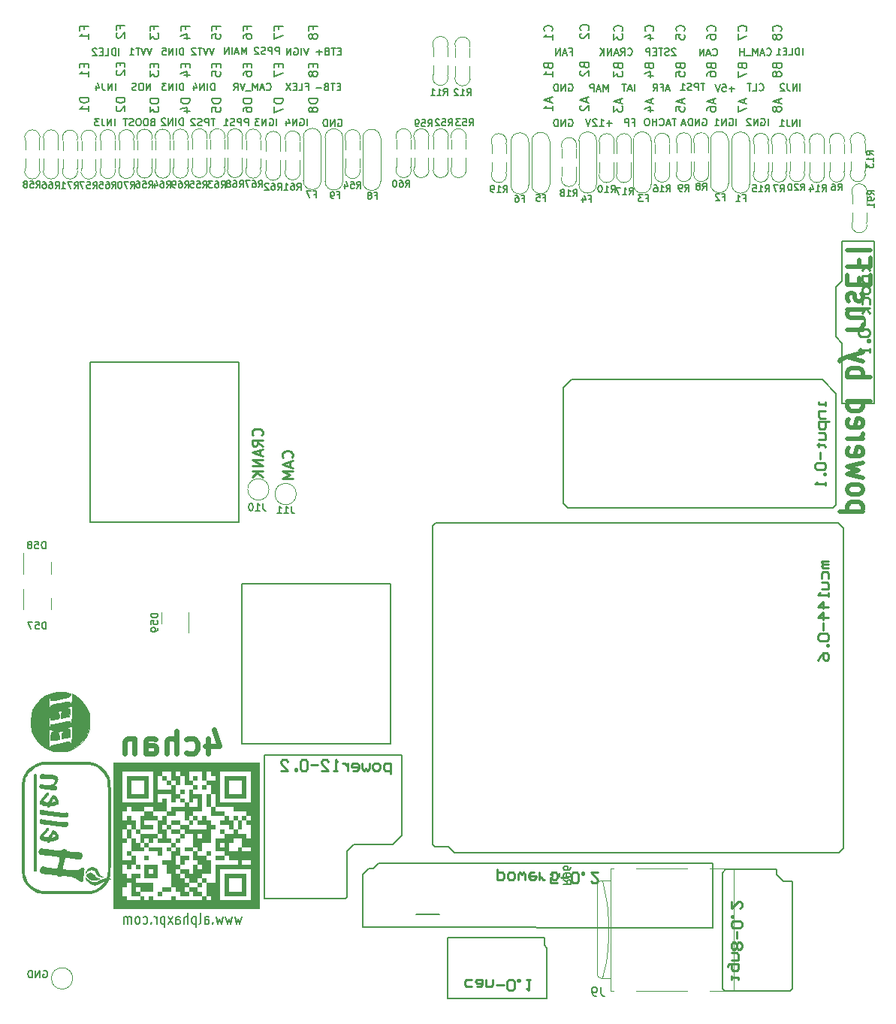
<source format=gbo>
G75*
G70*
%OFA0B0*%
%FSLAX25Y25*%
%IPPOS*%
%LPD*%
%AMOC8*
5,1,8,0,0,1.08239X$1,22.5*
%
%ADD13C,0.02362*%
%ADD57C,0.00787*%
%ADD59C,0.01969*%
%ADD61C,0.00800*%
%ADD67C,0.00472*%
%ADD74C,0.00984*%
%ADD75C,0.00669*%
%ADD77C,0.00500*%
%ADD78C,0.00591*%
%ADD79C,0.00390*%
%ADD80C,0.01000*%
%ADD85C,0.00512*%
%ADD86C,0.00010*%
X0000000Y0000000D02*
%LPD*%
G01*
D74*
X0120506Y0241333D02*
X0120731Y0241558D01*
X0120956Y0242233D01*
X0120956Y0242683D01*
X0120731Y0243358D01*
X0120281Y0243808D01*
X0119831Y0244033D01*
X0118931Y0244258D01*
X0118256Y0244258D01*
X0117357Y0244033D01*
X0116907Y0243808D01*
X0116457Y0243358D01*
X0116232Y0242683D01*
X0116232Y0242233D01*
X0116457Y0241558D01*
X0116682Y0241333D01*
X0119606Y0239533D02*
X0119606Y0237283D01*
X0120956Y0239983D02*
X0116232Y0238408D01*
X0120956Y0236834D01*
X0120956Y0235259D02*
X0116232Y0235259D01*
X0119606Y0233684D01*
X0116232Y0232109D01*
X0120956Y0232109D01*
X0107081Y0251187D02*
X0107306Y0251412D01*
X0107531Y0252087D01*
X0107531Y0252537D01*
X0107306Y0253211D01*
X0106856Y0253661D01*
X0106406Y0253886D01*
X0105506Y0254111D01*
X0104831Y0254111D01*
X0103931Y0253886D01*
X0103481Y0253661D01*
X0103031Y0253211D01*
X0102807Y0252537D01*
X0102807Y0252087D01*
X0103031Y0251412D01*
X0103256Y0251187D01*
X0107531Y0246462D02*
X0105281Y0248037D01*
X0107531Y0249162D02*
X0102807Y0249162D01*
X0102807Y0247362D01*
X0103031Y0246912D01*
X0103256Y0246687D01*
X0103706Y0246462D01*
X0104381Y0246462D01*
X0104831Y0246687D01*
X0105056Y0246912D01*
X0105281Y0247362D01*
X0105281Y0249162D01*
X0106181Y0244663D02*
X0106181Y0242413D01*
X0107531Y0245112D02*
X0102807Y0243538D01*
X0107531Y0241963D01*
X0107531Y0240388D02*
X0102807Y0240388D01*
X0107531Y0237688D01*
X0102807Y0237688D01*
X0107531Y0235439D02*
X0102807Y0235439D01*
X0107531Y0232739D02*
X0104831Y0234764D01*
X0102807Y0232739D02*
X0105506Y0235439D01*
D75*
X0331933Y0388614D02*
X0331933Y0391763D01*
X0328783Y0391613D02*
X0329083Y0391763D01*
X0329533Y0391763D01*
X0329983Y0391613D01*
X0330283Y0391313D01*
X0330433Y0391013D01*
X0330583Y0390413D01*
X0330583Y0389964D01*
X0330433Y0389364D01*
X0330283Y0389064D01*
X0329983Y0388764D01*
X0329533Y0388614D01*
X0329233Y0388614D01*
X0328783Y0388764D01*
X0328633Y0388914D01*
X0328633Y0389964D01*
X0329233Y0389964D01*
X0327284Y0388614D02*
X0327284Y0391763D01*
X0325484Y0388614D01*
X0325484Y0391763D01*
X0324134Y0391463D02*
X0323984Y0391613D01*
X0323684Y0391763D01*
X0322934Y0391763D01*
X0322634Y0391613D01*
X0322484Y0391463D01*
X0322334Y0391163D01*
X0322334Y0390863D01*
X0322484Y0390413D01*
X0324284Y0388614D01*
X0322334Y0388614D01*
X0269608Y0420139D02*
X0269758Y0419989D01*
X0270208Y0419839D01*
X0270508Y0419839D01*
X0270958Y0419989D01*
X0271258Y0420289D01*
X0271408Y0420589D01*
X0271558Y0421189D01*
X0271558Y0421639D01*
X0271408Y0422239D01*
X0271258Y0422539D01*
X0270958Y0422839D01*
X0270508Y0422989D01*
X0270208Y0422989D01*
X0269758Y0422839D01*
X0269608Y0422689D01*
X0266459Y0419839D02*
X0267509Y0421339D01*
X0268258Y0419839D02*
X0268258Y0422989D01*
X0267059Y0422989D01*
X0266759Y0422839D01*
X0266609Y0422689D01*
X0266459Y0422389D01*
X0266459Y0421939D01*
X0266609Y0421639D01*
X0266759Y0421489D01*
X0267059Y0421339D01*
X0268258Y0421339D01*
X0265259Y0420739D02*
X0263759Y0420739D01*
X0265559Y0419839D02*
X0264509Y0422989D01*
X0263459Y0419839D01*
X0262409Y0419839D02*
X0262409Y0422989D01*
X0260609Y0419839D01*
X0260609Y0422989D01*
X0259110Y0419839D02*
X0259110Y0422989D01*
X0257310Y0419839D02*
X0258660Y0421639D01*
X0257310Y0422989D02*
X0259110Y0421189D01*
X0100272Y0420229D02*
X0100272Y0423378D01*
X0099222Y0421129D01*
X0098172Y0423378D01*
X0098172Y0420229D01*
X0096822Y0421129D02*
X0095322Y0421129D01*
X0097122Y0420229D02*
X0096072Y0423378D01*
X0095022Y0420229D01*
X0093973Y0420229D02*
X0093973Y0423378D01*
X0092473Y0420229D02*
X0092473Y0423378D01*
X0090673Y0420229D01*
X0090673Y0423378D01*
X0142210Y0421682D02*
X0141160Y0421682D01*
X0140711Y0420032D02*
X0142210Y0420032D01*
X0142210Y0423181D01*
X0140711Y0423181D01*
X0139811Y0423181D02*
X0138011Y0423181D01*
X0138911Y0420032D02*
X0138911Y0423181D01*
X0135911Y0421682D02*
X0135461Y0421532D01*
X0135311Y0421382D01*
X0135161Y0421082D01*
X0135161Y0420632D01*
X0135311Y0420332D01*
X0135461Y0420182D01*
X0135761Y0420032D01*
X0136961Y0420032D01*
X0136961Y0423181D01*
X0135911Y0423181D01*
X0135611Y0423031D01*
X0135461Y0422882D01*
X0135311Y0422582D01*
X0135311Y0422282D01*
X0135461Y0421982D01*
X0135611Y0421832D01*
X0135911Y0421682D01*
X0136961Y0421682D01*
X0133811Y0421232D02*
X0131412Y0421232D01*
X0132612Y0420032D02*
X0132612Y0422432D01*
X0347269Y0419976D02*
X0347269Y0423126D01*
X0345769Y0419976D02*
X0345769Y0423126D01*
X0345019Y0423126D01*
X0344569Y0422976D01*
X0344269Y0422676D01*
X0344119Y0422376D01*
X0343969Y0421776D01*
X0343969Y0421326D01*
X0344119Y0420726D01*
X0344269Y0420426D01*
X0344569Y0420126D01*
X0345019Y0419976D01*
X0345769Y0419976D01*
X0341119Y0419976D02*
X0342619Y0419976D01*
X0342619Y0423126D01*
X0340070Y0421626D02*
X0339020Y0421626D01*
X0338570Y0419976D02*
X0340070Y0419976D01*
X0340070Y0423126D01*
X0338570Y0423126D01*
X0335570Y0419976D02*
X0337370Y0419976D01*
X0336470Y0419976D02*
X0336470Y0423126D01*
X0336770Y0422676D01*
X0337070Y0422376D01*
X0337370Y0422226D01*
D57*
X0098191Y0037627D02*
X0097441Y0034477D01*
X0096691Y0036727D01*
X0095941Y0034477D01*
X0095191Y0037627D01*
X0094066Y0037627D02*
X0093316Y0034477D01*
X0092567Y0036727D01*
X0091817Y0034477D01*
X0091067Y0037627D01*
X0089942Y0037627D02*
X0089192Y0034477D01*
X0088442Y0036727D01*
X0087692Y0034477D01*
X0086942Y0037627D01*
X0085442Y0034927D02*
X0085255Y0034702D01*
X0085442Y0034477D01*
X0085630Y0034702D01*
X0085442Y0034927D01*
X0085442Y0034477D01*
X0081880Y0034477D02*
X0081880Y0036952D01*
X0082068Y0037402D01*
X0082443Y0037627D01*
X0083193Y0037627D01*
X0083568Y0037402D01*
X0081880Y0034702D02*
X0082255Y0034477D01*
X0083193Y0034477D01*
X0083568Y0034702D01*
X0083755Y0035152D01*
X0083755Y0035602D01*
X0083568Y0036052D01*
X0083193Y0036277D01*
X0082255Y0036277D01*
X0081880Y0036502D01*
X0079443Y0034477D02*
X0079818Y0034702D01*
X0080006Y0035152D01*
X0080006Y0039201D01*
X0077943Y0037627D02*
X0077943Y0032902D01*
X0077943Y0037402D02*
X0077568Y0037627D01*
X0076819Y0037627D01*
X0076444Y0037402D01*
X0076256Y0037177D01*
X0076069Y0036727D01*
X0076069Y0035377D01*
X0076256Y0034927D01*
X0076444Y0034702D01*
X0076819Y0034477D01*
X0077568Y0034477D01*
X0077943Y0034702D01*
X0074381Y0034477D02*
X0074381Y0039201D01*
X0072694Y0034477D02*
X0072694Y0036952D01*
X0072882Y0037402D01*
X0073256Y0037627D01*
X0073819Y0037627D01*
X0074194Y0037402D01*
X0074381Y0037177D01*
X0069132Y0034477D02*
X0069132Y0036952D01*
X0069319Y0037402D01*
X0069694Y0037627D01*
X0070444Y0037627D01*
X0070819Y0037402D01*
X0069132Y0034702D02*
X0069507Y0034477D01*
X0070444Y0034477D01*
X0070819Y0034702D01*
X0071007Y0035152D01*
X0071007Y0035602D01*
X0070819Y0036052D01*
X0070444Y0036277D01*
X0069507Y0036277D01*
X0069132Y0036502D01*
X0067632Y0034477D02*
X0065570Y0037627D01*
X0067632Y0037627D02*
X0065570Y0034477D01*
X0064070Y0037627D02*
X0064070Y0032902D01*
X0064070Y0037402D02*
X0063695Y0037627D01*
X0062945Y0037627D01*
X0062570Y0037402D01*
X0062383Y0037177D01*
X0062195Y0036727D01*
X0062195Y0035377D01*
X0062383Y0034927D01*
X0062570Y0034702D01*
X0062945Y0034477D01*
X0063695Y0034477D01*
X0064070Y0034702D01*
X0060508Y0034477D02*
X0060508Y0037627D01*
X0060508Y0036727D02*
X0060321Y0037177D01*
X0060133Y0037402D01*
X0059758Y0037627D01*
X0059383Y0037627D01*
X0058071Y0034927D02*
X0057883Y0034702D01*
X0058071Y0034477D01*
X0058258Y0034702D01*
X0058071Y0034927D01*
X0058071Y0034477D01*
X0054509Y0034702D02*
X0054884Y0034477D01*
X0055634Y0034477D01*
X0056009Y0034702D01*
X0056196Y0034927D01*
X0056384Y0035377D01*
X0056384Y0036727D01*
X0056196Y0037177D01*
X0056009Y0037402D01*
X0055634Y0037627D01*
X0054884Y0037627D01*
X0054509Y0037402D01*
X0052259Y0034477D02*
X0052634Y0034702D01*
X0052822Y0034927D01*
X0053009Y0035377D01*
X0053009Y0036727D01*
X0052822Y0037177D01*
X0052634Y0037402D01*
X0052259Y0037627D01*
X0051697Y0037627D01*
X0051322Y0037402D01*
X0051134Y0037177D01*
X0050947Y0036727D01*
X0050947Y0035377D01*
X0051134Y0034927D01*
X0051322Y0034702D01*
X0051697Y0034477D01*
X0052259Y0034477D01*
X0049259Y0034477D02*
X0049259Y0037627D01*
X0049259Y0037177D02*
X0049072Y0037402D01*
X0048697Y0037627D01*
X0048135Y0037627D01*
X0047760Y0037402D01*
X0047572Y0036952D01*
X0047572Y0034477D01*
X0047572Y0036952D02*
X0047385Y0037402D01*
X0047010Y0037627D01*
X0046447Y0037627D01*
X0046072Y0037402D01*
X0045885Y0036952D01*
X0045885Y0034477D01*
D75*
X0058446Y0423181D02*
X0057396Y0420032D01*
X0056346Y0423181D01*
X0055746Y0423181D02*
X0054696Y0420032D01*
X0053646Y0423181D01*
X0053046Y0423181D02*
X0051247Y0423181D01*
X0052147Y0420032D02*
X0052147Y0423181D01*
X0048547Y0420032D02*
X0050347Y0420032D01*
X0049447Y0420032D02*
X0049447Y0423181D01*
X0049747Y0422732D01*
X0050047Y0422432D01*
X0050347Y0422282D01*
X0072244Y0388733D02*
X0072244Y0391882D01*
X0071494Y0391882D01*
X0071044Y0391732D01*
X0070744Y0391432D01*
X0070594Y0391132D01*
X0070444Y0390532D01*
X0070444Y0390082D01*
X0070594Y0389483D01*
X0070744Y0389183D01*
X0071044Y0388883D01*
X0071494Y0388733D01*
X0072244Y0388733D01*
X0069094Y0388733D02*
X0069094Y0391882D01*
X0067595Y0388733D02*
X0067595Y0391882D01*
X0065795Y0388733D01*
X0065795Y0391882D01*
X0064445Y0391582D02*
X0064295Y0391732D01*
X0063995Y0391882D01*
X0063245Y0391882D01*
X0062945Y0391732D01*
X0062795Y0391582D01*
X0062645Y0391282D01*
X0062645Y0390982D01*
X0062795Y0390532D01*
X0064595Y0388733D01*
X0062645Y0388733D01*
X0043766Y0419835D02*
X0043766Y0422985D01*
X0042267Y0419835D02*
X0042267Y0422985D01*
X0041517Y0422985D01*
X0041067Y0422835D01*
X0040767Y0422535D01*
X0040617Y0422235D01*
X0040467Y0421635D01*
X0040467Y0421185D01*
X0040617Y0420585D01*
X0040767Y0420285D01*
X0041067Y0419985D01*
X0041517Y0419835D01*
X0042267Y0419835D01*
X0037617Y0419835D02*
X0039117Y0419835D01*
X0039117Y0422985D01*
X0036567Y0421485D02*
X0035517Y0421485D01*
X0035067Y0419835D02*
X0036567Y0419835D01*
X0036567Y0422985D01*
X0035067Y0422985D01*
X0033868Y0422685D02*
X0033718Y0422835D01*
X0033418Y0422985D01*
X0032668Y0422985D01*
X0032368Y0422835D01*
X0032218Y0422685D01*
X0032068Y0422385D01*
X0032068Y0422085D01*
X0032218Y0421635D01*
X0034018Y0419835D01*
X0032068Y0419835D01*
X0127859Y0423181D02*
X0126809Y0420032D01*
X0125759Y0423181D01*
X0124709Y0420032D02*
X0124709Y0423181D01*
X0121560Y0423031D02*
X0121860Y0423181D01*
X0122310Y0423181D01*
X0122760Y0423031D01*
X0123060Y0422732D01*
X0123210Y0422432D01*
X0123360Y0421832D01*
X0123360Y0421382D01*
X0123210Y0420782D01*
X0123060Y0420482D01*
X0122760Y0420182D01*
X0122310Y0420032D01*
X0122010Y0420032D01*
X0121560Y0420182D01*
X0121410Y0420332D01*
X0121410Y0421382D01*
X0122010Y0421382D01*
X0120060Y0420032D02*
X0120060Y0423181D01*
X0118260Y0420032D01*
X0118260Y0423181D01*
X0142013Y0405934D02*
X0140964Y0405934D01*
X0140514Y0404284D02*
X0142013Y0404284D01*
X0142013Y0407433D01*
X0140514Y0407433D01*
X0139614Y0407433D02*
X0137814Y0407433D01*
X0138714Y0404284D02*
X0138714Y0407433D01*
X0135714Y0405934D02*
X0135264Y0405784D01*
X0135114Y0405634D01*
X0134964Y0405334D01*
X0134964Y0404884D01*
X0135114Y0404584D01*
X0135264Y0404434D01*
X0135564Y0404284D01*
X0136764Y0404284D01*
X0136764Y0407433D01*
X0135714Y0407433D01*
X0135414Y0407283D01*
X0135264Y0407133D01*
X0135114Y0406834D01*
X0135114Y0406534D01*
X0135264Y0406234D01*
X0135414Y0406084D01*
X0135714Y0405934D01*
X0136764Y0405934D01*
X0133615Y0405484D02*
X0131215Y0405484D01*
D13*
X0083373Y0116760D02*
X0083373Y0109936D01*
X0085810Y0120660D02*
X0088247Y0113348D01*
X0081910Y0113348D01*
X0073624Y0110424D02*
X0074599Y0109936D01*
X0076549Y0109936D01*
X0077523Y0110424D01*
X0078011Y0110911D01*
X0078498Y0111886D01*
X0078498Y0114811D01*
X0078011Y0115786D01*
X0077523Y0116273D01*
X0076549Y0116760D01*
X0074599Y0116760D01*
X0073624Y0116273D01*
X0069237Y0109936D02*
X0069237Y0120172D01*
X0064850Y0109936D02*
X0064850Y0115298D01*
X0065337Y0116273D01*
X0066312Y0116760D01*
X0067775Y0116760D01*
X0068750Y0116273D01*
X0069237Y0115786D01*
X0055589Y0109936D02*
X0055589Y0115298D01*
X0056076Y0116273D01*
X0057051Y0116760D01*
X0059001Y0116760D01*
X0059976Y0116273D01*
X0055589Y0110424D02*
X0056564Y0109936D01*
X0059001Y0109936D01*
X0059976Y0110424D01*
X0060463Y0111399D01*
X0060463Y0112373D01*
X0059976Y0113348D01*
X0059001Y0113836D01*
X0056564Y0113836D01*
X0055589Y0114323D01*
X0050714Y0116760D02*
X0050714Y0109936D01*
X0050714Y0115786D02*
X0050227Y0116273D01*
X0049252Y0116760D01*
X0047790Y0116760D01*
X0046815Y0116273D01*
X0046327Y0115298D01*
X0046327Y0109936D01*
D75*
X0126781Y0405934D02*
X0127831Y0405934D01*
X0127831Y0404284D02*
X0127831Y0407433D01*
X0126331Y0407433D01*
X0123631Y0404284D02*
X0125131Y0404284D01*
X0125131Y0407433D01*
X0122582Y0405934D02*
X0121532Y0405934D01*
X0121082Y0404284D02*
X0122582Y0404284D01*
X0122582Y0407433D01*
X0121082Y0407433D01*
X0120032Y0407433D02*
X0117932Y0404284D01*
X0117932Y0407433D02*
X0120032Y0404284D01*
X0109252Y0404584D02*
X0109402Y0404434D01*
X0109852Y0404284D01*
X0110152Y0404284D01*
X0110602Y0404434D01*
X0110902Y0404734D01*
X0111052Y0405034D01*
X0111202Y0405634D01*
X0111202Y0406084D01*
X0111052Y0406684D01*
X0110902Y0406984D01*
X0110602Y0407283D01*
X0110152Y0407433D01*
X0109852Y0407433D01*
X0109402Y0407283D01*
X0109252Y0407133D01*
X0108052Y0405184D02*
X0106552Y0405184D01*
X0108352Y0404284D02*
X0107302Y0407433D01*
X0106252Y0404284D01*
X0105202Y0404284D02*
X0105202Y0407433D01*
X0104153Y0405184D01*
X0103103Y0407433D01*
X0103103Y0404284D01*
X0102353Y0403984D02*
X0099953Y0403984D01*
X0099653Y0407433D02*
X0098603Y0404284D01*
X0097553Y0407433D01*
X0094704Y0404284D02*
X0095754Y0405784D01*
X0096504Y0404284D02*
X0096504Y0407433D01*
X0095304Y0407433D01*
X0095004Y0407283D01*
X0094854Y0407133D01*
X0094704Y0406834D01*
X0094704Y0406384D01*
X0094854Y0406084D01*
X0095004Y0405934D01*
X0095304Y0405784D01*
X0096504Y0405784D01*
X0058727Y0390186D02*
X0058277Y0390036D01*
X0058127Y0389886D01*
X0057977Y0389586D01*
X0057977Y0389136D01*
X0058127Y0388836D01*
X0058277Y0388686D01*
X0058577Y0388536D01*
X0059777Y0388536D01*
X0059777Y0391685D01*
X0058727Y0391685D01*
X0058427Y0391535D01*
X0058277Y0391385D01*
X0058127Y0391085D01*
X0058127Y0390786D01*
X0058277Y0390486D01*
X0058427Y0390336D01*
X0058727Y0390186D01*
X0059777Y0390186D01*
X0056027Y0391685D02*
X0055427Y0391685D01*
X0055127Y0391535D01*
X0054828Y0391235D01*
X0054678Y0390636D01*
X0054678Y0389586D01*
X0054828Y0388986D01*
X0055127Y0388686D01*
X0055427Y0388536D01*
X0056027Y0388536D01*
X0056327Y0388686D01*
X0056627Y0388986D01*
X0056777Y0389586D01*
X0056777Y0390636D01*
X0056627Y0391235D01*
X0056327Y0391535D01*
X0056027Y0391685D01*
X0052728Y0391685D02*
X0052128Y0391685D01*
X0051828Y0391535D01*
X0051528Y0391235D01*
X0051378Y0390636D01*
X0051378Y0389586D01*
X0051528Y0388986D01*
X0051828Y0388686D01*
X0052128Y0388536D01*
X0052728Y0388536D01*
X0053028Y0388686D01*
X0053328Y0388986D01*
X0053478Y0389586D01*
X0053478Y0390636D01*
X0053328Y0391235D01*
X0053028Y0391535D01*
X0052728Y0391685D01*
X0050178Y0388686D02*
X0049728Y0388536D01*
X0048978Y0388536D01*
X0048678Y0388686D01*
X0048528Y0388836D01*
X0048378Y0389136D01*
X0048378Y0389436D01*
X0048528Y0389736D01*
X0048678Y0389886D01*
X0048978Y0390036D01*
X0049578Y0390186D01*
X0049878Y0390336D01*
X0050028Y0390486D01*
X0050178Y0390786D01*
X0050178Y0391085D01*
X0050028Y0391385D01*
X0049878Y0391535D01*
X0049578Y0391685D01*
X0048828Y0391685D01*
X0048378Y0391535D01*
X0047478Y0391685D02*
X0045679Y0391685D01*
X0046579Y0388536D02*
X0046579Y0391685D01*
X0140982Y0391339D02*
X0141282Y0391489D01*
X0141732Y0391489D01*
X0142182Y0391339D01*
X0142482Y0391039D01*
X0142632Y0390739D01*
X0142782Y0390139D01*
X0142782Y0389689D01*
X0142632Y0389089D01*
X0142482Y0388789D01*
X0142182Y0388489D01*
X0141732Y0388339D01*
X0141432Y0388339D01*
X0140982Y0388489D01*
X0140832Y0388639D01*
X0140832Y0389689D01*
X0141432Y0389689D01*
X0139483Y0388339D02*
X0139483Y0391489D01*
X0137683Y0388339D01*
X0137683Y0391489D01*
X0136183Y0388339D02*
X0136183Y0391489D01*
X0135433Y0391489D01*
X0134983Y0391339D01*
X0134683Y0391039D01*
X0134533Y0390739D01*
X0134383Y0390139D01*
X0134383Y0389689D01*
X0134533Y0389089D01*
X0134683Y0388789D01*
X0134983Y0388489D01*
X0135433Y0388339D01*
X0136183Y0388339D01*
D59*
X0373847Y0217515D02*
X0363611Y0217515D01*
X0373360Y0217515D02*
X0373847Y0218340D01*
X0373847Y0219990D01*
X0373360Y0220815D01*
X0372872Y0221227D01*
X0371897Y0221639D01*
X0368973Y0221639D01*
X0367998Y0221227D01*
X0367510Y0220815D01*
X0367023Y0219990D01*
X0367023Y0218340D01*
X0367510Y0217515D01*
X0367023Y0226589D02*
X0367510Y0225764D01*
X0367998Y0225352D01*
X0368973Y0224939D01*
X0371897Y0224939D01*
X0372872Y0225352D01*
X0373360Y0225764D01*
X0373847Y0226589D01*
X0373847Y0227826D01*
X0373360Y0228651D01*
X0372872Y0229064D01*
X0371897Y0229476D01*
X0368973Y0229476D01*
X0367998Y0229064D01*
X0367510Y0228651D01*
X0367023Y0227826D01*
X0367023Y0226589D01*
X0373847Y0232363D02*
X0367023Y0234013D01*
X0371897Y0235663D01*
X0367023Y0237313D01*
X0373847Y0238962D01*
X0367510Y0245561D02*
X0367023Y0244737D01*
X0367023Y0243087D01*
X0367510Y0242262D01*
X0368485Y0241849D01*
X0372385Y0241849D01*
X0373360Y0242262D01*
X0373847Y0243087D01*
X0373847Y0244737D01*
X0373360Y0245561D01*
X0372385Y0245974D01*
X0371410Y0245974D01*
X0370435Y0241849D01*
X0367023Y0249686D02*
X0373847Y0249686D01*
X0371897Y0249686D02*
X0372872Y0250098D01*
X0373360Y0250511D01*
X0373847Y0251336D01*
X0373847Y0252161D01*
X0367510Y0258347D02*
X0367023Y0257522D01*
X0367023Y0255873D01*
X0367510Y0255048D01*
X0368485Y0254635D01*
X0372385Y0254635D01*
X0373360Y0255048D01*
X0373847Y0255873D01*
X0373847Y0257522D01*
X0373360Y0258347D01*
X0372385Y0258760D01*
X0371410Y0258760D01*
X0370435Y0254635D01*
X0367023Y0266184D02*
X0377259Y0266184D01*
X0367510Y0266184D02*
X0367023Y0265359D01*
X0367023Y0263709D01*
X0367510Y0262884D01*
X0367998Y0262472D01*
X0368973Y0262059D01*
X0371897Y0262059D01*
X0372872Y0262472D01*
X0373360Y0262884D01*
X0373847Y0263709D01*
X0373847Y0265359D01*
X0373360Y0266184D01*
X0367023Y0276908D02*
X0377259Y0276908D01*
X0373360Y0276908D02*
X0373847Y0277732D01*
X0373847Y0279382D01*
X0373360Y0280207D01*
X0372872Y0280620D01*
X0371897Y0281032D01*
X0368973Y0281032D01*
X0367998Y0280620D01*
X0367510Y0280207D01*
X0367023Y0279382D01*
X0367023Y0277732D01*
X0367510Y0276908D01*
X0373847Y0283919D02*
X0367023Y0285981D01*
X0373847Y0288044D02*
X0367023Y0285981D01*
X0364586Y0285157D01*
X0364098Y0284744D01*
X0363611Y0283919D01*
X0367023Y0297942D02*
X0373847Y0297942D01*
X0371897Y0297942D02*
X0372872Y0298355D01*
X0373360Y0298767D01*
X0373847Y0299592D01*
X0373847Y0300417D01*
X0373847Y0307016D02*
X0367023Y0307016D01*
X0373847Y0303304D02*
X0368485Y0303304D01*
X0367510Y0303717D01*
X0367023Y0304542D01*
X0367023Y0305779D01*
X0367510Y0306604D01*
X0367998Y0307016D01*
X0367510Y0310728D02*
X0367023Y0311553D01*
X0367023Y0313203D01*
X0367510Y0314028D01*
X0368485Y0314440D01*
X0368973Y0314440D01*
X0369948Y0314028D01*
X0370435Y0313203D01*
X0370435Y0311966D01*
X0370922Y0311141D01*
X0371897Y0310728D01*
X0372385Y0310728D01*
X0373360Y0311141D01*
X0373847Y0311966D01*
X0373847Y0313203D01*
X0373360Y0314028D01*
X0372385Y0318152D02*
X0372385Y0321040D01*
X0367023Y0322277D02*
X0367023Y0318152D01*
X0377259Y0318152D01*
X0377259Y0322277D01*
X0372385Y0328876D02*
X0372385Y0325989D01*
X0367023Y0325989D02*
X0377259Y0325989D01*
X0377259Y0330113D01*
X0367023Y0333413D02*
X0377259Y0333413D01*
D75*
X0042145Y0404284D02*
X0042145Y0407433D01*
X0040645Y0404284D02*
X0040645Y0407433D01*
X0038845Y0404284D01*
X0038845Y0407433D01*
X0036445Y0407433D02*
X0036445Y0405184D01*
X0036595Y0404734D01*
X0036895Y0404434D01*
X0037345Y0404284D01*
X0037645Y0404284D01*
X0033596Y0406384D02*
X0033596Y0404284D01*
X0034346Y0407583D02*
X0035096Y0405334D01*
X0033146Y0405334D01*
X0303699Y0407433D02*
X0301900Y0407433D01*
X0302800Y0404284D02*
X0302800Y0407433D01*
X0300850Y0404284D02*
X0300850Y0407433D01*
X0299650Y0407433D01*
X0299350Y0407283D01*
X0299200Y0407133D01*
X0299050Y0406834D01*
X0299050Y0406384D01*
X0299200Y0406084D01*
X0299350Y0405934D01*
X0299650Y0405784D01*
X0300850Y0405784D01*
X0297850Y0404434D02*
X0297400Y0404284D01*
X0296650Y0404284D01*
X0296350Y0404434D01*
X0296200Y0404584D01*
X0296050Y0404884D01*
X0296050Y0405184D01*
X0296200Y0405484D01*
X0296350Y0405634D01*
X0296650Y0405784D01*
X0297250Y0405934D01*
X0297550Y0406084D01*
X0297700Y0406234D01*
X0297850Y0406534D01*
X0297850Y0406834D01*
X0297700Y0407133D01*
X0297550Y0407283D01*
X0297250Y0407433D01*
X0296500Y0407433D01*
X0296050Y0407283D01*
X0293051Y0404284D02*
X0294851Y0404284D01*
X0293951Y0404284D02*
X0293951Y0407433D01*
X0294251Y0406984D01*
X0294551Y0406684D01*
X0294851Y0406534D01*
X0345981Y0388339D02*
X0345981Y0391489D01*
X0344481Y0388339D02*
X0344481Y0391489D01*
X0342682Y0388339D01*
X0342682Y0391489D01*
X0340282Y0391489D02*
X0340282Y0389239D01*
X0340432Y0388789D01*
X0340732Y0388489D01*
X0341182Y0388339D01*
X0341482Y0388339D01*
X0337132Y0388339D02*
X0338932Y0388339D01*
X0338032Y0388339D02*
X0338032Y0391489D01*
X0338332Y0391039D01*
X0338632Y0390739D01*
X0338932Y0390589D01*
X0041948Y0388536D02*
X0041948Y0391685D01*
X0040448Y0388536D02*
X0040448Y0391685D01*
X0038648Y0388536D01*
X0038648Y0391685D01*
X0036249Y0391685D02*
X0036249Y0389436D01*
X0036399Y0388986D01*
X0036699Y0388686D01*
X0037148Y0388536D01*
X0037448Y0388536D01*
X0035049Y0391685D02*
X0033099Y0391685D01*
X0034149Y0390486D01*
X0033699Y0390486D01*
X0033399Y0390336D01*
X0033249Y0390186D01*
X0033099Y0389886D01*
X0033099Y0389136D01*
X0033249Y0388836D01*
X0033399Y0388686D01*
X0033699Y0388536D01*
X0034599Y0388536D01*
X0034899Y0388686D01*
X0035049Y0388836D01*
X0307393Y0419864D02*
X0307543Y0419714D01*
X0307993Y0419564D01*
X0308293Y0419564D01*
X0308743Y0419714D01*
X0309042Y0420014D01*
X0309192Y0420314D01*
X0309342Y0420914D01*
X0309342Y0421364D01*
X0309192Y0421964D01*
X0309042Y0422264D01*
X0308743Y0422564D01*
X0308293Y0422714D01*
X0307993Y0422714D01*
X0307543Y0422564D01*
X0307393Y0422414D01*
X0306193Y0420464D02*
X0304693Y0420464D01*
X0306493Y0419564D02*
X0305443Y0422714D01*
X0304393Y0419564D01*
X0303343Y0419564D02*
X0303343Y0422714D01*
X0301543Y0419564D01*
X0301543Y0422714D01*
X0271603Y0390126D02*
X0272653Y0390126D01*
X0272653Y0388476D02*
X0272653Y0391626D01*
X0271153Y0391626D01*
X0269953Y0388476D02*
X0269953Y0391626D01*
X0268753Y0391626D01*
X0268453Y0391476D01*
X0268303Y0391326D01*
X0268153Y0391026D01*
X0268153Y0390576D01*
X0268303Y0390276D01*
X0268453Y0390126D01*
X0268753Y0389976D01*
X0269953Y0389976D01*
X0127362Y0388536D02*
X0127362Y0391685D01*
X0124213Y0391535D02*
X0124513Y0391685D01*
X0124963Y0391685D01*
X0125412Y0391535D01*
X0125712Y0391235D01*
X0125862Y0390936D01*
X0126012Y0390336D01*
X0126012Y0389886D01*
X0125862Y0389286D01*
X0125712Y0388986D01*
X0125412Y0388686D01*
X0124963Y0388536D01*
X0124663Y0388536D01*
X0124213Y0388686D01*
X0124063Y0388836D01*
X0124063Y0389886D01*
X0124663Y0389886D01*
X0122713Y0388536D02*
X0122713Y0391685D01*
X0120913Y0388536D01*
X0120913Y0391685D01*
X0118063Y0390636D02*
X0118063Y0388536D01*
X0118813Y0391835D02*
X0119563Y0389586D01*
X0117613Y0389586D01*
X0317785Y0388614D02*
X0317785Y0391763D01*
X0314635Y0391613D02*
X0314935Y0391763D01*
X0315385Y0391763D01*
X0315835Y0391613D01*
X0316135Y0391313D01*
X0316285Y0391013D01*
X0316435Y0390413D01*
X0316435Y0389964D01*
X0316285Y0389364D01*
X0316135Y0389064D01*
X0315835Y0388764D01*
X0315385Y0388614D01*
X0315085Y0388614D01*
X0314635Y0388764D01*
X0314485Y0388914D01*
X0314485Y0389964D01*
X0315085Y0389964D01*
X0313135Y0388614D02*
X0313135Y0391763D01*
X0311335Y0388614D01*
X0311335Y0391763D01*
X0308186Y0388614D02*
X0309986Y0388614D01*
X0309086Y0388614D02*
X0309086Y0391763D01*
X0309386Y0391313D01*
X0309686Y0391013D01*
X0309986Y0390863D01*
X0327884Y0404342D02*
X0328034Y0404192D01*
X0328484Y0404042D01*
X0328784Y0404042D01*
X0329234Y0404192D01*
X0329534Y0404492D01*
X0329684Y0404792D01*
X0329834Y0405392D01*
X0329834Y0405842D01*
X0329684Y0406442D01*
X0329534Y0406742D01*
X0329234Y0407042D01*
X0328784Y0407192D01*
X0328484Y0407192D01*
X0328034Y0407042D01*
X0327884Y0406892D01*
X0325035Y0404042D02*
X0326534Y0404042D01*
X0326534Y0407192D01*
X0324435Y0407192D02*
X0322635Y0407192D01*
X0323535Y0404042D02*
X0323535Y0407192D01*
X0243345Y0391339D02*
X0243645Y0391489D01*
X0244094Y0391489D01*
X0244544Y0391339D01*
X0244844Y0391039D01*
X0244994Y0390739D01*
X0245144Y0390139D01*
X0245144Y0389689D01*
X0244994Y0389089D01*
X0244844Y0388789D01*
X0244544Y0388489D01*
X0244094Y0388339D01*
X0243795Y0388339D01*
X0243345Y0388489D01*
X0243195Y0388639D01*
X0243195Y0389689D01*
X0243795Y0389689D01*
X0241845Y0388339D02*
X0241845Y0391489D01*
X0240045Y0388339D01*
X0240045Y0391489D01*
X0238545Y0388339D02*
X0238545Y0391489D01*
X0237795Y0391489D01*
X0237345Y0391339D01*
X0237045Y0391039D01*
X0236895Y0390739D01*
X0236745Y0390139D01*
X0236745Y0389689D01*
X0236895Y0389089D01*
X0237045Y0388789D01*
X0237345Y0388489D01*
X0237795Y0388339D01*
X0238545Y0388339D01*
X0086380Y0391685D02*
X0084580Y0391685D01*
X0085480Y0388536D02*
X0085480Y0391685D01*
X0083530Y0388536D02*
X0083530Y0391685D01*
X0082330Y0391685D01*
X0082030Y0391535D01*
X0081880Y0391385D01*
X0081730Y0391085D01*
X0081730Y0390636D01*
X0081880Y0390336D01*
X0082030Y0390186D01*
X0082330Y0390036D01*
X0083530Y0390036D01*
X0080531Y0388686D02*
X0080081Y0388536D01*
X0079331Y0388536D01*
X0079031Y0388686D01*
X0078881Y0388836D01*
X0078731Y0389136D01*
X0078731Y0389436D01*
X0078881Y0389736D01*
X0079031Y0389886D01*
X0079331Y0390036D01*
X0079931Y0390186D01*
X0080231Y0390336D01*
X0080381Y0390486D01*
X0080531Y0390786D01*
X0080531Y0391085D01*
X0080381Y0391385D01*
X0080231Y0391535D01*
X0079931Y0391685D01*
X0079181Y0391685D01*
X0078731Y0391535D01*
X0077531Y0391385D02*
X0077381Y0391535D01*
X0077081Y0391685D01*
X0076331Y0391685D01*
X0076031Y0391535D01*
X0075881Y0391385D01*
X0075731Y0391085D01*
X0075731Y0390786D01*
X0075881Y0390336D01*
X0077681Y0388536D01*
X0075731Y0388536D01*
X0243345Y0406998D02*
X0243645Y0407148D01*
X0244094Y0407148D01*
X0244544Y0406998D01*
X0244844Y0406698D01*
X0244994Y0406398D01*
X0245144Y0405798D01*
X0245144Y0405348D01*
X0244994Y0404748D01*
X0244844Y0404448D01*
X0244544Y0404148D01*
X0244094Y0403998D01*
X0243795Y0403998D01*
X0243345Y0404148D01*
X0243195Y0404298D01*
X0243195Y0405348D01*
X0243795Y0405348D01*
X0241845Y0403998D02*
X0241845Y0407148D01*
X0240045Y0403998D01*
X0240045Y0407148D01*
X0238545Y0403998D02*
X0238545Y0407148D01*
X0237795Y0407148D01*
X0237345Y0406998D01*
X0237045Y0406698D01*
X0236895Y0406398D01*
X0236745Y0405798D01*
X0236745Y0405348D01*
X0236895Y0404748D01*
X0237045Y0404448D01*
X0237345Y0404148D01*
X0237795Y0403998D01*
X0238545Y0403998D01*
X0101265Y0388536D02*
X0101265Y0391685D01*
X0100066Y0391685D01*
X0099766Y0391535D01*
X0099616Y0391385D01*
X0099466Y0391085D01*
X0099466Y0390636D01*
X0099616Y0390336D01*
X0099766Y0390186D01*
X0100066Y0390036D01*
X0101265Y0390036D01*
X0098116Y0388536D02*
X0098116Y0391685D01*
X0096916Y0391685D01*
X0096616Y0391535D01*
X0096466Y0391385D01*
X0096316Y0391085D01*
X0096316Y0390636D01*
X0096466Y0390336D01*
X0096616Y0390186D01*
X0096916Y0390036D01*
X0098116Y0390036D01*
X0095116Y0388686D02*
X0094666Y0388536D01*
X0093916Y0388536D01*
X0093616Y0388686D01*
X0093466Y0388836D01*
X0093316Y0389136D01*
X0093316Y0389436D01*
X0093466Y0389736D01*
X0093616Y0389886D01*
X0093916Y0390036D01*
X0094516Y0390186D01*
X0094816Y0390336D01*
X0094966Y0390486D01*
X0095116Y0390786D01*
X0095116Y0391085D01*
X0094966Y0391385D01*
X0094816Y0391535D01*
X0094516Y0391685D01*
X0093766Y0391685D01*
X0093316Y0391535D01*
X0090317Y0388536D02*
X0092117Y0388536D01*
X0091217Y0388536D02*
X0091217Y0391685D01*
X0091517Y0391235D01*
X0091817Y0390936D01*
X0092117Y0390786D01*
X0346119Y0404042D02*
X0346119Y0407192D01*
X0344619Y0404042D02*
X0344619Y0407192D01*
X0342819Y0404042D01*
X0342819Y0407192D01*
X0340419Y0407192D02*
X0340419Y0404942D01*
X0340569Y0404492D01*
X0340869Y0404192D01*
X0341319Y0404042D01*
X0341619Y0404042D01*
X0339069Y0406892D02*
X0338919Y0407042D01*
X0338619Y0407192D01*
X0337870Y0407192D01*
X0337570Y0407042D01*
X0337420Y0406892D01*
X0337270Y0406592D01*
X0337270Y0406292D01*
X0337420Y0405842D01*
X0339219Y0404042D01*
X0337270Y0404042D01*
X0086220Y0404284D02*
X0086220Y0407433D01*
X0085471Y0407433D01*
X0085021Y0407283D01*
X0084721Y0406984D01*
X0084571Y0406684D01*
X0084421Y0406084D01*
X0084421Y0405634D01*
X0084571Y0405034D01*
X0084721Y0404734D01*
X0085021Y0404434D01*
X0085471Y0404284D01*
X0086220Y0404284D01*
X0083071Y0404284D02*
X0083071Y0407433D01*
X0081571Y0404284D02*
X0081571Y0407433D01*
X0079771Y0404284D01*
X0079771Y0407433D01*
X0076922Y0406384D02*
X0076922Y0404284D01*
X0077672Y0407583D02*
X0078421Y0405334D01*
X0076472Y0405334D01*
X0288163Y0404805D02*
X0286664Y0404805D01*
X0288463Y0403905D02*
X0287413Y0407054D01*
X0286364Y0403905D01*
X0284264Y0405555D02*
X0285314Y0405555D01*
X0285314Y0403905D02*
X0285314Y0407054D01*
X0283814Y0407054D01*
X0280814Y0403905D02*
X0281864Y0405405D01*
X0282614Y0403905D02*
X0282614Y0407054D01*
X0281414Y0407054D01*
X0281114Y0406905D01*
X0280964Y0406755D01*
X0280814Y0406455D01*
X0280814Y0406005D01*
X0280964Y0405705D01*
X0281114Y0405555D01*
X0281414Y0405405D01*
X0282614Y0405405D01*
X0290813Y0422689D02*
X0290663Y0422839D01*
X0290363Y0422989D01*
X0289613Y0422989D01*
X0289313Y0422839D01*
X0289163Y0422689D01*
X0289014Y0422389D01*
X0289014Y0422089D01*
X0289163Y0421639D01*
X0290963Y0419839D01*
X0289014Y0419839D01*
X0287814Y0419989D02*
X0287364Y0419839D01*
X0286614Y0419839D01*
X0286314Y0419989D01*
X0286164Y0420139D01*
X0286014Y0420439D01*
X0286014Y0420739D01*
X0286164Y0421039D01*
X0286314Y0421189D01*
X0286614Y0421339D01*
X0287214Y0421489D01*
X0287514Y0421639D01*
X0287664Y0421789D01*
X0287814Y0422089D01*
X0287814Y0422389D01*
X0287664Y0422689D01*
X0287514Y0422839D01*
X0287214Y0422989D01*
X0286464Y0422989D01*
X0286014Y0422839D01*
X0285114Y0422989D02*
X0283314Y0422989D01*
X0284214Y0419839D02*
X0284214Y0422989D01*
X0282264Y0421489D02*
X0281214Y0421489D01*
X0280765Y0419839D02*
X0282264Y0419839D01*
X0282264Y0422989D01*
X0280765Y0422989D01*
X0279415Y0419839D02*
X0279415Y0422989D01*
X0278215Y0422989D01*
X0277915Y0422839D01*
X0277765Y0422689D01*
X0277615Y0422389D01*
X0277615Y0421939D01*
X0277765Y0421639D01*
X0277915Y0421489D01*
X0278215Y0421339D01*
X0279415Y0421339D01*
X0331271Y0420139D02*
X0331421Y0419989D01*
X0331871Y0419839D01*
X0332171Y0419839D01*
X0332621Y0419989D01*
X0332921Y0420289D01*
X0333071Y0420589D01*
X0333221Y0421189D01*
X0333221Y0421639D01*
X0333071Y0422239D01*
X0332921Y0422539D01*
X0332621Y0422839D01*
X0332171Y0422989D01*
X0331871Y0422989D01*
X0331421Y0422839D01*
X0331271Y0422689D01*
X0330072Y0420739D02*
X0328572Y0420739D01*
X0330372Y0419839D02*
X0329322Y0422989D01*
X0328272Y0419839D01*
X0327222Y0419839D02*
X0327222Y0422989D01*
X0326172Y0420739D01*
X0325122Y0422989D01*
X0325122Y0419839D01*
X0324372Y0419539D02*
X0321973Y0419539D01*
X0321223Y0419839D02*
X0321223Y0422989D01*
X0321223Y0421489D02*
X0319423Y0421489D01*
X0319423Y0419839D02*
X0319423Y0422989D01*
X0243907Y0421489D02*
X0244957Y0421489D01*
X0244957Y0419839D02*
X0244957Y0422989D01*
X0243457Y0422989D01*
X0242407Y0420739D02*
X0240907Y0420739D01*
X0242707Y0419839D02*
X0241657Y0422989D01*
X0240607Y0419839D01*
X0239557Y0419839D02*
X0239557Y0422989D01*
X0237757Y0419839D01*
X0237757Y0422989D01*
X0113780Y0388536D02*
X0113780Y0391685D01*
X0110630Y0391535D02*
X0110930Y0391685D01*
X0111380Y0391685D01*
X0111830Y0391535D01*
X0112130Y0391235D01*
X0112280Y0390936D01*
X0112430Y0390336D01*
X0112430Y0389886D01*
X0112280Y0389286D01*
X0112130Y0388986D01*
X0111830Y0388686D01*
X0111380Y0388536D01*
X0111080Y0388536D01*
X0110630Y0388686D01*
X0110480Y0388836D01*
X0110480Y0389886D01*
X0111080Y0389886D01*
X0109130Y0388536D02*
X0109130Y0391685D01*
X0107330Y0388536D01*
X0107330Y0391685D01*
X0106130Y0391685D02*
X0104181Y0391685D01*
X0105231Y0390486D01*
X0104781Y0390486D01*
X0104481Y0390336D01*
X0104331Y0390186D01*
X0104181Y0389886D01*
X0104181Y0389136D01*
X0104331Y0388836D01*
X0104481Y0388686D01*
X0104781Y0388536D01*
X0105681Y0388536D01*
X0105980Y0388686D01*
X0106130Y0388836D01*
X0114848Y0420229D02*
X0114848Y0423378D01*
X0113648Y0423378D01*
X0113348Y0423228D01*
X0113198Y0423078D01*
X0113048Y0422778D01*
X0113048Y0422328D01*
X0113198Y0422028D01*
X0113348Y0421879D01*
X0113648Y0421729D01*
X0114848Y0421729D01*
X0111699Y0420229D02*
X0111699Y0423378D01*
X0110499Y0423378D01*
X0110199Y0423228D01*
X0110049Y0423078D01*
X0109899Y0422778D01*
X0109899Y0422328D01*
X0110049Y0422028D01*
X0110199Y0421879D01*
X0110499Y0421729D01*
X0111699Y0421729D01*
X0108699Y0420379D02*
X0108249Y0420229D01*
X0107499Y0420229D01*
X0107199Y0420379D01*
X0107049Y0420529D01*
X0106899Y0420829D01*
X0106899Y0421129D01*
X0107049Y0421429D01*
X0107199Y0421579D01*
X0107499Y0421729D01*
X0108099Y0421879D01*
X0108399Y0422028D01*
X0108549Y0422178D01*
X0108699Y0422478D01*
X0108699Y0422778D01*
X0108549Y0423078D01*
X0108399Y0423228D01*
X0108099Y0423378D01*
X0107349Y0423378D01*
X0106899Y0423228D01*
X0105699Y0423078D02*
X0105549Y0423228D01*
X0105249Y0423378D01*
X0104499Y0423378D01*
X0104199Y0423228D01*
X0104049Y0423078D01*
X0103900Y0422778D01*
X0103900Y0422478D01*
X0104049Y0422028D01*
X0105849Y0420229D01*
X0103900Y0420229D01*
X0010137Y0013622D02*
X0010444Y0013776D01*
X0010906Y0013776D01*
X0011367Y0013622D01*
X0011674Y0013315D01*
X0011828Y0013007D01*
X0011982Y0012392D01*
X0011982Y0011931D01*
X0011828Y0011316D01*
X0011674Y0011009D01*
X0011367Y0010701D01*
X0010906Y0010547D01*
X0010598Y0010547D01*
X0010137Y0010701D01*
X0009983Y0010855D01*
X0009983Y0011931D01*
X0010598Y0011931D01*
X0008600Y0010547D02*
X0008600Y0013776D01*
X0006755Y0010547D01*
X0006755Y0013776D01*
X0005217Y0010547D02*
X0005217Y0013776D01*
X0004449Y0013776D01*
X0003988Y0013622D01*
X0003680Y0013315D01*
X0003526Y0013007D01*
X0003373Y0012392D01*
X0003373Y0011931D01*
X0003526Y0011316D01*
X0003680Y0011009D01*
X0003988Y0010701D01*
X0004449Y0010547D01*
X0005217Y0010547D01*
X0072441Y0404284D02*
X0072441Y0407433D01*
X0071691Y0407433D01*
X0071241Y0407283D01*
X0070941Y0406984D01*
X0070791Y0406684D01*
X0070641Y0406084D01*
X0070641Y0405634D01*
X0070791Y0405034D01*
X0070941Y0404734D01*
X0071241Y0404434D01*
X0071691Y0404284D01*
X0072441Y0404284D01*
X0069291Y0404284D02*
X0069291Y0407433D01*
X0067792Y0404284D02*
X0067792Y0407433D01*
X0065992Y0404284D01*
X0065992Y0407433D01*
X0064792Y0407433D02*
X0062842Y0407433D01*
X0063892Y0406234D01*
X0063442Y0406234D01*
X0063142Y0406084D01*
X0062992Y0405934D01*
X0062842Y0405634D01*
X0062842Y0404884D01*
X0062992Y0404584D01*
X0063142Y0404434D01*
X0063442Y0404284D01*
X0064342Y0404284D01*
X0064642Y0404434D01*
X0064792Y0404584D01*
X0302936Y0391613D02*
X0303236Y0391763D01*
X0303686Y0391763D01*
X0304136Y0391613D01*
X0304436Y0391313D01*
X0304586Y0391013D01*
X0304736Y0390413D01*
X0304736Y0389964D01*
X0304586Y0389364D01*
X0304436Y0389064D01*
X0304136Y0388764D01*
X0303686Y0388614D01*
X0303386Y0388614D01*
X0302936Y0388764D01*
X0302786Y0388914D01*
X0302786Y0389964D01*
X0303386Y0389964D01*
X0301436Y0388614D02*
X0301436Y0391763D01*
X0299637Y0388614D01*
X0299637Y0391763D01*
X0298137Y0388614D02*
X0298137Y0391763D01*
X0297387Y0391763D01*
X0296937Y0391613D01*
X0296637Y0391313D01*
X0296487Y0391013D01*
X0296337Y0390413D01*
X0296337Y0389964D01*
X0296487Y0389364D01*
X0296637Y0389064D01*
X0296937Y0388764D01*
X0297387Y0388614D01*
X0298137Y0388614D01*
X0295137Y0389514D02*
X0293637Y0389514D01*
X0295437Y0388614D02*
X0294387Y0391763D01*
X0293337Y0388614D01*
X0316972Y0404967D02*
X0314573Y0404967D01*
X0315773Y0403768D02*
X0315773Y0406167D01*
X0311573Y0406917D02*
X0313073Y0406917D01*
X0313223Y0405417D01*
X0313073Y0405567D01*
X0312773Y0405717D01*
X0312023Y0405717D01*
X0311723Y0405567D01*
X0311573Y0405417D01*
X0311423Y0405117D01*
X0311423Y0404367D01*
X0311573Y0404067D01*
X0311723Y0403918D01*
X0312023Y0403768D01*
X0312773Y0403768D01*
X0313073Y0403918D01*
X0313223Y0404067D01*
X0310523Y0406917D02*
X0309473Y0403768D01*
X0308423Y0406917D01*
X0057790Y0404284D02*
X0057790Y0407433D01*
X0055990Y0404284D01*
X0055990Y0407433D01*
X0053890Y0407433D02*
X0053290Y0407433D01*
X0052990Y0407283D01*
X0052690Y0406984D01*
X0052540Y0406384D01*
X0052540Y0405334D01*
X0052690Y0404734D01*
X0052990Y0404434D01*
X0053290Y0404284D01*
X0053890Y0404284D01*
X0054190Y0404434D01*
X0054490Y0404734D01*
X0054640Y0405334D01*
X0054640Y0406384D01*
X0054490Y0406984D01*
X0054190Y0407283D01*
X0053890Y0407433D01*
X0051340Y0404434D02*
X0050891Y0404284D01*
X0050141Y0404284D01*
X0049841Y0404434D01*
X0049691Y0404584D01*
X0049541Y0404884D01*
X0049541Y0405184D01*
X0049691Y0405484D01*
X0049841Y0405634D01*
X0050141Y0405784D01*
X0050741Y0405934D01*
X0051040Y0406084D01*
X0051190Y0406234D01*
X0051340Y0406534D01*
X0051340Y0406834D01*
X0051190Y0407133D01*
X0051040Y0407283D01*
X0050741Y0407433D01*
X0049991Y0407433D01*
X0049541Y0407283D01*
X0260853Y0403768D02*
X0260853Y0406917D01*
X0259804Y0404667D01*
X0258754Y0406917D01*
X0258754Y0403768D01*
X0257404Y0404667D02*
X0255904Y0404667D01*
X0257704Y0403768D02*
X0256654Y0406917D01*
X0255604Y0403768D01*
X0254554Y0403768D02*
X0254554Y0406917D01*
X0253354Y0406917D01*
X0253054Y0406767D01*
X0252904Y0406617D01*
X0252754Y0406317D01*
X0252754Y0405867D01*
X0252904Y0405567D01*
X0253054Y0405417D01*
X0253354Y0405267D01*
X0254554Y0405267D01*
X0086005Y0423181D02*
X0084955Y0420032D01*
X0083905Y0423181D01*
X0083305Y0423181D02*
X0082255Y0420032D01*
X0081205Y0423181D01*
X0080606Y0423181D02*
X0078806Y0423181D01*
X0079706Y0420032D02*
X0079706Y0423181D01*
X0077906Y0422882D02*
X0077756Y0423031D01*
X0077456Y0423181D01*
X0076706Y0423181D01*
X0076406Y0423031D01*
X0076256Y0422882D01*
X0076106Y0422582D01*
X0076106Y0422282D01*
X0076256Y0421832D01*
X0078056Y0420032D01*
X0076106Y0420032D01*
X0272615Y0403905D02*
X0272615Y0407054D01*
X0271266Y0404805D02*
X0269766Y0404805D01*
X0271566Y0403905D02*
X0270516Y0407054D01*
X0269466Y0403905D01*
X0268866Y0407054D02*
X0267066Y0407054D01*
X0267966Y0403905D02*
X0267966Y0407054D01*
X0072441Y0420032D02*
X0072441Y0423181D01*
X0071691Y0423181D01*
X0071241Y0423031D01*
X0070941Y0422732D01*
X0070791Y0422432D01*
X0070641Y0421832D01*
X0070641Y0421382D01*
X0070791Y0420782D01*
X0070941Y0420482D01*
X0071241Y0420182D01*
X0071691Y0420032D01*
X0072441Y0420032D01*
X0069291Y0420032D02*
X0069291Y0423181D01*
X0067792Y0420032D02*
X0067792Y0423181D01*
X0065992Y0420032D01*
X0065992Y0423181D01*
X0062992Y0423181D02*
X0064492Y0423181D01*
X0064642Y0421682D01*
X0064492Y0421832D01*
X0064192Y0421982D01*
X0063442Y0421982D01*
X0063142Y0421832D01*
X0062992Y0421682D01*
X0062842Y0421382D01*
X0062842Y0420632D01*
X0062992Y0420332D01*
X0063142Y0420182D01*
X0063442Y0420032D01*
X0064192Y0420032D01*
X0064492Y0420182D01*
X0064642Y0420332D01*
X0262566Y0389676D02*
X0260166Y0389676D01*
X0261366Y0388476D02*
X0261366Y0390876D01*
X0257016Y0388476D02*
X0258816Y0388476D01*
X0257916Y0388476D02*
X0257916Y0391626D01*
X0258216Y0391176D01*
X0258516Y0390876D01*
X0258816Y0390726D01*
X0255816Y0391326D02*
X0255666Y0391476D01*
X0255367Y0391626D01*
X0254617Y0391626D01*
X0254317Y0391476D01*
X0254167Y0391326D01*
X0254017Y0391026D01*
X0254017Y0390726D01*
X0254167Y0390276D01*
X0255966Y0388476D01*
X0254017Y0388476D01*
X0253117Y0391626D02*
X0252067Y0388476D01*
X0251017Y0391626D01*
X0291063Y0391763D02*
X0289264Y0391763D01*
X0290164Y0388614D02*
X0290164Y0391763D01*
X0288364Y0389514D02*
X0286864Y0389514D01*
X0288664Y0388614D02*
X0287614Y0391763D01*
X0286564Y0388614D01*
X0283714Y0388914D02*
X0283864Y0388764D01*
X0284314Y0388614D01*
X0284614Y0388614D01*
X0285064Y0388764D01*
X0285364Y0389064D01*
X0285514Y0389364D01*
X0285664Y0389964D01*
X0285664Y0390413D01*
X0285514Y0391013D01*
X0285364Y0391313D01*
X0285064Y0391613D01*
X0284614Y0391763D01*
X0284314Y0391763D01*
X0283864Y0391613D01*
X0283714Y0391463D01*
X0282365Y0388614D02*
X0282365Y0391763D01*
X0282365Y0390263D02*
X0280565Y0390263D01*
X0280565Y0388614D02*
X0280565Y0391763D01*
X0278465Y0391763D02*
X0277865Y0391763D01*
X0277565Y0391613D01*
X0277265Y0391313D01*
X0277115Y0390713D01*
X0277115Y0389664D01*
X0277265Y0389064D01*
X0277565Y0388764D01*
X0277865Y0388614D01*
X0278465Y0388614D01*
X0278765Y0388764D01*
X0279065Y0389064D01*
X0279215Y0389664D01*
X0279215Y0390713D01*
X0279065Y0391313D01*
X0278765Y0391613D01*
X0278465Y0391763D01*
X0120330Y0219799D02*
X0120330Y0217493D01*
X0120484Y0217032D01*
X0120791Y0216725D01*
X0121252Y0216571D01*
X0121560Y0216571D01*
X0117102Y0216571D02*
X0118946Y0216571D01*
X0118024Y0216571D02*
X0118024Y0219799D01*
X0118331Y0219338D01*
X0118639Y0219031D01*
X0118946Y0218877D01*
X0114027Y0216571D02*
X0115872Y0216571D01*
X0114949Y0216571D02*
X0114949Y0219799D01*
X0115257Y0219338D01*
X0115564Y0219031D01*
X0115872Y0218877D01*
X0107692Y0221059D02*
X0107692Y0218753D01*
X0107846Y0218292D01*
X0108153Y0217985D01*
X0108615Y0217831D01*
X0108922Y0217831D01*
X0104464Y0217831D02*
X0106309Y0217831D01*
X0105386Y0217831D02*
X0105386Y0221059D01*
X0105694Y0220598D01*
X0106001Y0220291D01*
X0106309Y0220137D01*
X0102465Y0221059D02*
X0102158Y0221059D01*
X0101850Y0220906D01*
X0101697Y0220752D01*
X0101543Y0220444D01*
X0101389Y0219829D01*
X0101389Y0219061D01*
X0101543Y0218446D01*
X0101697Y0218138D01*
X0101850Y0217985D01*
X0102158Y0217831D01*
X0102465Y0217831D01*
X0102773Y0217985D01*
X0102927Y0218138D01*
X0103080Y0218446D01*
X0103234Y0219061D01*
X0103234Y0219829D01*
X0103080Y0220444D01*
X0102927Y0220752D01*
X0102773Y0220906D01*
X0102465Y0221059D01*
D85*
X0302780Y0360171D02*
X0303764Y0361577D01*
X0304467Y0360171D02*
X0304467Y0363124D01*
X0303342Y0363124D01*
X0303061Y0362983D01*
X0302920Y0362843D01*
X0302780Y0362561D01*
X0302780Y0362139D01*
X0302920Y0361858D01*
X0303061Y0361718D01*
X0303342Y0361577D01*
X0304467Y0361577D01*
X0301092Y0361858D02*
X0301374Y0361999D01*
X0301514Y0362139D01*
X0301655Y0362421D01*
X0301655Y0362561D01*
X0301514Y0362843D01*
X0301374Y0362983D01*
X0301092Y0363124D01*
X0300530Y0363124D01*
X0300249Y0362983D01*
X0300108Y0362843D01*
X0299968Y0362561D01*
X0299968Y0362421D01*
X0300108Y0362139D01*
X0300249Y0361999D01*
X0300530Y0361858D01*
X0301092Y0361858D01*
X0301374Y0361718D01*
X0301514Y0361577D01*
X0301655Y0361296D01*
X0301655Y0360733D01*
X0301514Y0360452D01*
X0301374Y0360312D01*
X0301092Y0360171D01*
X0300530Y0360171D01*
X0300249Y0360312D01*
X0300108Y0360452D01*
X0299968Y0360733D01*
X0299968Y0361296D01*
X0300108Y0361577D01*
X0300249Y0361718D01*
X0300530Y0361858D01*
D77*
X0180866Y0388210D02*
X0181866Y0389638D01*
X0182580Y0388210D02*
X0182580Y0391210D01*
X0181437Y0391210D01*
X0181151Y0391067D01*
X0181008Y0390924D01*
X0180866Y0390638D01*
X0180866Y0390210D01*
X0181008Y0389924D01*
X0181151Y0389781D01*
X0181437Y0389638D01*
X0182580Y0389638D01*
X0178151Y0391210D02*
X0179580Y0391210D01*
X0179723Y0389781D01*
X0179580Y0389924D01*
X0179294Y0390067D01*
X0178580Y0390067D01*
X0178294Y0389924D01*
X0178151Y0389781D01*
X0178008Y0389496D01*
X0178008Y0388781D01*
X0178151Y0388496D01*
X0178294Y0388353D01*
X0178580Y0388210D01*
X0179294Y0388210D01*
X0179580Y0388353D01*
X0179723Y0388496D01*
X0176580Y0388210D02*
X0176008Y0388210D01*
X0175723Y0388353D01*
X0175580Y0388496D01*
X0175294Y0388924D01*
X0175151Y0389496D01*
X0175151Y0390638D01*
X0175294Y0390924D01*
X0175437Y0391067D01*
X0175723Y0391210D01*
X0176294Y0391210D01*
X0176580Y0391067D01*
X0176723Y0390924D01*
X0176866Y0390638D01*
X0176866Y0389924D01*
X0176723Y0389638D01*
X0176580Y0389496D01*
X0176294Y0389353D01*
X0175723Y0389353D01*
X0175437Y0389496D01*
X0175294Y0389638D01*
X0175151Y0389924D01*
X0294988Y0359470D02*
X0295988Y0360898D01*
X0296702Y0359470D02*
X0296702Y0362470D01*
X0295560Y0362470D01*
X0295274Y0362327D01*
X0295131Y0362184D01*
X0294988Y0361898D01*
X0294988Y0361470D01*
X0295131Y0361184D01*
X0295274Y0361041D01*
X0295560Y0360898D01*
X0296702Y0360898D01*
X0293560Y0359470D02*
X0292988Y0359470D01*
X0292702Y0359612D01*
X0292560Y0359755D01*
X0292274Y0360184D01*
X0292131Y0360755D01*
X0292131Y0361898D01*
X0292274Y0362184D01*
X0292417Y0362327D01*
X0292702Y0362470D01*
X0293274Y0362470D01*
X0293560Y0362327D01*
X0293702Y0362184D01*
X0293845Y0361898D01*
X0293845Y0361184D01*
X0293702Y0360898D01*
X0293560Y0360755D01*
X0293274Y0360612D01*
X0292702Y0360612D01*
X0292417Y0360755D01*
X0292274Y0360898D01*
X0292131Y0361184D01*
X0097204Y0361241D02*
X0098204Y0362670D01*
X0098918Y0361241D02*
X0098918Y0364241D01*
X0097776Y0364241D01*
X0097490Y0364098D01*
X0097347Y0363956D01*
X0097204Y0363670D01*
X0097204Y0363241D01*
X0097347Y0362956D01*
X0097490Y0362813D01*
X0097776Y0362670D01*
X0098918Y0362670D01*
X0094633Y0364241D02*
X0095204Y0364241D01*
X0095490Y0364098D01*
X0095633Y0363956D01*
X0095918Y0363527D01*
X0096061Y0362956D01*
X0096061Y0361813D01*
X0095918Y0361527D01*
X0095776Y0361384D01*
X0095490Y0361241D01*
X0094918Y0361241D01*
X0094633Y0361384D01*
X0094490Y0361527D01*
X0094347Y0361813D01*
X0094347Y0362527D01*
X0094490Y0362813D01*
X0094633Y0362956D01*
X0094918Y0363098D01*
X0095490Y0363098D01*
X0095776Y0362956D01*
X0095918Y0362813D01*
X0096061Y0362527D01*
X0092633Y0362956D02*
X0092918Y0363098D01*
X0093061Y0363241D01*
X0093204Y0363527D01*
X0093204Y0363670D01*
X0093061Y0363956D01*
X0092918Y0364098D01*
X0092633Y0364241D01*
X0092061Y0364241D01*
X0091776Y0364098D01*
X0091633Y0363956D01*
X0091490Y0363670D01*
X0091490Y0363527D01*
X0091633Y0363241D01*
X0091776Y0363098D01*
X0092061Y0362956D01*
X0092633Y0362956D01*
X0092918Y0362813D01*
X0093061Y0362670D01*
X0093204Y0362384D01*
X0093204Y0361813D01*
X0093061Y0361527D01*
X0092918Y0361384D01*
X0092633Y0361241D01*
X0092061Y0361241D01*
X0091776Y0361384D01*
X0091633Y0361527D01*
X0091490Y0361813D01*
X0091490Y0362384D01*
X0091633Y0362670D01*
X0091776Y0362813D01*
X0092061Y0362956D01*
X0252378Y0356120D02*
X0253378Y0356120D01*
X0253378Y0354548D02*
X0253378Y0357548D01*
X0251949Y0357548D01*
X0249521Y0356548D02*
X0249521Y0354548D01*
X0250235Y0357691D02*
X0250949Y0355548D01*
X0249092Y0355548D01*
X0378916Y0358110D02*
X0377488Y0359110D01*
X0378916Y0359824D02*
X0375916Y0359824D01*
X0375916Y0358681D01*
X0376059Y0358395D01*
X0376202Y0358253D01*
X0376488Y0358110D01*
X0376916Y0358110D01*
X0377202Y0358253D01*
X0377345Y0358395D01*
X0377488Y0358681D01*
X0377488Y0359824D01*
X0378916Y0356681D02*
X0378916Y0356110D01*
X0378773Y0355824D01*
X0378630Y0355681D01*
X0378202Y0355395D01*
X0377630Y0355253D01*
X0376488Y0355253D01*
X0376202Y0355395D01*
X0376059Y0355538D01*
X0375916Y0355824D01*
X0375916Y0356395D01*
X0376059Y0356681D01*
X0376202Y0356824D01*
X0376488Y0356967D01*
X0377202Y0356967D01*
X0377488Y0356824D01*
X0377630Y0356681D01*
X0377773Y0356395D01*
X0377773Y0355824D01*
X0377630Y0355538D01*
X0377488Y0355395D01*
X0377202Y0355253D01*
X0378916Y0352395D02*
X0378916Y0354110D01*
X0378916Y0353253D02*
X0375916Y0353253D01*
X0376345Y0353538D01*
X0376630Y0353824D01*
X0376773Y0354110D01*
D78*
X0129837Y0431234D02*
X0129837Y0432546D01*
X0131899Y0432546D02*
X0127962Y0432546D01*
X0127962Y0430671D01*
X0129649Y0428609D02*
X0129462Y0428984D01*
X0129274Y0429171D01*
X0128900Y0429359D01*
X0128712Y0429359D01*
X0128337Y0429171D01*
X0128150Y0428984D01*
X0127962Y0428609D01*
X0127962Y0427859D01*
X0128150Y0427484D01*
X0128337Y0427297D01*
X0128712Y0427109D01*
X0128900Y0427109D01*
X0129274Y0427297D01*
X0129462Y0427484D01*
X0129649Y0427859D01*
X0129649Y0428609D01*
X0129837Y0428984D01*
X0130024Y0429171D01*
X0130399Y0429359D01*
X0131149Y0429359D01*
X0131524Y0429171D01*
X0131712Y0428984D01*
X0131899Y0428609D01*
X0131899Y0427859D01*
X0131712Y0427484D01*
X0131524Y0427297D01*
X0131149Y0427109D01*
X0130399Y0427109D01*
X0130024Y0427297D01*
X0129837Y0427484D01*
X0129649Y0427859D01*
X0116545Y0400544D02*
X0112608Y0400544D01*
X0112608Y0399606D01*
X0112795Y0399044D01*
X0113170Y0398669D01*
X0113545Y0398481D01*
X0114295Y0398294D01*
X0114858Y0398294D01*
X0115607Y0398481D01*
X0115982Y0398669D01*
X0116357Y0399044D01*
X0116545Y0399606D01*
X0116545Y0400544D01*
X0112608Y0396982D02*
X0112608Y0394357D01*
X0116545Y0396044D01*
X0028262Y0431234D02*
X0028262Y0432546D01*
X0030324Y0432546D02*
X0026387Y0432546D01*
X0026387Y0430671D01*
X0030324Y0427109D02*
X0030324Y0429359D01*
X0030324Y0428234D02*
X0026387Y0428234D01*
X0026950Y0428609D01*
X0027325Y0428984D01*
X0027512Y0429359D01*
X0086924Y0416104D02*
X0086924Y0414792D01*
X0088986Y0414229D02*
X0088986Y0416104D01*
X0085049Y0416104D01*
X0085049Y0414229D01*
X0085049Y0410667D02*
X0085049Y0412542D01*
X0086924Y0412730D01*
X0086736Y0412542D01*
X0086549Y0412167D01*
X0086549Y0411230D01*
X0086736Y0410855D01*
X0086924Y0410667D01*
X0087298Y0410480D01*
X0088236Y0410480D01*
X0088611Y0410667D01*
X0088798Y0410855D01*
X0088986Y0411230D01*
X0088986Y0412167D01*
X0088798Y0412542D01*
X0088611Y0412730D01*
X0059364Y0416104D02*
X0059364Y0414792D01*
X0061427Y0414229D02*
X0061427Y0416104D01*
X0057490Y0416104D01*
X0057490Y0414229D01*
X0057490Y0412917D02*
X0057490Y0410480D01*
X0058990Y0411792D01*
X0058990Y0411230D01*
X0059177Y0410855D01*
X0059364Y0410667D01*
X0059739Y0410480D01*
X0060677Y0410480D01*
X0061052Y0410667D01*
X0061239Y0410855D01*
X0061427Y0411230D01*
X0061427Y0412355D01*
X0061239Y0412730D01*
X0061052Y0412917D01*
X0073144Y0431234D02*
X0073144Y0432546D01*
X0075206Y0432546D02*
X0071269Y0432546D01*
X0071269Y0430671D01*
X0072582Y0427484D02*
X0075206Y0427484D01*
X0071082Y0428421D02*
X0073894Y0429359D01*
X0073894Y0426922D01*
X0044404Y0416498D02*
X0044404Y0415186D01*
X0046466Y0414623D02*
X0046466Y0416498D01*
X0042529Y0416498D01*
X0042529Y0414623D01*
X0042904Y0413123D02*
X0042717Y0412936D01*
X0042529Y0412561D01*
X0042529Y0411624D01*
X0042717Y0411249D01*
X0042904Y0411061D01*
X0043279Y0410874D01*
X0043654Y0410874D01*
X0044216Y0411061D01*
X0046466Y0413311D01*
X0046466Y0410874D01*
X0114483Y0431234D02*
X0114483Y0432546D01*
X0116545Y0432546D02*
X0112608Y0432546D01*
X0112608Y0430671D01*
X0112608Y0429546D02*
X0112608Y0426922D01*
X0116545Y0428609D01*
X0030324Y0400937D02*
X0026387Y0400937D01*
X0026387Y0400000D01*
X0026575Y0399438D01*
X0026950Y0399063D01*
X0027325Y0398875D01*
X0028075Y0398688D01*
X0028637Y0398688D01*
X0029387Y0398875D01*
X0029762Y0399063D01*
X0030137Y0399438D01*
X0030324Y0400000D01*
X0030324Y0400937D01*
X0030324Y0394938D02*
X0030324Y0397188D01*
X0030324Y0396063D02*
X0026387Y0396063D01*
X0026950Y0396438D01*
X0027325Y0396813D01*
X0027512Y0397188D01*
X0088986Y0400544D02*
X0085049Y0400544D01*
X0085049Y0399606D01*
X0085236Y0399044D01*
X0085611Y0398669D01*
X0085986Y0398481D01*
X0086736Y0398294D01*
X0087298Y0398294D01*
X0088048Y0398481D01*
X0088423Y0398669D01*
X0088798Y0399044D01*
X0088986Y0399606D01*
X0088986Y0400544D01*
X0085049Y0394732D02*
X0085049Y0396607D01*
X0086924Y0396794D01*
X0086736Y0396607D01*
X0086549Y0396232D01*
X0086549Y0395294D01*
X0086736Y0394919D01*
X0086924Y0394732D01*
X0087298Y0394544D01*
X0088236Y0394544D01*
X0088611Y0394732D01*
X0088798Y0394919D01*
X0088986Y0395294D01*
X0088986Y0396232D01*
X0088798Y0396607D01*
X0088611Y0396794D01*
X0073144Y0416104D02*
X0073144Y0414792D01*
X0075206Y0414229D02*
X0075206Y0416104D01*
X0071269Y0416104D01*
X0071269Y0414229D01*
X0072582Y0410855D02*
X0075206Y0410855D01*
X0071082Y0411792D02*
X0073894Y0412730D01*
X0073894Y0410292D01*
X0075206Y0400544D02*
X0071269Y0400544D01*
X0071269Y0399606D01*
X0071457Y0399044D01*
X0071832Y0398669D01*
X0072207Y0398481D01*
X0072957Y0398294D01*
X0073519Y0398294D01*
X0074269Y0398481D01*
X0074644Y0398669D01*
X0075019Y0399044D01*
X0075206Y0399606D01*
X0075206Y0400544D01*
X0072582Y0394919D02*
X0075206Y0394919D01*
X0071082Y0395857D02*
X0073894Y0396794D01*
X0073894Y0394357D01*
X0061427Y0400544D02*
X0057490Y0400544D01*
X0057490Y0399606D01*
X0057677Y0399044D01*
X0058052Y0398669D01*
X0058427Y0398481D01*
X0059177Y0398294D01*
X0059739Y0398294D01*
X0060489Y0398481D01*
X0060864Y0398669D01*
X0061239Y0399044D01*
X0061427Y0399606D01*
X0061427Y0400544D01*
X0057490Y0396982D02*
X0057490Y0394544D01*
X0058990Y0395857D01*
X0058990Y0395294D01*
X0059177Y0394919D01*
X0059364Y0394732D01*
X0059739Y0394544D01*
X0060677Y0394544D01*
X0061052Y0394732D01*
X0061239Y0394919D01*
X0061427Y0395294D01*
X0061427Y0396419D01*
X0061239Y0396794D01*
X0061052Y0396982D01*
X0102765Y0400544D02*
X0098828Y0400544D01*
X0098828Y0399606D01*
X0099016Y0399044D01*
X0099391Y0398669D01*
X0099766Y0398481D01*
X0100516Y0398294D01*
X0101078Y0398294D01*
X0101828Y0398481D01*
X0102203Y0398669D01*
X0102578Y0399044D01*
X0102765Y0399606D01*
X0102765Y0400544D01*
X0098828Y0394919D02*
X0098828Y0395669D01*
X0099016Y0396044D01*
X0099203Y0396232D01*
X0099766Y0396607D01*
X0100516Y0396794D01*
X0102015Y0396794D01*
X0102390Y0396607D01*
X0102578Y0396419D01*
X0102765Y0396044D01*
X0102765Y0395294D01*
X0102578Y0394919D01*
X0102390Y0394732D01*
X0102015Y0394544D01*
X0101078Y0394544D01*
X0100703Y0394732D01*
X0100516Y0394919D01*
X0100328Y0395294D01*
X0100328Y0396044D01*
X0100516Y0396419D01*
X0100703Y0396607D01*
X0101078Y0396794D01*
X0086924Y0431234D02*
X0086924Y0432546D01*
X0088986Y0432546D02*
X0085049Y0432546D01*
X0085049Y0430671D01*
X0085049Y0427297D02*
X0085049Y0429171D01*
X0086924Y0429359D01*
X0086736Y0429171D01*
X0086549Y0428796D01*
X0086549Y0427859D01*
X0086736Y0427484D01*
X0086924Y0427297D01*
X0087298Y0427109D01*
X0088236Y0427109D01*
X0088611Y0427297D01*
X0088798Y0427484D01*
X0088986Y0427859D01*
X0088986Y0428796D01*
X0088798Y0429171D01*
X0088611Y0429359D01*
X0044404Y0431627D02*
X0044404Y0432940D01*
X0046466Y0432940D02*
X0042529Y0432940D01*
X0042529Y0431065D01*
X0042904Y0429753D02*
X0042717Y0429565D01*
X0042529Y0429190D01*
X0042529Y0428253D01*
X0042717Y0427878D01*
X0042904Y0427690D01*
X0043279Y0427503D01*
X0043654Y0427503D01*
X0044216Y0427690D01*
X0046466Y0429940D01*
X0046466Y0427503D01*
X0100703Y0431234D02*
X0100703Y0432546D01*
X0102765Y0432546D02*
X0098828Y0432546D01*
X0098828Y0430671D01*
X0098828Y0427484D02*
X0098828Y0428234D01*
X0099016Y0428609D01*
X0099203Y0428796D01*
X0099766Y0429171D01*
X0100516Y0429359D01*
X0102015Y0429359D01*
X0102390Y0429171D01*
X0102578Y0428984D01*
X0102765Y0428609D01*
X0102765Y0427859D01*
X0102578Y0427484D01*
X0102390Y0427297D01*
X0102015Y0427109D01*
X0101078Y0427109D01*
X0100703Y0427297D01*
X0100516Y0427484D01*
X0100328Y0427859D01*
X0100328Y0428609D01*
X0100516Y0428984D01*
X0100703Y0429171D01*
X0101078Y0429359D01*
X0059364Y0431234D02*
X0059364Y0432546D01*
X0061427Y0432546D02*
X0057490Y0432546D01*
X0057490Y0430671D01*
X0057490Y0429546D02*
X0057490Y0427109D01*
X0058990Y0428421D01*
X0058990Y0427859D01*
X0059177Y0427484D01*
X0059364Y0427297D01*
X0059739Y0427109D01*
X0060677Y0427109D01*
X0061052Y0427297D01*
X0061239Y0427484D01*
X0061427Y0427859D01*
X0061427Y0428984D01*
X0061239Y0429359D01*
X0061052Y0429546D01*
X0028262Y0416104D02*
X0028262Y0414792D01*
X0030324Y0414229D02*
X0030324Y0416104D01*
X0026387Y0416104D01*
X0026387Y0414229D01*
X0030324Y0410480D02*
X0030324Y0412730D01*
X0030324Y0411605D02*
X0026387Y0411605D01*
X0026950Y0411980D01*
X0027325Y0412355D01*
X0027512Y0412730D01*
X0131899Y0400544D02*
X0127962Y0400544D01*
X0127962Y0399606D01*
X0128150Y0399044D01*
X0128525Y0398669D01*
X0128900Y0398481D01*
X0129649Y0398294D01*
X0130212Y0398294D01*
X0130962Y0398481D01*
X0131337Y0398669D01*
X0131712Y0399044D01*
X0131899Y0399606D01*
X0131899Y0400544D01*
X0129649Y0396044D02*
X0129462Y0396419D01*
X0129274Y0396607D01*
X0128900Y0396794D01*
X0128712Y0396794D01*
X0128337Y0396607D01*
X0128150Y0396419D01*
X0127962Y0396044D01*
X0127962Y0395294D01*
X0128150Y0394919D01*
X0128337Y0394732D01*
X0128712Y0394544D01*
X0128900Y0394544D01*
X0129274Y0394732D01*
X0129462Y0394919D01*
X0129649Y0395294D01*
X0129649Y0396044D01*
X0129837Y0396419D01*
X0130024Y0396607D01*
X0130399Y0396794D01*
X0131149Y0396794D01*
X0131524Y0396607D01*
X0131712Y0396419D01*
X0131899Y0396044D01*
X0131899Y0395294D01*
X0131712Y0394919D01*
X0131524Y0394732D01*
X0131149Y0394544D01*
X0130399Y0394544D01*
X0130024Y0394732D01*
X0129837Y0394919D01*
X0129649Y0395294D01*
X0114483Y0416104D02*
X0114483Y0414792D01*
X0116545Y0414229D02*
X0116545Y0416104D01*
X0112608Y0416104D01*
X0112608Y0414229D01*
X0112608Y0412917D02*
X0112608Y0410292D01*
X0116545Y0411980D01*
X0100703Y0416104D02*
X0100703Y0414792D01*
X0102765Y0414229D02*
X0102765Y0416104D01*
X0098828Y0416104D01*
X0098828Y0414229D01*
X0098828Y0410855D02*
X0098828Y0411605D01*
X0099016Y0411980D01*
X0099203Y0412167D01*
X0099766Y0412542D01*
X0100516Y0412730D01*
X0102015Y0412730D01*
X0102390Y0412542D01*
X0102578Y0412355D01*
X0102765Y0411980D01*
X0102765Y0411230D01*
X0102578Y0410855D01*
X0102390Y0410667D01*
X0102015Y0410480D01*
X0101078Y0410480D01*
X0100703Y0410667D01*
X0100516Y0410855D01*
X0100328Y0411230D01*
X0100328Y0411980D01*
X0100516Y0412355D01*
X0100703Y0412542D01*
X0101078Y0412730D01*
X0129837Y0416104D02*
X0129837Y0414792D01*
X0131899Y0414229D02*
X0131899Y0416104D01*
X0127962Y0416104D01*
X0127962Y0414229D01*
X0129649Y0411980D02*
X0129462Y0412355D01*
X0129274Y0412542D01*
X0128900Y0412730D01*
X0128712Y0412730D01*
X0128337Y0412542D01*
X0128150Y0412355D01*
X0127962Y0411980D01*
X0127962Y0411230D01*
X0128150Y0410855D01*
X0128337Y0410667D01*
X0128712Y0410480D01*
X0128900Y0410480D01*
X0129274Y0410667D01*
X0129462Y0410855D01*
X0129649Y0411230D01*
X0129649Y0411980D01*
X0129837Y0412355D01*
X0130024Y0412542D01*
X0130399Y0412730D01*
X0131149Y0412730D01*
X0131524Y0412542D01*
X0131712Y0412355D01*
X0131899Y0411980D01*
X0131899Y0411230D01*
X0131712Y0410855D01*
X0131524Y0410667D01*
X0131149Y0410480D01*
X0130399Y0410480D01*
X0130024Y0410667D01*
X0129837Y0410855D01*
X0129649Y0411230D01*
X0046466Y0400937D02*
X0042529Y0400937D01*
X0042529Y0400000D01*
X0042717Y0399438D01*
X0043091Y0399063D01*
X0043466Y0398875D01*
X0044216Y0398688D01*
X0044779Y0398688D01*
X0045529Y0398875D01*
X0045904Y0399063D01*
X0046279Y0399438D01*
X0046466Y0400000D01*
X0046466Y0400937D01*
X0042904Y0397188D02*
X0042717Y0397000D01*
X0042529Y0396625D01*
X0042529Y0395688D01*
X0042717Y0395313D01*
X0042904Y0395126D01*
X0043279Y0394938D01*
X0043654Y0394938D01*
X0044216Y0395126D01*
X0046466Y0397375D01*
X0046466Y0394938D01*
D85*
X0187788Y0402176D02*
X0188772Y0403582D01*
X0189475Y0402176D02*
X0189475Y0405129D01*
X0188350Y0405129D01*
X0188069Y0404988D01*
X0187929Y0404848D01*
X0187788Y0404566D01*
X0187788Y0404145D01*
X0187929Y0403863D01*
X0188069Y0403723D01*
X0188350Y0403582D01*
X0189475Y0403582D01*
X0184976Y0402176D02*
X0186663Y0402176D01*
X0185819Y0402176D02*
X0185819Y0405129D01*
X0186101Y0404707D01*
X0186382Y0404426D01*
X0186663Y0404285D01*
X0182164Y0402176D02*
X0183851Y0402176D01*
X0183007Y0402176D02*
X0183007Y0405129D01*
X0183289Y0404707D01*
X0183570Y0404426D01*
X0183851Y0404285D01*
X0362894Y0359885D02*
X0363878Y0361291D01*
X0364581Y0359885D02*
X0364581Y0362837D01*
X0363456Y0362837D01*
X0363175Y0362697D01*
X0363034Y0362556D01*
X0362894Y0362275D01*
X0362894Y0361853D01*
X0363034Y0361572D01*
X0363175Y0361431D01*
X0363456Y0361291D01*
X0364581Y0361291D01*
X0360363Y0362837D02*
X0360925Y0362837D01*
X0361206Y0362697D01*
X0361347Y0362556D01*
X0361628Y0362134D01*
X0361769Y0361572D01*
X0361769Y0360447D01*
X0361628Y0360166D01*
X0361488Y0360025D01*
X0361206Y0359885D01*
X0360644Y0359885D01*
X0360363Y0360025D01*
X0360222Y0360166D01*
X0360082Y0360447D01*
X0360082Y0361150D01*
X0360222Y0361431D01*
X0360363Y0361572D01*
X0360644Y0361713D01*
X0361206Y0361713D01*
X0361488Y0361572D01*
X0361628Y0361431D01*
X0361769Y0361150D01*
D77*
X0171023Y0361438D02*
X0172023Y0362867D01*
X0172737Y0361438D02*
X0172737Y0364438D01*
X0171594Y0364438D01*
X0171309Y0364295D01*
X0171166Y0364152D01*
X0171023Y0363867D01*
X0171023Y0363438D01*
X0171166Y0363152D01*
X0171309Y0363010D01*
X0171594Y0362867D01*
X0172737Y0362867D01*
X0168452Y0364438D02*
X0169023Y0364438D01*
X0169309Y0364295D01*
X0169452Y0364152D01*
X0169737Y0363724D01*
X0169880Y0363152D01*
X0169880Y0362010D01*
X0169737Y0361724D01*
X0169594Y0361581D01*
X0169309Y0361438D01*
X0168737Y0361438D01*
X0168452Y0361581D01*
X0168309Y0361724D01*
X0168166Y0362010D01*
X0168166Y0362724D01*
X0168309Y0363010D01*
X0168452Y0363152D01*
X0168737Y0363295D01*
X0169309Y0363295D01*
X0169594Y0363152D01*
X0169737Y0363010D01*
X0169880Y0362724D01*
X0166309Y0364438D02*
X0166023Y0364438D01*
X0165737Y0364295D01*
X0165594Y0364152D01*
X0165452Y0363867D01*
X0165309Y0363295D01*
X0165309Y0362581D01*
X0165452Y0362010D01*
X0165594Y0361724D01*
X0165737Y0361581D01*
X0166023Y0361438D01*
X0166309Y0361438D01*
X0166594Y0361581D01*
X0166737Y0361724D01*
X0166880Y0362010D01*
X0167023Y0362581D01*
X0167023Y0363295D01*
X0166880Y0363867D01*
X0166737Y0364152D01*
X0166594Y0364295D01*
X0166309Y0364438D01*
X0015511Y0360716D02*
X0016511Y0362145D01*
X0017226Y0360716D02*
X0017226Y0363716D01*
X0016083Y0363716D01*
X0015797Y0363574D01*
X0015654Y0363431D01*
X0015511Y0363145D01*
X0015511Y0362716D01*
X0015654Y0362431D01*
X0015797Y0362288D01*
X0016083Y0362145D01*
X0017226Y0362145D01*
X0012940Y0363716D02*
X0013511Y0363716D01*
X0013797Y0363574D01*
X0013940Y0363431D01*
X0014226Y0363002D01*
X0014368Y0362431D01*
X0014368Y0361288D01*
X0014226Y0361002D01*
X0014083Y0360859D01*
X0013797Y0360716D01*
X0013226Y0360716D01*
X0012940Y0360859D01*
X0012797Y0361002D01*
X0012654Y0361288D01*
X0012654Y0362002D01*
X0012797Y0362288D01*
X0012940Y0362431D01*
X0013226Y0362574D01*
X0013797Y0362574D01*
X0014083Y0362431D01*
X0014226Y0362288D01*
X0014368Y0362002D01*
X0010083Y0363716D02*
X0010654Y0363716D01*
X0010940Y0363574D01*
X0011083Y0363431D01*
X0011368Y0363002D01*
X0011511Y0362431D01*
X0011511Y0361288D01*
X0011368Y0361002D01*
X0011226Y0360859D01*
X0010940Y0360716D01*
X0010368Y0360716D01*
X0010083Y0360859D01*
X0009940Y0361002D01*
X0009797Y0361288D01*
X0009797Y0362002D01*
X0009940Y0362288D01*
X0010083Y0362431D01*
X0010368Y0362574D01*
X0010940Y0362574D01*
X0011226Y0362431D01*
X0011368Y0362288D01*
X0011511Y0362002D01*
D85*
X0270205Y0358113D02*
X0271190Y0359519D01*
X0271893Y0358113D02*
X0271893Y0361066D01*
X0270768Y0361066D01*
X0270486Y0360925D01*
X0270346Y0360785D01*
X0270205Y0360503D01*
X0270205Y0360082D01*
X0270346Y0359800D01*
X0270486Y0359660D01*
X0270768Y0359519D01*
X0271893Y0359519D01*
X0267393Y0358113D02*
X0269080Y0358113D01*
X0268237Y0358113D02*
X0268237Y0361066D01*
X0268518Y0360644D01*
X0268799Y0360363D01*
X0269080Y0360222D01*
X0266409Y0361066D02*
X0264440Y0361066D01*
X0265706Y0358113D01*
D77*
X0089133Y0361044D02*
X0090133Y0362473D01*
X0090848Y0361044D02*
X0090848Y0364044D01*
X0089705Y0364044D01*
X0089419Y0363902D01*
X0089276Y0363759D01*
X0089133Y0363473D01*
X0089133Y0363044D01*
X0089276Y0362759D01*
X0089419Y0362616D01*
X0089705Y0362473D01*
X0090848Y0362473D01*
X0086562Y0364044D02*
X0087133Y0364044D01*
X0087419Y0363902D01*
X0087562Y0363759D01*
X0087848Y0363330D01*
X0087990Y0362759D01*
X0087990Y0361616D01*
X0087848Y0361330D01*
X0087705Y0361187D01*
X0087419Y0361044D01*
X0086848Y0361044D01*
X0086562Y0361187D01*
X0086419Y0361330D01*
X0086276Y0361616D01*
X0086276Y0362330D01*
X0086419Y0362616D01*
X0086562Y0362759D01*
X0086848Y0362902D01*
X0087419Y0362902D01*
X0087705Y0362759D01*
X0087848Y0362616D01*
X0087990Y0362330D01*
X0085276Y0364044D02*
X0083419Y0364044D01*
X0084419Y0362902D01*
X0083990Y0362902D01*
X0083705Y0362759D01*
X0083562Y0362616D01*
X0083419Y0362330D01*
X0083419Y0361616D01*
X0083562Y0361330D01*
X0083705Y0361187D01*
X0083990Y0361044D01*
X0084848Y0361044D01*
X0085133Y0361187D01*
X0085276Y0361330D01*
D85*
X0286741Y0359263D02*
X0287725Y0360669D01*
X0288428Y0359263D02*
X0288428Y0362215D01*
X0287303Y0362215D01*
X0287022Y0362075D01*
X0286881Y0361934D01*
X0286741Y0361653D01*
X0286741Y0361231D01*
X0286881Y0360950D01*
X0287022Y0360809D01*
X0287303Y0360669D01*
X0288428Y0360669D01*
X0283929Y0359263D02*
X0285616Y0359263D01*
X0284772Y0359263D02*
X0284772Y0362215D01*
X0285053Y0361794D01*
X0285335Y0361512D01*
X0285616Y0361372D01*
X0281398Y0362215D02*
X0281960Y0362215D01*
X0282241Y0362075D01*
X0282382Y0361934D01*
X0282663Y0361512D01*
X0282804Y0360950D01*
X0282804Y0359825D01*
X0282663Y0359544D01*
X0282522Y0359403D01*
X0282241Y0359263D01*
X0281679Y0359263D01*
X0281398Y0359403D01*
X0281257Y0359544D01*
X0281116Y0359825D01*
X0281116Y0360528D01*
X0281257Y0360809D01*
X0281398Y0360950D01*
X0281679Y0361091D01*
X0282241Y0361091D01*
X0282522Y0360950D01*
X0282663Y0360809D01*
X0282804Y0360528D01*
D77*
X0048976Y0360848D02*
X0049976Y0362276D01*
X0050690Y0360848D02*
X0050690Y0363848D01*
X0049547Y0363848D01*
X0049262Y0363705D01*
X0049119Y0363562D01*
X0048976Y0363276D01*
X0048976Y0362848D01*
X0049119Y0362562D01*
X0049262Y0362419D01*
X0049547Y0362276D01*
X0050690Y0362276D01*
X0047976Y0363848D02*
X0045976Y0363848D01*
X0047262Y0360848D01*
X0044262Y0363848D02*
X0043976Y0363848D01*
X0043690Y0363705D01*
X0043547Y0363562D01*
X0043404Y0363276D01*
X0043262Y0362705D01*
X0043262Y0361990D01*
X0043404Y0361419D01*
X0043547Y0361133D01*
X0043690Y0360990D01*
X0043976Y0360848D01*
X0044262Y0360848D01*
X0044547Y0360990D01*
X0044690Y0361133D01*
X0044833Y0361419D01*
X0044976Y0361990D01*
X0044976Y0362705D01*
X0044833Y0363276D01*
X0044690Y0363562D01*
X0044547Y0363705D01*
X0044262Y0363848D01*
X0262165Y0359076D02*
X0263165Y0360504D01*
X0263879Y0359076D02*
X0263879Y0362076D01*
X0262736Y0362076D01*
X0262451Y0361933D01*
X0262308Y0361790D01*
X0262165Y0361504D01*
X0262165Y0361076D01*
X0262308Y0360790D01*
X0262451Y0360647D01*
X0262736Y0360504D01*
X0263879Y0360504D01*
X0259308Y0359076D02*
X0261022Y0359076D01*
X0260165Y0359076D02*
X0260165Y0362076D01*
X0260451Y0361647D01*
X0260736Y0361362D01*
X0261022Y0361219D01*
X0257451Y0362076D02*
X0257165Y0362076D01*
X0256879Y0361933D01*
X0256736Y0361790D01*
X0256593Y0361504D01*
X0256451Y0360933D01*
X0256451Y0360219D01*
X0256593Y0359647D01*
X0256736Y0359362D01*
X0256879Y0359219D01*
X0257165Y0359076D01*
X0257451Y0359076D01*
X0257736Y0359219D01*
X0257879Y0359362D01*
X0258022Y0359647D01*
X0258165Y0360219D01*
X0258165Y0360933D01*
X0258022Y0361504D01*
X0257879Y0361790D01*
X0257736Y0361933D01*
X0257451Y0362076D01*
X0114133Y0360060D02*
X0115133Y0361489D01*
X0115848Y0360060D02*
X0115848Y0363060D01*
X0114705Y0363060D01*
X0114419Y0362917D01*
X0114276Y0362774D01*
X0114133Y0362489D01*
X0114133Y0362060D01*
X0114276Y0361774D01*
X0114419Y0361632D01*
X0114705Y0361489D01*
X0115848Y0361489D01*
X0111562Y0363060D02*
X0112133Y0363060D01*
X0112419Y0362917D01*
X0112562Y0362774D01*
X0112848Y0362346D01*
X0112990Y0361774D01*
X0112990Y0360632D01*
X0112848Y0360346D01*
X0112705Y0360203D01*
X0112419Y0360060D01*
X0111848Y0360060D01*
X0111562Y0360203D01*
X0111419Y0360346D01*
X0111276Y0360632D01*
X0111276Y0361346D01*
X0111419Y0361632D01*
X0111562Y0361774D01*
X0111848Y0361917D01*
X0112419Y0361917D01*
X0112705Y0361774D01*
X0112848Y0361632D01*
X0112990Y0361346D01*
X0110133Y0362774D02*
X0109990Y0362917D01*
X0109705Y0363060D01*
X0108990Y0363060D01*
X0108705Y0362917D01*
X0108562Y0362774D01*
X0108419Y0362489D01*
X0108419Y0362203D01*
X0108562Y0361774D01*
X0110276Y0360060D01*
X0108419Y0360060D01*
X0040708Y0360848D02*
X0041708Y0362276D01*
X0042422Y0360848D02*
X0042422Y0363848D01*
X0041280Y0363848D01*
X0040994Y0363705D01*
X0040851Y0363562D01*
X0040708Y0363276D01*
X0040708Y0362848D01*
X0040851Y0362562D01*
X0040994Y0362419D01*
X0041280Y0362276D01*
X0042422Y0362276D01*
X0038137Y0363848D02*
X0038708Y0363848D01*
X0038994Y0363705D01*
X0039137Y0363562D01*
X0039422Y0363133D01*
X0039565Y0362562D01*
X0039565Y0361419D01*
X0039422Y0361133D01*
X0039280Y0360990D01*
X0038994Y0360848D01*
X0038422Y0360848D01*
X0038137Y0360990D01*
X0037994Y0361133D01*
X0037851Y0361419D01*
X0037851Y0362133D01*
X0037994Y0362419D01*
X0038137Y0362562D01*
X0038422Y0362705D01*
X0038994Y0362705D01*
X0039280Y0362562D01*
X0039422Y0362419D01*
X0039565Y0362133D01*
X0035137Y0363848D02*
X0036565Y0363848D01*
X0036708Y0362419D01*
X0036565Y0362562D01*
X0036280Y0362705D01*
X0035565Y0362705D01*
X0035280Y0362562D01*
X0035137Y0362419D01*
X0034994Y0362133D01*
X0034994Y0361419D01*
X0035137Y0361133D01*
X0035280Y0360990D01*
X0035565Y0360848D01*
X0036280Y0360848D01*
X0036565Y0360990D01*
X0036708Y0361133D01*
X0130331Y0358088D02*
X0131331Y0358088D01*
X0131331Y0356517D02*
X0131331Y0359517D01*
X0129902Y0359517D01*
X0129045Y0359517D02*
X0127045Y0359517D01*
X0128331Y0356517D01*
X0007047Y0361044D02*
X0008047Y0362473D01*
X0008761Y0361044D02*
X0008761Y0364044D01*
X0007618Y0364044D01*
X0007332Y0363902D01*
X0007190Y0363759D01*
X0007047Y0363473D01*
X0007047Y0363044D01*
X0007190Y0362759D01*
X0007332Y0362616D01*
X0007618Y0362473D01*
X0008761Y0362473D01*
X0004332Y0364044D02*
X0005761Y0364044D01*
X0005904Y0362616D01*
X0005761Y0362759D01*
X0005475Y0362902D01*
X0004761Y0362902D01*
X0004475Y0362759D01*
X0004332Y0362616D01*
X0004190Y0362330D01*
X0004190Y0361616D01*
X0004332Y0361330D01*
X0004475Y0361187D01*
X0004761Y0361044D01*
X0005475Y0361044D01*
X0005761Y0361187D01*
X0005904Y0361330D01*
X0002475Y0362759D02*
X0002761Y0362902D01*
X0002904Y0363044D01*
X0003047Y0363330D01*
X0003047Y0363473D01*
X0002904Y0363759D01*
X0002761Y0363902D01*
X0002475Y0364044D01*
X0001904Y0364044D01*
X0001618Y0363902D01*
X0001475Y0363759D01*
X0001332Y0363473D01*
X0001332Y0363330D01*
X0001475Y0363044D01*
X0001618Y0362902D01*
X0001904Y0362759D01*
X0002475Y0362759D01*
X0002761Y0362616D01*
X0002904Y0362473D01*
X0003047Y0362187D01*
X0003047Y0361616D01*
X0002904Y0361330D01*
X0002761Y0361187D01*
X0002475Y0361044D01*
X0001904Y0361044D01*
X0001618Y0361187D01*
X0001475Y0361330D01*
X0001332Y0361616D01*
X0001332Y0362187D01*
X0001475Y0362473D01*
X0001618Y0362616D01*
X0001904Y0362759D01*
X0057047Y0361044D02*
X0058047Y0362473D01*
X0058761Y0361044D02*
X0058761Y0364044D01*
X0057618Y0364044D01*
X0057332Y0363902D01*
X0057190Y0363759D01*
X0057047Y0363473D01*
X0057047Y0363044D01*
X0057190Y0362759D01*
X0057332Y0362616D01*
X0057618Y0362473D01*
X0058761Y0362473D01*
X0054332Y0364044D02*
X0055761Y0364044D01*
X0055904Y0362616D01*
X0055761Y0362759D01*
X0055475Y0362902D01*
X0054761Y0362902D01*
X0054475Y0362759D01*
X0054332Y0362616D01*
X0054190Y0362330D01*
X0054190Y0361616D01*
X0054332Y0361330D01*
X0054475Y0361187D01*
X0054761Y0361044D01*
X0055475Y0361044D01*
X0055761Y0361187D01*
X0055904Y0361330D01*
X0051618Y0364044D02*
X0052190Y0364044D01*
X0052475Y0363902D01*
X0052618Y0363759D01*
X0052904Y0363330D01*
X0053047Y0362759D01*
X0053047Y0361616D01*
X0052904Y0361330D01*
X0052761Y0361187D01*
X0052475Y0361044D01*
X0051904Y0361044D01*
X0051618Y0361187D01*
X0051475Y0361330D01*
X0051332Y0361616D01*
X0051332Y0362330D01*
X0051475Y0362616D01*
X0051618Y0362759D01*
X0051904Y0362902D01*
X0052475Y0362902D01*
X0052761Y0362759D01*
X0052904Y0362616D01*
X0053047Y0362330D01*
X0214330Y0359076D02*
X0215330Y0360504D01*
X0216044Y0359076D02*
X0216044Y0362076D01*
X0214902Y0362076D01*
X0214616Y0361933D01*
X0214473Y0361790D01*
X0214330Y0361504D01*
X0214330Y0361076D01*
X0214473Y0360790D01*
X0214616Y0360647D01*
X0214902Y0360504D01*
X0216044Y0360504D01*
X0211473Y0359076D02*
X0213187Y0359076D01*
X0212330Y0359076D02*
X0212330Y0362076D01*
X0212616Y0361647D01*
X0212902Y0361362D01*
X0213187Y0361219D01*
X0210044Y0359076D02*
X0209473Y0359076D01*
X0209187Y0359219D01*
X0209044Y0359362D01*
X0208759Y0359790D01*
X0208616Y0360362D01*
X0208616Y0361504D01*
X0208759Y0361790D01*
X0208902Y0361933D01*
X0209187Y0362076D01*
X0209759Y0362076D01*
X0210044Y0361933D01*
X0210187Y0361790D01*
X0210330Y0361504D01*
X0210330Y0360790D01*
X0210187Y0360504D01*
X0210044Y0360362D01*
X0209759Y0360219D01*
X0209187Y0360219D01*
X0208902Y0360362D01*
X0208759Y0360504D01*
X0208616Y0360790D01*
X0105669Y0361241D02*
X0106669Y0362670D01*
X0107383Y0361241D02*
X0107383Y0364241D01*
X0106240Y0364241D01*
X0105954Y0364098D01*
X0105812Y0363956D01*
X0105669Y0363670D01*
X0105669Y0363241D01*
X0105812Y0362956D01*
X0105954Y0362813D01*
X0106240Y0362670D01*
X0107383Y0362670D01*
X0103097Y0364241D02*
X0103669Y0364241D01*
X0103954Y0364098D01*
X0104097Y0363956D01*
X0104383Y0363527D01*
X0104526Y0362956D01*
X0104526Y0361813D01*
X0104383Y0361527D01*
X0104240Y0361384D01*
X0103954Y0361241D01*
X0103383Y0361241D01*
X0103097Y0361384D01*
X0102954Y0361527D01*
X0102812Y0361813D01*
X0102812Y0362527D01*
X0102954Y0362813D01*
X0103097Y0362956D01*
X0103383Y0363098D01*
X0103954Y0363098D01*
X0104240Y0362956D01*
X0104383Y0362813D01*
X0104526Y0362527D01*
X0101812Y0364241D02*
X0099812Y0364241D01*
X0101097Y0361241D01*
X0320866Y0356494D02*
X0321866Y0356494D01*
X0321866Y0354922D02*
X0321866Y0357922D01*
X0320438Y0357922D01*
X0317723Y0354922D02*
X0319438Y0354922D01*
X0318580Y0354922D02*
X0318580Y0357922D01*
X0318866Y0357494D01*
X0319152Y0357208D01*
X0319438Y0357065D01*
D85*
X0355835Y0359491D02*
X0356819Y0360897D01*
X0357522Y0359491D02*
X0357522Y0362444D01*
X0356398Y0362444D01*
X0356116Y0362303D01*
X0355976Y0362163D01*
X0355835Y0361881D01*
X0355835Y0361460D01*
X0355976Y0361178D01*
X0356116Y0361038D01*
X0356398Y0360897D01*
X0357522Y0360897D01*
X0353023Y0359491D02*
X0354710Y0359491D01*
X0353867Y0359491D02*
X0353867Y0362444D01*
X0354148Y0362022D01*
X0354429Y0361741D01*
X0354710Y0361600D01*
X0350492Y0361460D02*
X0350492Y0359491D01*
X0351195Y0362584D02*
X0351898Y0360475D01*
X0350070Y0360475D01*
D77*
X0064921Y0361044D02*
X0065921Y0362473D01*
X0066635Y0361044D02*
X0066635Y0364044D01*
X0065492Y0364044D01*
X0065206Y0363902D01*
X0065064Y0363759D01*
X0064921Y0363473D01*
X0064921Y0363044D01*
X0065064Y0362759D01*
X0065206Y0362616D01*
X0065492Y0362473D01*
X0066635Y0362473D01*
X0062349Y0364044D02*
X0062921Y0364044D01*
X0063206Y0363902D01*
X0063349Y0363759D01*
X0063635Y0363330D01*
X0063778Y0362759D01*
X0063778Y0361616D01*
X0063635Y0361330D01*
X0063492Y0361187D01*
X0063206Y0361044D01*
X0062635Y0361044D01*
X0062349Y0361187D01*
X0062206Y0361330D01*
X0062064Y0361616D01*
X0062064Y0362330D01*
X0062206Y0362616D01*
X0062349Y0362759D01*
X0062635Y0362902D01*
X0063206Y0362902D01*
X0063492Y0362759D01*
X0063635Y0362616D01*
X0063778Y0362330D01*
X0059492Y0363044D02*
X0059492Y0361044D01*
X0060206Y0364187D02*
X0060921Y0362044D01*
X0059064Y0362044D01*
X0277575Y0356514D02*
X0278575Y0356514D01*
X0278575Y0354942D02*
X0278575Y0357942D01*
X0277146Y0357942D01*
X0276289Y0357942D02*
X0274432Y0357942D01*
X0275432Y0356799D01*
X0275003Y0356799D01*
X0274718Y0356656D01*
X0274575Y0356514D01*
X0274432Y0356228D01*
X0274432Y0355514D01*
X0274575Y0355228D01*
X0274718Y0355085D01*
X0275003Y0354942D01*
X0275861Y0354942D01*
X0276146Y0355085D01*
X0276289Y0355228D01*
X0023976Y0360651D02*
X0024976Y0362079D01*
X0025690Y0360651D02*
X0025690Y0363651D01*
X0024547Y0363651D01*
X0024262Y0363508D01*
X0024119Y0363365D01*
X0023976Y0363079D01*
X0023976Y0362651D01*
X0024119Y0362365D01*
X0024262Y0362222D01*
X0024547Y0362079D01*
X0025690Y0362079D01*
X0022976Y0363651D02*
X0020976Y0363651D01*
X0022262Y0360651D01*
X0018262Y0360651D02*
X0019976Y0360651D01*
X0019119Y0360651D02*
X0019119Y0363651D01*
X0019404Y0363222D01*
X0019690Y0362936D01*
X0019976Y0362794D01*
X0122795Y0360060D02*
X0123795Y0361489D01*
X0124509Y0360060D02*
X0124509Y0363060D01*
X0123366Y0363060D01*
X0123080Y0362917D01*
X0122938Y0362774D01*
X0122795Y0362489D01*
X0122795Y0362060D01*
X0122938Y0361774D01*
X0123080Y0361632D01*
X0123366Y0361489D01*
X0124509Y0361489D01*
X0120223Y0363060D02*
X0120795Y0363060D01*
X0121080Y0362917D01*
X0121223Y0362774D01*
X0121509Y0362346D01*
X0121652Y0361774D01*
X0121652Y0360632D01*
X0121509Y0360346D01*
X0121366Y0360203D01*
X0121080Y0360060D01*
X0120509Y0360060D01*
X0120223Y0360203D01*
X0120080Y0360346D01*
X0119938Y0360632D01*
X0119938Y0361346D01*
X0120080Y0361632D01*
X0120223Y0361774D01*
X0120509Y0361917D01*
X0121080Y0361917D01*
X0121366Y0361774D01*
X0121509Y0361632D01*
X0121652Y0361346D01*
X0117080Y0360060D02*
X0118795Y0360060D01*
X0117938Y0360060D02*
X0117938Y0363060D01*
X0118223Y0362632D01*
X0118509Y0362346D01*
X0118795Y0362203D01*
X0072992Y0361044D02*
X0073992Y0362473D01*
X0074706Y0361044D02*
X0074706Y0364044D01*
X0073563Y0364044D01*
X0073277Y0363902D01*
X0073134Y0363759D01*
X0072992Y0363473D01*
X0072992Y0363044D01*
X0073134Y0362759D01*
X0073277Y0362616D01*
X0073563Y0362473D01*
X0074706Y0362473D01*
X0070420Y0364044D02*
X0070992Y0364044D01*
X0071277Y0363902D01*
X0071420Y0363759D01*
X0071706Y0363330D01*
X0071849Y0362759D01*
X0071849Y0361616D01*
X0071706Y0361330D01*
X0071563Y0361187D01*
X0071277Y0361044D01*
X0070706Y0361044D01*
X0070420Y0361187D01*
X0070277Y0361330D01*
X0070134Y0361616D01*
X0070134Y0362330D01*
X0070277Y0362616D01*
X0070420Y0362759D01*
X0070706Y0362902D01*
X0071277Y0362902D01*
X0071563Y0362759D01*
X0071706Y0362616D01*
X0071849Y0362330D01*
X0068706Y0361044D02*
X0068134Y0361044D01*
X0067849Y0361187D01*
X0067706Y0361330D01*
X0067420Y0361759D01*
X0067277Y0362330D01*
X0067277Y0363473D01*
X0067420Y0363759D01*
X0067563Y0363902D01*
X0067849Y0364044D01*
X0068420Y0364044D01*
X0068706Y0363902D01*
X0068849Y0363759D01*
X0068992Y0363473D01*
X0068992Y0362759D01*
X0068849Y0362473D01*
X0068706Y0362330D01*
X0068420Y0362187D01*
X0067849Y0362187D01*
X0067563Y0362330D01*
X0067420Y0362473D01*
X0067277Y0362759D01*
X0081062Y0361044D02*
X0082062Y0362473D01*
X0082777Y0361044D02*
X0082777Y0364044D01*
X0081634Y0364044D01*
X0081348Y0363902D01*
X0081205Y0363759D01*
X0081062Y0363473D01*
X0081062Y0363044D01*
X0081205Y0362759D01*
X0081348Y0362616D01*
X0081634Y0362473D01*
X0082777Y0362473D01*
X0078348Y0364044D02*
X0079777Y0364044D01*
X0079920Y0362616D01*
X0079777Y0362759D01*
X0079491Y0362902D01*
X0078777Y0362902D01*
X0078491Y0362759D01*
X0078348Y0362616D01*
X0078205Y0362330D01*
X0078205Y0361616D01*
X0078348Y0361330D01*
X0078491Y0361187D01*
X0078777Y0361044D01*
X0079491Y0361044D01*
X0079777Y0361187D01*
X0079920Y0361330D01*
X0075491Y0364044D02*
X0076920Y0364044D01*
X0077062Y0362616D01*
X0076920Y0362759D01*
X0076634Y0362902D01*
X0075920Y0362902D01*
X0075634Y0362759D01*
X0075491Y0362616D01*
X0075348Y0362330D01*
X0075348Y0361616D01*
X0075491Y0361330D01*
X0075634Y0361187D01*
X0075920Y0361044D01*
X0076634Y0361044D01*
X0076920Y0361187D01*
X0077062Y0361330D01*
X0157299Y0357695D02*
X0158299Y0357695D01*
X0158299Y0356123D02*
X0158299Y0359123D01*
X0156871Y0359123D01*
X0155299Y0357837D02*
X0155585Y0357980D01*
X0155728Y0358123D01*
X0155871Y0358409D01*
X0155871Y0358552D01*
X0155728Y0358837D01*
X0155585Y0358980D01*
X0155299Y0359123D01*
X0154728Y0359123D01*
X0154442Y0358980D01*
X0154299Y0358837D01*
X0154156Y0358552D01*
X0154156Y0358409D01*
X0154299Y0358123D01*
X0154442Y0357980D01*
X0154728Y0357837D01*
X0155299Y0357837D01*
X0155585Y0357695D01*
X0155728Y0357552D01*
X0155871Y0357266D01*
X0155871Y0356695D01*
X0155728Y0356409D01*
X0155585Y0356266D01*
X0155299Y0356123D01*
X0154728Y0356123D01*
X0154442Y0356266D01*
X0154299Y0356409D01*
X0154156Y0356695D01*
X0154156Y0357266D01*
X0154299Y0357552D01*
X0154442Y0357695D01*
X0154728Y0357837D01*
X0149370Y0360848D02*
X0150370Y0362276D01*
X0151084Y0360848D02*
X0151084Y0363848D01*
X0149941Y0363848D01*
X0149655Y0363705D01*
X0149512Y0363562D01*
X0149370Y0363276D01*
X0149370Y0362848D01*
X0149512Y0362562D01*
X0149655Y0362419D01*
X0149941Y0362276D01*
X0151084Y0362276D01*
X0146655Y0363848D02*
X0148084Y0363848D01*
X0148227Y0362419D01*
X0148084Y0362562D01*
X0147798Y0362705D01*
X0147084Y0362705D01*
X0146798Y0362562D01*
X0146655Y0362419D01*
X0146512Y0362133D01*
X0146512Y0361419D01*
X0146655Y0361133D01*
X0146798Y0360990D01*
X0147084Y0360848D01*
X0147798Y0360848D01*
X0148084Y0360990D01*
X0148227Y0361133D01*
X0143941Y0362848D02*
X0143941Y0360848D01*
X0144655Y0363990D02*
X0145370Y0361848D01*
X0143512Y0361848D01*
X0189921Y0388603D02*
X0190921Y0390032D01*
X0191635Y0388603D02*
X0191635Y0391603D01*
X0190492Y0391603D01*
X0190206Y0391461D01*
X0190064Y0391318D01*
X0189921Y0391032D01*
X0189921Y0390603D01*
X0190064Y0390318D01*
X0190206Y0390175D01*
X0190492Y0390032D01*
X0191635Y0390032D01*
X0187206Y0391603D02*
X0188635Y0391603D01*
X0188778Y0390175D01*
X0188635Y0390318D01*
X0188349Y0390461D01*
X0187635Y0390461D01*
X0187349Y0390318D01*
X0187206Y0390175D01*
X0187064Y0389889D01*
X0187064Y0389175D01*
X0187206Y0388889D01*
X0187349Y0388746D01*
X0187635Y0388603D01*
X0188349Y0388603D01*
X0188635Y0388746D01*
X0188778Y0388889D01*
X0185921Y0391318D02*
X0185778Y0391461D01*
X0185492Y0391603D01*
X0184778Y0391603D01*
X0184492Y0391461D01*
X0184349Y0391318D01*
X0184206Y0391032D01*
X0184206Y0390746D01*
X0184349Y0390318D01*
X0186064Y0388603D01*
X0184206Y0388603D01*
D85*
X0330567Y0359243D02*
X0331552Y0360649D01*
X0332255Y0359243D02*
X0332255Y0362196D01*
X0331130Y0362196D01*
X0330849Y0362055D01*
X0330708Y0361915D01*
X0330567Y0361633D01*
X0330567Y0361211D01*
X0330708Y0360930D01*
X0330849Y0360790D01*
X0331130Y0360649D01*
X0332255Y0360649D01*
X0327755Y0359243D02*
X0329443Y0359243D01*
X0328599Y0359243D02*
X0328599Y0362196D01*
X0328880Y0361774D01*
X0329161Y0361493D01*
X0329443Y0361352D01*
X0325084Y0362196D02*
X0326490Y0362196D01*
X0326630Y0360790D01*
X0326490Y0360930D01*
X0326209Y0361071D01*
X0325506Y0361071D01*
X0325224Y0360930D01*
X0325084Y0360790D01*
X0324943Y0360508D01*
X0324943Y0359805D01*
X0325084Y0359524D01*
X0325224Y0359384D01*
X0325506Y0359243D01*
X0326209Y0359243D01*
X0326490Y0359384D01*
X0326630Y0359524D01*
D77*
X0032244Y0360651D02*
X0033244Y0362079D01*
X0033958Y0360651D02*
X0033958Y0363651D01*
X0032815Y0363651D01*
X0032529Y0363508D01*
X0032386Y0363365D01*
X0032244Y0363079D01*
X0032244Y0362651D01*
X0032386Y0362365D01*
X0032529Y0362222D01*
X0032815Y0362079D01*
X0033958Y0362079D01*
X0029529Y0363651D02*
X0030958Y0363651D01*
X0031101Y0362222D01*
X0030958Y0362365D01*
X0030672Y0362508D01*
X0029958Y0362508D01*
X0029672Y0362365D01*
X0029529Y0362222D01*
X0029386Y0361936D01*
X0029386Y0361222D01*
X0029529Y0360936D01*
X0029672Y0360794D01*
X0029958Y0360651D01*
X0030672Y0360651D01*
X0030958Y0360794D01*
X0031101Y0360936D01*
X0028386Y0363651D02*
X0026386Y0363651D01*
X0027672Y0360651D01*
X0199173Y0388603D02*
X0200173Y0390032D01*
X0200887Y0388603D02*
X0200887Y0391603D01*
X0199744Y0391603D01*
X0199458Y0391461D01*
X0199316Y0391318D01*
X0199173Y0391032D01*
X0199173Y0390603D01*
X0199316Y0390318D01*
X0199458Y0390175D01*
X0199744Y0390032D01*
X0200887Y0390032D01*
X0196458Y0391603D02*
X0197887Y0391603D01*
X0198030Y0390175D01*
X0197887Y0390318D01*
X0197601Y0390461D01*
X0196887Y0390461D01*
X0196601Y0390318D01*
X0196458Y0390175D01*
X0196316Y0389889D01*
X0196316Y0389175D01*
X0196458Y0388889D01*
X0196601Y0388746D01*
X0196887Y0388603D01*
X0197601Y0388603D01*
X0197887Y0388746D01*
X0198030Y0388889D01*
X0195316Y0391603D02*
X0193458Y0391603D01*
X0194458Y0390461D01*
X0194030Y0390461D01*
X0193744Y0390318D01*
X0193601Y0390175D01*
X0193458Y0389889D01*
X0193458Y0389175D01*
X0193601Y0388889D01*
X0193744Y0388746D01*
X0194030Y0388603D01*
X0194887Y0388603D01*
X0195173Y0388746D01*
X0195316Y0388889D01*
X0140764Y0357891D02*
X0141764Y0357891D01*
X0141764Y0356320D02*
X0141764Y0359320D01*
X0140335Y0359320D01*
X0139049Y0356320D02*
X0138478Y0356320D01*
X0138192Y0356463D01*
X0138049Y0356606D01*
X0137764Y0357034D01*
X0137621Y0357606D01*
X0137621Y0358749D01*
X0137764Y0359034D01*
X0137907Y0359177D01*
X0138192Y0359320D01*
X0138764Y0359320D01*
X0139049Y0359177D01*
X0139192Y0359034D01*
X0139335Y0358749D01*
X0139335Y0358034D01*
X0139192Y0357749D01*
X0139049Y0357606D01*
X0138764Y0357463D01*
X0138192Y0357463D01*
X0137907Y0357606D01*
X0137764Y0357749D01*
X0137621Y0358034D01*
X0337169Y0359253D02*
X0338169Y0360682D01*
X0338884Y0359253D02*
X0338884Y0362253D01*
X0337741Y0362253D01*
X0337455Y0362110D01*
X0337312Y0361967D01*
X0337169Y0361682D01*
X0337169Y0361253D01*
X0337312Y0360967D01*
X0337455Y0360825D01*
X0337741Y0360682D01*
X0338884Y0360682D01*
X0336169Y0362253D02*
X0334169Y0362253D01*
X0335455Y0359253D01*
D85*
X0378501Y0375560D02*
X0377095Y0376544D01*
X0378501Y0377247D02*
X0375548Y0377247D01*
X0375548Y0376122D01*
X0375689Y0375841D01*
X0375830Y0375700D01*
X0376111Y0375560D01*
X0376533Y0375560D01*
X0376814Y0375700D01*
X0376954Y0375841D01*
X0377095Y0376122D01*
X0377095Y0377247D01*
X0378501Y0372747D02*
X0378501Y0374435D01*
X0378501Y0373591D02*
X0375548Y0373591D01*
X0375970Y0373872D01*
X0376251Y0374154D01*
X0376392Y0374435D01*
X0375548Y0371763D02*
X0375548Y0369935D01*
X0376673Y0370920D01*
X0376673Y0370498D01*
X0376814Y0370217D01*
X0376954Y0370076D01*
X0377236Y0369935D01*
X0377939Y0369935D01*
X0378220Y0370076D01*
X0378361Y0370217D01*
X0378501Y0370498D01*
X0378501Y0371341D01*
X0378361Y0371623D01*
X0378220Y0371763D01*
X0346363Y0359851D02*
X0347347Y0361257D01*
X0348050Y0359851D02*
X0348050Y0362804D01*
X0346925Y0362804D01*
X0346644Y0362663D01*
X0346503Y0362522D01*
X0346363Y0362241D01*
X0346363Y0361819D01*
X0346503Y0361538D01*
X0346644Y0361397D01*
X0346925Y0361257D01*
X0348050Y0361257D01*
X0345238Y0362522D02*
X0345097Y0362663D01*
X0344816Y0362804D01*
X0344113Y0362804D01*
X0343832Y0362663D01*
X0343691Y0362522D01*
X0343550Y0362241D01*
X0343550Y0361960D01*
X0343691Y0361538D01*
X0345378Y0359851D01*
X0343550Y0359851D01*
X0341723Y0362804D02*
X0341441Y0362804D01*
X0341160Y0362663D01*
X0341019Y0362522D01*
X0340879Y0362241D01*
X0340738Y0361679D01*
X0340738Y0360976D01*
X0340879Y0360413D01*
X0341019Y0360132D01*
X0341160Y0359991D01*
X0341441Y0359851D01*
X0341723Y0359851D01*
X0342004Y0359991D01*
X0342144Y0360132D01*
X0342285Y0360413D01*
X0342426Y0360976D01*
X0342426Y0361679D01*
X0342285Y0362241D01*
X0342144Y0362522D01*
X0342004Y0362663D01*
X0341723Y0362804D01*
D78*
X0280737Y0430577D02*
X0280924Y0430765D01*
X0281112Y0431327D01*
X0281112Y0431702D01*
X0280924Y0432265D01*
X0280549Y0432640D01*
X0280174Y0432827D01*
X0279424Y0433015D01*
X0278862Y0433015D01*
X0278112Y0432827D01*
X0277737Y0432640D01*
X0277362Y0432265D01*
X0277175Y0431702D01*
X0277175Y0431327D01*
X0277362Y0430765D01*
X0277550Y0430577D01*
X0278487Y0427203D02*
X0281112Y0427203D01*
X0276987Y0428140D02*
X0279799Y0429078D01*
X0279799Y0426640D01*
X0306609Y0414979D02*
X0306796Y0414417D01*
X0306984Y0414229D01*
X0307358Y0414042D01*
X0307921Y0414042D01*
X0308296Y0414229D01*
X0308483Y0414417D01*
X0308671Y0414792D01*
X0308671Y0416292D01*
X0304734Y0416292D01*
X0304734Y0414979D01*
X0304921Y0414604D01*
X0305109Y0414417D01*
X0305484Y0414229D01*
X0305859Y0414229D01*
X0306234Y0414417D01*
X0306421Y0414604D01*
X0306609Y0414979D01*
X0306609Y0416292D01*
X0304734Y0410667D02*
X0304734Y0411417D01*
X0304921Y0411792D01*
X0305109Y0411980D01*
X0305671Y0412355D01*
X0306421Y0412542D01*
X0307921Y0412542D01*
X0308296Y0412355D01*
X0308483Y0412167D01*
X0308671Y0411792D01*
X0308671Y0411042D01*
X0308483Y0410667D01*
X0308296Y0410480D01*
X0307921Y0410292D01*
X0306984Y0410292D01*
X0306609Y0410480D01*
X0306421Y0410667D01*
X0306234Y0411042D01*
X0306234Y0411792D01*
X0306421Y0412167D01*
X0306609Y0412355D01*
X0306984Y0412542D01*
X0251247Y0400844D02*
X0251247Y0398969D01*
X0252372Y0401219D02*
X0248435Y0399906D01*
X0252372Y0398594D01*
X0248810Y0397469D02*
X0248622Y0397282D01*
X0248435Y0396907D01*
X0248435Y0395969D01*
X0248622Y0395594D01*
X0248810Y0395407D01*
X0249184Y0395219D01*
X0249559Y0395219D01*
X0250122Y0395407D01*
X0252372Y0397657D01*
X0252372Y0395219D01*
X0321325Y0400450D02*
X0321325Y0398575D01*
X0322450Y0400825D02*
X0318513Y0399513D01*
X0322450Y0398200D01*
X0318513Y0397263D02*
X0318513Y0394638D01*
X0322450Y0396325D01*
X0251997Y0430971D02*
X0252184Y0431159D01*
X0252372Y0431721D01*
X0252372Y0432096D01*
X0252184Y0432658D01*
X0251809Y0433033D01*
X0251434Y0433221D01*
X0250684Y0433408D01*
X0250122Y0433408D01*
X0249372Y0433221D01*
X0248997Y0433033D01*
X0248622Y0432658D01*
X0248435Y0432096D01*
X0248435Y0431721D01*
X0248622Y0431159D01*
X0248810Y0430971D01*
X0248810Y0429471D02*
X0248622Y0429284D01*
X0248435Y0428909D01*
X0248435Y0427972D01*
X0248622Y0427597D01*
X0248810Y0427409D01*
X0249184Y0427222D01*
X0249559Y0427222D01*
X0250122Y0427409D01*
X0252372Y0429659D01*
X0252372Y0427222D01*
X0293766Y0400450D02*
X0293766Y0398575D01*
X0294891Y0400825D02*
X0290954Y0399513D01*
X0294891Y0398200D01*
X0290954Y0395013D02*
X0290954Y0396888D01*
X0292829Y0397075D01*
X0292642Y0396888D01*
X0292454Y0396513D01*
X0292454Y0395576D01*
X0292642Y0395201D01*
X0292829Y0395013D01*
X0293204Y0394826D01*
X0294141Y0394826D01*
X0294516Y0395013D01*
X0294704Y0395201D01*
X0294891Y0395576D01*
X0294891Y0396513D01*
X0294704Y0396888D01*
X0294516Y0397075D01*
X0292829Y0414979D02*
X0293016Y0414417D01*
X0293204Y0414229D01*
X0293579Y0414042D01*
X0294141Y0414042D01*
X0294516Y0414229D01*
X0294704Y0414417D01*
X0294891Y0414792D01*
X0294891Y0416292D01*
X0290954Y0416292D01*
X0290954Y0414979D01*
X0291142Y0414604D01*
X0291329Y0414417D01*
X0291704Y0414229D01*
X0292079Y0414229D01*
X0292454Y0414417D01*
X0292642Y0414604D01*
X0292829Y0414979D01*
X0292829Y0416292D01*
X0290954Y0410480D02*
X0290954Y0412355D01*
X0292829Y0412542D01*
X0292642Y0412355D01*
X0292454Y0411980D01*
X0292454Y0411042D01*
X0292642Y0410667D01*
X0292829Y0410480D01*
X0293204Y0410292D01*
X0294141Y0410292D01*
X0294516Y0410480D01*
X0294704Y0410667D01*
X0294891Y0411042D01*
X0294891Y0411980D01*
X0294704Y0412355D01*
X0294516Y0412542D01*
X0279049Y0414979D02*
X0279237Y0414417D01*
X0279424Y0414229D01*
X0279799Y0414042D01*
X0280362Y0414042D01*
X0280737Y0414229D01*
X0280924Y0414417D01*
X0281112Y0414792D01*
X0281112Y0416292D01*
X0277175Y0416292D01*
X0277175Y0414979D01*
X0277362Y0414604D01*
X0277550Y0414417D01*
X0277925Y0414229D01*
X0278300Y0414229D01*
X0278675Y0414417D01*
X0278862Y0414604D01*
X0279049Y0414979D01*
X0279049Y0416292D01*
X0278487Y0410667D02*
X0281112Y0410667D01*
X0276987Y0411605D02*
X0279799Y0412542D01*
X0279799Y0410105D01*
X0294516Y0430577D02*
X0294704Y0430765D01*
X0294891Y0431327D01*
X0294891Y0431702D01*
X0294704Y0432265D01*
X0294329Y0432640D01*
X0293954Y0432827D01*
X0293204Y0433015D01*
X0292642Y0433015D01*
X0291892Y0432827D01*
X0291517Y0432640D01*
X0291142Y0432265D01*
X0290954Y0431702D01*
X0290954Y0431327D01*
X0291142Y0430765D01*
X0291329Y0430577D01*
X0290954Y0427015D02*
X0290954Y0428890D01*
X0292829Y0429078D01*
X0292642Y0428890D01*
X0292454Y0428515D01*
X0292454Y0427578D01*
X0292642Y0427203D01*
X0292829Y0427015D01*
X0293204Y0426828D01*
X0294141Y0426828D01*
X0294516Y0427015D01*
X0294704Y0427203D01*
X0294891Y0427578D01*
X0294891Y0428515D01*
X0294704Y0428890D01*
X0294516Y0429078D01*
X0307546Y0400450D02*
X0307546Y0398575D01*
X0308671Y0400825D02*
X0304734Y0399513D01*
X0308671Y0398200D01*
X0304734Y0395201D02*
X0304734Y0395951D01*
X0304921Y0396325D01*
X0305109Y0396513D01*
X0305671Y0396888D01*
X0306421Y0397075D01*
X0307921Y0397075D01*
X0308296Y0396888D01*
X0308483Y0396700D01*
X0308671Y0396325D01*
X0308671Y0395576D01*
X0308483Y0395201D01*
X0308296Y0395013D01*
X0307921Y0394826D01*
X0306984Y0394826D01*
X0306609Y0395013D01*
X0306421Y0395201D01*
X0306234Y0395576D01*
X0306234Y0396325D01*
X0306421Y0396700D01*
X0306609Y0396888D01*
X0306984Y0397075D01*
X0335742Y0414979D02*
X0335930Y0414417D01*
X0336117Y0414229D01*
X0336492Y0414042D01*
X0337055Y0414042D01*
X0337430Y0414229D01*
X0337617Y0414417D01*
X0337805Y0414792D01*
X0337805Y0416292D01*
X0333868Y0416292D01*
X0333868Y0414979D01*
X0334055Y0414604D01*
X0334243Y0414417D01*
X0334618Y0414229D01*
X0334992Y0414229D01*
X0335367Y0414417D01*
X0335555Y0414604D01*
X0335742Y0414979D01*
X0335742Y0416292D01*
X0335555Y0411792D02*
X0335367Y0412167D01*
X0335180Y0412355D01*
X0334805Y0412542D01*
X0334618Y0412542D01*
X0334243Y0412355D01*
X0334055Y0412167D01*
X0333868Y0411792D01*
X0333868Y0411042D01*
X0334055Y0410667D01*
X0334243Y0410480D01*
X0334618Y0410292D01*
X0334805Y0410292D01*
X0335180Y0410480D01*
X0335367Y0410667D01*
X0335555Y0411042D01*
X0335555Y0411792D01*
X0335742Y0412167D01*
X0335930Y0412355D01*
X0336305Y0412542D01*
X0337055Y0412542D01*
X0337430Y0412355D01*
X0337617Y0412167D01*
X0337805Y0411792D01*
X0337805Y0411042D01*
X0337617Y0410667D01*
X0337430Y0410480D01*
X0337055Y0410292D01*
X0336305Y0410292D01*
X0335930Y0410480D01*
X0335742Y0410667D01*
X0335555Y0411042D01*
X0322075Y0430577D02*
X0322263Y0430765D01*
X0322450Y0431327D01*
X0322450Y0431702D01*
X0322263Y0432265D01*
X0321888Y0432640D01*
X0321513Y0432827D01*
X0320763Y0433015D01*
X0320201Y0433015D01*
X0319451Y0432827D01*
X0319076Y0432640D01*
X0318701Y0432265D01*
X0318513Y0431702D01*
X0318513Y0431327D01*
X0318701Y0430765D01*
X0318888Y0430577D01*
X0318513Y0429265D02*
X0318513Y0426640D01*
X0322450Y0428328D01*
X0235855Y0430577D02*
X0236042Y0430765D01*
X0236230Y0431327D01*
X0236230Y0431702D01*
X0236042Y0432265D01*
X0235667Y0432640D01*
X0235292Y0432827D01*
X0234543Y0433015D01*
X0233980Y0433015D01*
X0233230Y0432827D01*
X0232855Y0432640D01*
X0232480Y0432265D01*
X0232293Y0431702D01*
X0232293Y0431327D01*
X0232480Y0430765D01*
X0232668Y0430577D01*
X0236230Y0426828D02*
X0236230Y0429078D01*
X0236230Y0427953D02*
X0232293Y0427953D01*
X0232855Y0428328D01*
X0233230Y0428703D01*
X0233418Y0429078D01*
X0320388Y0414979D02*
X0320576Y0414417D01*
X0320763Y0414229D01*
X0321138Y0414042D01*
X0321700Y0414042D01*
X0322075Y0414229D01*
X0322263Y0414417D01*
X0322450Y0414792D01*
X0322450Y0416292D01*
X0318513Y0416292D01*
X0318513Y0414979D01*
X0318701Y0414604D01*
X0318888Y0414417D01*
X0319263Y0414229D01*
X0319638Y0414229D01*
X0320013Y0414417D01*
X0320201Y0414604D01*
X0320388Y0414979D01*
X0320388Y0416292D01*
X0318513Y0412730D02*
X0318513Y0410105D01*
X0322450Y0411792D01*
X0337430Y0430577D02*
X0337617Y0430765D01*
X0337805Y0431327D01*
X0337805Y0431702D01*
X0337617Y0432265D01*
X0337242Y0432640D01*
X0336867Y0432827D01*
X0336117Y0433015D01*
X0335555Y0433015D01*
X0334805Y0432827D01*
X0334430Y0432640D01*
X0334055Y0432265D01*
X0333868Y0431702D01*
X0333868Y0431327D01*
X0334055Y0430765D01*
X0334243Y0430577D01*
X0335555Y0428328D02*
X0335367Y0428703D01*
X0335180Y0428890D01*
X0334805Y0429078D01*
X0334618Y0429078D01*
X0334243Y0428890D01*
X0334055Y0428703D01*
X0333868Y0428328D01*
X0333868Y0427578D01*
X0334055Y0427203D01*
X0334243Y0427015D01*
X0334618Y0426828D01*
X0334805Y0426828D01*
X0335180Y0427015D01*
X0335367Y0427203D01*
X0335555Y0427578D01*
X0335555Y0428328D01*
X0335742Y0428703D01*
X0335930Y0428890D01*
X0336305Y0429078D01*
X0337055Y0429078D01*
X0337430Y0428890D01*
X0337617Y0428703D01*
X0337805Y0428328D01*
X0337805Y0427578D01*
X0337617Y0427203D01*
X0337430Y0427015D01*
X0337055Y0426828D01*
X0336305Y0426828D01*
X0335930Y0427015D01*
X0335742Y0427203D01*
X0335555Y0427578D01*
X0235105Y0400844D02*
X0235105Y0398969D01*
X0236230Y0401219D02*
X0232293Y0399906D01*
X0236230Y0398594D01*
X0236230Y0395219D02*
X0236230Y0397469D01*
X0236230Y0396344D02*
X0232293Y0396344D01*
X0232855Y0396719D01*
X0233230Y0397094D01*
X0233418Y0397469D01*
X0265270Y0414979D02*
X0265457Y0414417D01*
X0265645Y0414229D01*
X0266020Y0414042D01*
X0266582Y0414042D01*
X0266957Y0414229D01*
X0267145Y0414417D01*
X0267332Y0414792D01*
X0267332Y0416292D01*
X0263395Y0416292D01*
X0263395Y0414979D01*
X0263583Y0414604D01*
X0263770Y0414417D01*
X0264145Y0414229D01*
X0264520Y0414229D01*
X0264895Y0414417D01*
X0265082Y0414604D01*
X0265270Y0414979D01*
X0265270Y0416292D01*
X0263395Y0412730D02*
X0263395Y0410292D01*
X0264895Y0411605D01*
X0264895Y0411042D01*
X0265082Y0410667D01*
X0265270Y0410480D01*
X0265645Y0410292D01*
X0266582Y0410292D01*
X0266957Y0410480D01*
X0267145Y0410667D01*
X0267332Y0411042D01*
X0267332Y0412167D01*
X0267145Y0412542D01*
X0266957Y0412730D01*
X0266207Y0400450D02*
X0266207Y0398575D01*
X0267332Y0400825D02*
X0263395Y0399513D01*
X0267332Y0398200D01*
X0263395Y0397263D02*
X0263395Y0394826D01*
X0264895Y0396138D01*
X0264895Y0395576D01*
X0265082Y0395201D01*
X0265270Y0395013D01*
X0265645Y0394826D01*
X0266582Y0394826D01*
X0266957Y0395013D01*
X0267145Y0395201D01*
X0267332Y0395576D01*
X0267332Y0396700D01*
X0267145Y0397075D01*
X0266957Y0397263D01*
X0266957Y0430577D02*
X0267145Y0430765D01*
X0267332Y0431327D01*
X0267332Y0431702D01*
X0267145Y0432265D01*
X0266770Y0432640D01*
X0266395Y0432827D01*
X0265645Y0433015D01*
X0265082Y0433015D01*
X0264333Y0432827D01*
X0263958Y0432640D01*
X0263583Y0432265D01*
X0263395Y0431702D01*
X0263395Y0431327D01*
X0263583Y0430765D01*
X0263770Y0430577D01*
X0263395Y0429265D02*
X0263395Y0426828D01*
X0264895Y0428140D01*
X0264895Y0427578D01*
X0265082Y0427203D01*
X0265270Y0427015D01*
X0265645Y0426828D01*
X0266582Y0426828D01*
X0266957Y0427015D01*
X0267145Y0427203D01*
X0267332Y0427578D01*
X0267332Y0428703D01*
X0267145Y0429078D01*
X0266957Y0429265D01*
X0250309Y0415373D02*
X0250497Y0414811D01*
X0250684Y0414623D01*
X0251059Y0414436D01*
X0251622Y0414436D01*
X0251997Y0414623D01*
X0252184Y0414811D01*
X0252372Y0415186D01*
X0252372Y0416685D01*
X0248435Y0416685D01*
X0248435Y0415373D01*
X0248622Y0414998D01*
X0248810Y0414811D01*
X0249184Y0414623D01*
X0249559Y0414623D01*
X0249934Y0414811D01*
X0250122Y0414998D01*
X0250309Y0415373D01*
X0250309Y0416685D01*
X0248810Y0412936D02*
X0248622Y0412748D01*
X0248435Y0412373D01*
X0248435Y0411436D01*
X0248622Y0411061D01*
X0248810Y0410874D01*
X0249184Y0410686D01*
X0249559Y0410686D01*
X0250122Y0410874D01*
X0252372Y0413123D01*
X0252372Y0410686D01*
X0336680Y0400450D02*
X0336680Y0398575D01*
X0337805Y0400825D02*
X0333868Y0399513D01*
X0337805Y0398200D01*
X0335555Y0396325D02*
X0335367Y0396700D01*
X0335180Y0396888D01*
X0334805Y0397075D01*
X0334618Y0397075D01*
X0334243Y0396888D01*
X0334055Y0396700D01*
X0333868Y0396325D01*
X0333868Y0395576D01*
X0334055Y0395201D01*
X0334243Y0395013D01*
X0334618Y0394826D01*
X0334805Y0394826D01*
X0335180Y0395013D01*
X0335367Y0395201D01*
X0335555Y0395576D01*
X0335555Y0396325D01*
X0335742Y0396700D01*
X0335930Y0396888D01*
X0336305Y0397075D01*
X0337055Y0397075D01*
X0337430Y0396888D01*
X0337617Y0396700D01*
X0337805Y0396325D01*
X0337805Y0395576D01*
X0337617Y0395201D01*
X0337430Y0395013D01*
X0337055Y0394826D01*
X0336305Y0394826D01*
X0335930Y0395013D01*
X0335742Y0395201D01*
X0335555Y0395576D01*
X0279987Y0400450D02*
X0279987Y0398575D01*
X0281112Y0400825D02*
X0277175Y0399513D01*
X0281112Y0398200D01*
X0278487Y0395201D02*
X0281112Y0395201D01*
X0276987Y0396138D02*
X0279799Y0397075D01*
X0279799Y0394638D01*
X0234168Y0414979D02*
X0234355Y0414417D01*
X0234543Y0414229D01*
X0234918Y0414042D01*
X0235480Y0414042D01*
X0235855Y0414229D01*
X0236042Y0414417D01*
X0236230Y0414792D01*
X0236230Y0416292D01*
X0232293Y0416292D01*
X0232293Y0414979D01*
X0232480Y0414604D01*
X0232668Y0414417D01*
X0233043Y0414229D01*
X0233418Y0414229D01*
X0233793Y0414417D01*
X0233980Y0414604D01*
X0234168Y0414979D01*
X0234168Y0416292D01*
X0236230Y0410292D02*
X0236230Y0412542D01*
X0236230Y0411417D02*
X0232293Y0411417D01*
X0232855Y0411792D01*
X0233230Y0412167D01*
X0233418Y0412542D01*
X0308296Y0430577D02*
X0308483Y0430765D01*
X0308671Y0431327D01*
X0308671Y0431702D01*
X0308483Y0432265D01*
X0308108Y0432640D01*
X0307733Y0432827D01*
X0306984Y0433015D01*
X0306421Y0433015D01*
X0305671Y0432827D01*
X0305296Y0432640D01*
X0304921Y0432265D01*
X0304734Y0431702D01*
X0304734Y0431327D01*
X0304921Y0430765D01*
X0305109Y0430577D01*
X0304734Y0427203D02*
X0304734Y0427953D01*
X0304921Y0428328D01*
X0305109Y0428515D01*
X0305671Y0428890D01*
X0306421Y0429078D01*
X0307921Y0429078D01*
X0308296Y0428890D01*
X0308483Y0428703D01*
X0308671Y0428328D01*
X0308671Y0427578D01*
X0308483Y0427203D01*
X0308296Y0427015D01*
X0307921Y0426828D01*
X0306984Y0426828D01*
X0306609Y0427015D01*
X0306421Y0427203D01*
X0306234Y0427578D01*
X0306234Y0428328D01*
X0306421Y0428703D01*
X0306609Y0428890D01*
X0306984Y0429078D01*
D77*
X0222654Y0356317D02*
X0223654Y0356317D01*
X0223654Y0354745D02*
X0223654Y0357745D01*
X0222225Y0357745D01*
X0219796Y0357745D02*
X0220368Y0357745D01*
X0220654Y0357602D01*
X0220796Y0357460D01*
X0221082Y0357031D01*
X0221225Y0356460D01*
X0221225Y0355317D01*
X0221082Y0355031D01*
X0220939Y0354888D01*
X0220654Y0354745D01*
X0220082Y0354745D01*
X0219796Y0354888D01*
X0219654Y0355031D01*
X0219511Y0355317D01*
X0219511Y0356031D01*
X0219654Y0356317D01*
X0219796Y0356460D01*
X0220082Y0356602D01*
X0220654Y0356602D01*
X0220939Y0356460D01*
X0221082Y0356317D01*
X0221225Y0356031D01*
D85*
X0198158Y0401979D02*
X0199142Y0403385D01*
X0199845Y0401979D02*
X0199845Y0404932D01*
X0198720Y0404932D01*
X0198439Y0404791D01*
X0198299Y0404651D01*
X0198158Y0404370D01*
X0198158Y0403948D01*
X0198299Y0403666D01*
X0198439Y0403526D01*
X0198720Y0403385D01*
X0199845Y0403385D01*
X0195346Y0401979D02*
X0197033Y0401979D01*
X0196190Y0401979D02*
X0196190Y0404932D01*
X0196471Y0404510D01*
X0196752Y0404229D01*
X0197033Y0404088D01*
X0194221Y0404651D02*
X0194080Y0404791D01*
X0193799Y0404932D01*
X0193096Y0404932D01*
X0192815Y0404791D01*
X0192674Y0404651D01*
X0192534Y0404370D01*
X0192534Y0404088D01*
X0192674Y0403666D01*
X0194362Y0401979D01*
X0192534Y0401979D01*
X0245402Y0357294D02*
X0246386Y0358700D01*
X0247089Y0357294D02*
X0247089Y0360247D01*
X0245965Y0360247D01*
X0245683Y0360106D01*
X0245543Y0359966D01*
X0245402Y0359684D01*
X0245402Y0359263D01*
X0245543Y0358981D01*
X0245683Y0358841D01*
X0245965Y0358700D01*
X0247089Y0358700D01*
X0242590Y0357294D02*
X0244277Y0357294D01*
X0243434Y0357294D02*
X0243434Y0360247D01*
X0243715Y0359825D01*
X0243996Y0359544D01*
X0244277Y0359403D01*
X0240903Y0358981D02*
X0241184Y0359122D01*
X0241325Y0359263D01*
X0241465Y0359544D01*
X0241465Y0359684D01*
X0241325Y0359966D01*
X0241184Y0360106D01*
X0240903Y0360247D01*
X0240340Y0360247D01*
X0240059Y0360106D01*
X0239918Y0359966D01*
X0239778Y0359684D01*
X0239778Y0359544D01*
X0239918Y0359263D01*
X0240059Y0359122D01*
X0240340Y0358981D01*
X0240903Y0358981D01*
X0241184Y0358841D01*
X0241325Y0358700D01*
X0241465Y0358419D01*
X0241465Y0357857D01*
X0241325Y0357575D01*
X0241184Y0357435D01*
X0240903Y0357294D01*
X0240340Y0357294D01*
X0240059Y0357435D01*
X0239918Y0357575D01*
X0239778Y0357857D01*
X0239778Y0358419D01*
X0239918Y0358700D01*
X0240059Y0358841D01*
X0240340Y0358981D01*
D77*
X0232102Y0356691D02*
X0233102Y0356691D01*
X0233102Y0355119D02*
X0233102Y0358119D01*
X0231674Y0358119D01*
X0229102Y0358119D02*
X0230531Y0358119D01*
X0230674Y0356691D01*
X0230531Y0356834D01*
X0230245Y0356976D01*
X0229531Y0356976D01*
X0229245Y0356834D01*
X0229102Y0356691D01*
X0228960Y0356405D01*
X0228960Y0355691D01*
X0229102Y0355405D01*
X0229245Y0355262D01*
X0229531Y0355119D01*
X0230245Y0355119D01*
X0230531Y0355262D01*
X0230674Y0355405D01*
X0311630Y0357084D02*
X0312630Y0357084D01*
X0312630Y0355513D02*
X0312630Y0358513D01*
X0311201Y0358513D01*
X0310201Y0358227D02*
X0310058Y0358370D01*
X0309773Y0358513D01*
X0309058Y0358513D01*
X0308773Y0358370D01*
X0308630Y0358227D01*
X0308487Y0357942D01*
X0308487Y0357656D01*
X0308630Y0357227D01*
X0310344Y0355513D01*
X0308487Y0355513D01*
D75*
X0241020Y0053993D02*
X0242557Y0052917D01*
X0241020Y0052149D02*
X0244248Y0052149D01*
X0244248Y0053378D01*
X0244094Y0053686D01*
X0243941Y0053840D01*
X0243633Y0053993D01*
X0243172Y0053993D01*
X0242865Y0053840D01*
X0242711Y0053686D01*
X0242557Y0053378D01*
X0242557Y0052149D01*
X0241020Y0055531D02*
X0241020Y0056146D01*
X0241174Y0056453D01*
X0241327Y0056607D01*
X0241789Y0056914D01*
X0242403Y0057068D01*
X0243633Y0057068D01*
X0243941Y0056914D01*
X0244094Y0056761D01*
X0244248Y0056453D01*
X0244248Y0055838D01*
X0244094Y0055531D01*
X0243941Y0055377D01*
X0243633Y0055223D01*
X0242865Y0055223D01*
X0242557Y0055377D01*
X0242403Y0055531D01*
X0242250Y0055838D01*
X0242250Y0056453D01*
X0242403Y0056761D01*
X0242557Y0056914D01*
X0242865Y0057068D01*
X0244248Y0059835D02*
X0244248Y0059220D01*
X0244094Y0058913D01*
X0243941Y0058759D01*
X0243480Y0058452D01*
X0242865Y0058298D01*
X0241635Y0058298D01*
X0241327Y0058452D01*
X0241174Y0058605D01*
X0241020Y0058913D01*
X0241020Y0059528D01*
X0241174Y0059835D01*
X0241327Y0059989D01*
X0241635Y0060143D01*
X0242403Y0060143D01*
X0242711Y0059989D01*
X0242865Y0059835D01*
X0243018Y0059528D01*
X0243018Y0058913D01*
X0242865Y0058605D01*
X0242711Y0058452D01*
X0242403Y0058298D01*
X0011204Y0200902D02*
X0011204Y0204130D01*
X0010435Y0204130D01*
X0009974Y0203976D01*
X0009666Y0203669D01*
X0009513Y0203361D01*
X0009359Y0202747D01*
X0009359Y0202285D01*
X0009513Y0201670D01*
X0009666Y0201363D01*
X0009974Y0201055D01*
X0010435Y0200902D01*
X0011204Y0200902D01*
X0006438Y0204130D02*
X0007975Y0204130D01*
X0008129Y0202593D01*
X0007975Y0202747D01*
X0007668Y0202900D01*
X0006899Y0202900D01*
X0006592Y0202747D01*
X0006438Y0202593D01*
X0006284Y0202285D01*
X0006284Y0201517D01*
X0006438Y0201209D01*
X0006592Y0201055D01*
X0006899Y0200902D01*
X0007668Y0200902D01*
X0007975Y0201055D01*
X0008129Y0201209D01*
X0004439Y0202747D02*
X0004747Y0202900D01*
X0004901Y0203054D01*
X0005054Y0203361D01*
X0005054Y0203515D01*
X0004901Y0203823D01*
X0004747Y0203976D01*
X0004439Y0204130D01*
X0003825Y0204130D01*
X0003517Y0203976D01*
X0003363Y0203823D01*
X0003210Y0203515D01*
X0003210Y0203361D01*
X0003363Y0203054D01*
X0003517Y0202900D01*
X0003825Y0202747D01*
X0004439Y0202747D01*
X0004747Y0202593D01*
X0004901Y0202439D01*
X0005054Y0202132D01*
X0005054Y0201517D01*
X0004901Y0201209D01*
X0004747Y0201055D01*
X0004439Y0200902D01*
X0003825Y0200902D01*
X0003517Y0201055D01*
X0003363Y0201209D01*
X0003210Y0201517D01*
X0003210Y0202132D01*
X0003363Y0202439D01*
X0003517Y0202593D01*
X0003825Y0202747D01*
D78*
X0257651Y0006408D02*
X0257651Y0003596D01*
X0257838Y0003033D01*
X0258213Y0002658D01*
X0258776Y0002471D01*
X0259151Y0002471D01*
X0255589Y0002471D02*
X0254839Y0002471D01*
X0254464Y0002658D01*
X0254276Y0002846D01*
X0253901Y0003408D01*
X0253714Y0004158D01*
X0253714Y0005658D01*
X0253901Y0006033D01*
X0254089Y0006220D01*
X0254464Y0006408D01*
X0255214Y0006408D01*
X0255589Y0006220D01*
X0255776Y0006033D01*
X0255964Y0005658D01*
X0255964Y0004721D01*
X0255776Y0004346D01*
X0255589Y0004158D01*
X0255214Y0003971D01*
X0254464Y0003971D01*
X0254089Y0004158D01*
X0253901Y0004346D01*
X0253714Y0004721D01*
D75*
X0011440Y0165232D02*
X0011440Y0168461D01*
X0010671Y0168461D01*
X0010210Y0168307D01*
X0009903Y0168000D01*
X0009749Y0167692D01*
X0009595Y0167077D01*
X0009595Y0166616D01*
X0009749Y0166001D01*
X0009903Y0165694D01*
X0010210Y0165386D01*
X0010671Y0165232D01*
X0011440Y0165232D01*
X0006674Y0168461D02*
X0008211Y0168461D01*
X0008365Y0166924D01*
X0008211Y0167077D01*
X0007904Y0167231D01*
X0007135Y0167231D01*
X0006828Y0167077D01*
X0006674Y0166924D01*
X0006520Y0166616D01*
X0006520Y0165847D01*
X0006674Y0165540D01*
X0006828Y0165386D01*
X0007135Y0165232D01*
X0007904Y0165232D01*
X0008211Y0165386D01*
X0008365Y0165540D01*
X0005444Y0168461D02*
X0003292Y0168461D01*
X0004676Y0165232D01*
X0061106Y0172148D02*
X0057878Y0172148D01*
X0057878Y0171380D01*
X0058031Y0170919D01*
X0058339Y0170611D01*
X0058646Y0170457D01*
X0059261Y0170304D01*
X0059723Y0170304D01*
X0060337Y0170457D01*
X0060645Y0170611D01*
X0060952Y0170919D01*
X0061106Y0171380D01*
X0061106Y0172148D01*
X0057878Y0167383D02*
X0057878Y0168920D01*
X0059415Y0169074D01*
X0059261Y0168920D01*
X0059108Y0168613D01*
X0059108Y0167844D01*
X0059261Y0167537D01*
X0059415Y0167383D01*
X0059723Y0167229D01*
X0060491Y0167229D01*
X0060799Y0167383D01*
X0060952Y0167537D01*
X0061106Y0167844D01*
X0061106Y0168613D01*
X0060952Y0168920D01*
X0060799Y0169074D01*
X0061106Y0165692D02*
X0061106Y0165077D01*
X0060952Y0164769D01*
X0060799Y0164616D01*
X0060337Y0164308D01*
X0059723Y0164154D01*
X0058493Y0164154D01*
X0058185Y0164308D01*
X0058031Y0164462D01*
X0057878Y0164769D01*
X0057878Y0165384D01*
X0058031Y0165692D01*
X0058185Y0165846D01*
X0058493Y0165999D01*
X0059261Y0165999D01*
X0059569Y0165846D01*
X0059723Y0165692D01*
X0059876Y0165384D01*
X0059876Y0164769D01*
X0059723Y0164462D01*
X0059569Y0164308D01*
X0059261Y0164154D01*
D67*
X0122441Y0225157D02*
G75*
G03*
X0122441Y0225157I-004724J0000000D01*
G01*
X0110354Y0227205D02*
G75*
G03*
X0110354Y0227205I-004724J0000000D01*
G01*
D57*
X0311633Y0057134D02*
X0313057Y0058558D01*
X0311633Y0005710D02*
X0312618Y0004726D01*
X0338602Y0053248D02*
X0342539Y0053248D01*
X0313057Y0058558D02*
X0335649Y0058558D01*
X0311633Y0005710D02*
X0311633Y0057134D01*
X0341556Y0004726D02*
X0342539Y0005709D01*
X0342539Y0005709D02*
X0342539Y0053248D01*
X0312618Y0004726D02*
X0341556Y0004726D01*
X0335649Y0056201D02*
X0338602Y0053248D01*
X0335649Y0056201D02*
X0335649Y0058558D01*
D79*
X0299016Y0380606D02*
X0299016Y0376606D01*
X0299016Y0372606D02*
X0299016Y0368606D01*
X0305315Y0368606D02*
X0305315Y0372606D01*
X0305315Y0376606D02*
X0305315Y0380606D01*
D67*
X0305329Y0380841D02*
G75*
G03*
X0299016Y0380807I-003163J0001265D01*
G01*
X0299016Y0368406D02*
G75*
G03*
X0305321Y0368390I0003150J-001299D01*
G01*
D79*
X0174803Y0382378D02*
X0174803Y0378378D01*
X0181102Y0370378D02*
X0181102Y0374378D01*
X0181102Y0378378D02*
X0181102Y0382378D01*
X0174803Y0374378D02*
X0174803Y0370378D01*
D67*
X0174789Y0370143D02*
G75*
G03*
X0181102Y0370177I0003163J-001265D01*
G01*
X0181102Y0382579D02*
G75*
G03*
X0174797Y0382594I-003150J0001299D01*
G01*
D79*
X0291339Y0372606D02*
X0291339Y0368606D01*
X0291339Y0380606D02*
X0291339Y0376606D01*
X0297638Y0368606D02*
X0297638Y0372606D01*
X0297638Y0376606D02*
X0297638Y0380606D01*
D67*
X0291339Y0368406D02*
G75*
G03*
X0297644Y0368390I0003150J-001299D01*
G01*
X0297652Y0380841D02*
G75*
G03*
X0291339Y0380807I-003163J0001265D01*
G01*
D79*
X0092126Y0382378D02*
X0092126Y0378378D01*
X0098425Y0378378D02*
X0098425Y0382378D01*
X0092126Y0374378D02*
X0092126Y0370378D01*
X0098425Y0370378D02*
X0098425Y0374378D01*
D67*
X0098439Y0382613D02*
G75*
G03*
X0092126Y0382579I-003163J0001265D01*
G01*
X0092126Y0370177D02*
G75*
G03*
X0098432Y0370161I0003150J-001299D01*
G01*
X0255709Y0362795D02*
X0255709Y0381890D01*
X0247835Y0362795D02*
X0247835Y0381890D01*
X0247835Y0362598D02*
G75*
G03*
X0255709Y0362598I0003937J0000000D01*
G01*
X0255709Y0381890D02*
G75*
G03*
X0247835Y0381890I-003937J0000000D01*
G01*
D79*
X0369213Y0349929D02*
X0369213Y0345929D01*
X0375512Y0345929D02*
X0375512Y0349929D01*
X0369213Y0357929D02*
X0369213Y0353929D01*
X0375512Y0353929D02*
X0375512Y0357929D01*
D67*
X0375526Y0358164D02*
G75*
G03*
X0369213Y0358130I-003163J0001265D01*
G01*
X0369213Y0345728D02*
G75*
G03*
X0375518Y0345713I0003150J-001299D01*
G01*
D57*
X0356004Y0275904D02*
X0244469Y0275904D01*
X0242815Y0218916D02*
X0240846Y0220885D01*
X0362106Y0269802D02*
X0362106Y0220491D01*
X0360531Y0218916D02*
X0242815Y0218916D01*
X0362106Y0269802D02*
X0356004Y0275904D01*
X0362106Y0220491D02*
X0360531Y0218916D01*
X0240846Y0272263D02*
X0240846Y0220885D01*
X0244488Y0275904D02*
X0240846Y0272263D01*
D79*
X0183268Y0415323D02*
X0183268Y0411323D01*
X0189567Y0419323D02*
X0189567Y0423323D01*
X0183268Y0423323D02*
X0183268Y0419323D01*
X0189567Y0411323D02*
X0189567Y0415323D01*
D67*
X0189581Y0423557D02*
G75*
G03*
X0183268Y0423524I-003163J0001265D01*
G01*
X0183268Y0411122D02*
G75*
G03*
X0189573Y0411106I0003150J-001299D01*
G01*
D79*
X0365551Y0368409D02*
X0365551Y0372409D01*
X0359252Y0372409D02*
X0359252Y0368409D01*
X0359252Y0380409D02*
X0359252Y0376409D01*
X0365551Y0376409D02*
X0365551Y0380409D01*
D67*
X0365565Y0380644D02*
G75*
G03*
X0359252Y0380610I-003163J0001265D01*
G01*
X0359252Y0368209D02*
G75*
G03*
X0365558Y0368193I0003150J-001299D01*
G01*
D79*
X0166929Y0374378D02*
X0166929Y0370378D01*
X0173228Y0370378D02*
X0173228Y0374378D01*
X0166929Y0382378D02*
X0166929Y0378378D01*
X0173228Y0378378D02*
X0173228Y0382378D01*
D67*
X0166929Y0370177D02*
G75*
G03*
X0173235Y0370161I0003150J-001299D01*
G01*
X0173242Y0382613D02*
G75*
G03*
X0166929Y0382579I-003163J0001265D01*
G01*
D79*
X0010433Y0381853D02*
X0010433Y0377853D01*
X0010433Y0373853D02*
X0010433Y0369853D01*
X0016732Y0369853D02*
X0016732Y0373853D01*
X0016732Y0377853D02*
X0016732Y0381853D01*
D67*
X0016746Y0382088D02*
G75*
G03*
X0010433Y0382054I-003163J0001265D01*
G01*
X0010433Y0369652D02*
G75*
G03*
X0016739Y0369637I0003150J-001299D01*
G01*
D79*
X0271063Y0368213D02*
X0271063Y0372213D01*
X0271063Y0376213D02*
X0271063Y0380213D01*
X0264764Y0380213D02*
X0264764Y0376213D01*
X0264764Y0372213D02*
X0264764Y0368213D01*
D67*
X0264764Y0368012D02*
G75*
G03*
X0271069Y0367996I0003150J-001299D01*
G01*
X0271077Y0380447D02*
G75*
G03*
X0264764Y0380413I-003163J0001265D01*
G01*
D79*
X0090551Y0378378D02*
X0090551Y0382378D01*
X0090551Y0370378D02*
X0090551Y0374378D01*
X0084252Y0374378D02*
X0084252Y0370378D01*
X0084252Y0382378D02*
X0084252Y0378378D01*
D67*
X0090565Y0382613D02*
G75*
G03*
X0084252Y0382579I-003163J0001265D01*
G01*
X0084252Y0370177D02*
G75*
G03*
X0090558Y0370161I0003150J-001299D01*
G01*
D57*
X0364744Y0265433D02*
X0364744Y0292008D01*
X0378819Y0265433D02*
X0364744Y0265433D01*
X0364744Y0319764D02*
X0364744Y0337382D01*
X0378819Y0337382D02*
X0364744Y0337382D01*
X0364744Y0292008D02*
X0361890Y0294862D01*
X0361890Y0294862D02*
X0361890Y0316909D01*
X0361890Y0316909D02*
X0364744Y0319764D01*
X0378819Y0265433D02*
X0378819Y0337382D01*
D79*
X0287992Y0368409D02*
X0287992Y0372409D01*
X0281693Y0372409D02*
X0281693Y0368409D01*
X0281693Y0380409D02*
X0281693Y0376409D01*
X0287992Y0376409D02*
X0287992Y0380409D01*
D67*
X0288006Y0380644D02*
G75*
G03*
X0281693Y0380610I-003163J0001265D01*
G01*
X0281693Y0368209D02*
G75*
G03*
X0287999Y0368193I0003150J-001299D01*
G01*
D79*
X0043898Y0381984D02*
X0043898Y0377984D01*
X0050197Y0377984D02*
X0050197Y0381984D01*
X0043898Y0373984D02*
X0043898Y0369984D01*
X0050197Y0369984D02*
X0050197Y0373984D01*
D67*
X0050211Y0382219D02*
G75*
G03*
X0043898Y0382185I-003163J0001265D01*
G01*
X0043898Y0369783D02*
G75*
G03*
X0050203Y0369768I0003150J-001299D01*
G01*
D57*
X0189665Y0028371D02*
X0189665Y0001234D01*
X0233661Y0001387D02*
X0189665Y0001234D01*
X0232579Y0028150D02*
X0232579Y0024902D01*
X0233661Y0023819D02*
X0232579Y0024902D01*
X0233661Y0023819D02*
X0233661Y0001387D01*
X0232579Y0028150D02*
X0232357Y0028346D01*
X0232357Y0028346D02*
X0189665Y0028346D01*
X0169441Y0073756D02*
X0169441Y0109484D01*
X0144933Y0066571D02*
X0147885Y0069524D01*
X0165208Y0069524D02*
X0169441Y0073756D01*
X0144441Y0045803D02*
X0144933Y0046295D01*
X0144933Y0046295D02*
X0144933Y0066571D01*
X0108318Y0045803D02*
X0108318Y0109484D01*
X0144441Y0045803D02*
X0108318Y0045803D01*
X0169441Y0109484D02*
X0108318Y0109484D01*
X0165208Y0069524D02*
X0147885Y0069524D01*
X0164370Y0114370D02*
X0098425Y0114370D01*
X0098425Y0114370D02*
X0098425Y0185433D01*
X0098425Y0185433D02*
X0164370Y0185433D01*
X0164370Y0185433D02*
X0164370Y0114370D01*
D79*
X0263386Y0368213D02*
X0263386Y0372213D01*
X0257087Y0380213D02*
X0257087Y0376213D01*
X0263386Y0376213D02*
X0263386Y0380213D01*
X0257087Y0372213D02*
X0257087Y0368213D01*
D67*
X0263400Y0380447D02*
G75*
G03*
X0257087Y0380413I-003163J0001265D01*
G01*
X0257087Y0368012D02*
G75*
G03*
X0263392Y0367996I0003150J-001299D01*
G01*
D79*
X0109055Y0381197D02*
X0109055Y0377197D01*
X0115354Y0369197D02*
X0115354Y0373197D01*
X0109055Y0373197D02*
X0109055Y0369197D01*
X0115354Y0377197D02*
X0115354Y0381197D01*
D67*
X0115368Y0381432D02*
G75*
G03*
X0109055Y0381398I-003163J0001265D01*
G01*
X0109055Y0368996D02*
G75*
G03*
X0115361Y0368980I0003150J-001299D01*
G01*
D79*
X0041929Y0369984D02*
X0041929Y0373984D01*
X0035630Y0373984D02*
X0035630Y0369984D01*
X0035630Y0381984D02*
X0035630Y0377984D01*
X0041929Y0377984D02*
X0041929Y0381984D01*
D67*
X0035630Y0369783D02*
G75*
G03*
X0041936Y0369768I0003150J-001299D01*
G01*
X0041943Y0382219D02*
G75*
G03*
X0035630Y0382185I-003163J0001265D01*
G01*
X0125591Y0364370D02*
X0125591Y0383464D01*
X0133465Y0364370D02*
X0133465Y0383464D01*
X0125591Y0364173D02*
G75*
G03*
X0133465Y0364173I0003937J0000000D01*
G01*
X0133465Y0383464D02*
G75*
G03*
X0125591Y0383464I-003937J0000000D01*
G01*
D79*
X0008454Y0369853D02*
X0008454Y0373853D01*
X0008454Y0377853D02*
X0008454Y0381853D01*
X0002155Y0381853D02*
X0002155Y0377853D01*
X0002155Y0373853D02*
X0002155Y0369853D01*
D67*
X0002155Y0369652D02*
G75*
G03*
X0008461Y0369637I0003150J-001299D01*
G01*
X0008468Y0382088D02*
G75*
G03*
X0002155Y0382054I-003163J0001265D01*
G01*
D79*
X0051969Y0382181D02*
X0051969Y0378181D01*
X0058268Y0378181D02*
X0058268Y0382181D01*
X0058268Y0370181D02*
X0058268Y0374181D01*
X0051969Y0374181D02*
X0051969Y0370181D01*
D67*
X0051969Y0369980D02*
G75*
G03*
X0058274Y0369965I0003150J-001299D01*
G01*
X0058281Y0382416D02*
G75*
G03*
X0051969Y0382382I-003163J0001265D01*
G01*
D79*
X0215551Y0376213D02*
X0215551Y0380213D01*
X0215551Y0368213D02*
X0215551Y0372213D01*
X0209252Y0372213D02*
X0209252Y0368213D01*
X0209252Y0380213D02*
X0209252Y0376213D01*
D67*
X0215565Y0380447D02*
G75*
G03*
X0209252Y0380413I-003163J0001265D01*
G01*
X0209252Y0368012D02*
G75*
G03*
X0215558Y0367996I0003150J-001299D01*
G01*
D79*
X0100197Y0374181D02*
X0100197Y0370181D01*
X0106496Y0378181D02*
X0106496Y0382181D01*
X0100197Y0382181D02*
X0100197Y0378181D01*
X0106496Y0370181D02*
X0106496Y0374181D01*
D67*
X0106510Y0382416D02*
G75*
G03*
X0100197Y0382382I-003163J0001265D01*
G01*
X0100197Y0369980D02*
G75*
G03*
X0106503Y0369965I0003150J-001299D01*
G01*
X0315732Y0362776D02*
X0315732Y0381870D01*
X0323606Y0362776D02*
X0323606Y0381870D01*
X0323606Y0381870D02*
G75*
G03*
X0315732Y0381870I-003937J0000000D01*
G01*
X0315732Y0362579D02*
G75*
G03*
X0323606Y0362579I0003937J0000000D01*
G01*
D79*
X0350394Y0380213D02*
X0350394Y0376213D01*
X0356693Y0368213D02*
X0356693Y0372213D01*
X0350394Y0372213D02*
X0350394Y0368213D01*
X0356693Y0376213D02*
X0356693Y0380213D01*
D67*
X0350380Y0367978D02*
G75*
G03*
X0356693Y0368012I0003163J-001265D01*
G01*
X0356693Y0380413D02*
G75*
G03*
X0350387Y0380429I-003150J0001299D01*
G01*
D79*
X0066339Y0370181D02*
X0066339Y0374181D01*
X0060039Y0382181D02*
X0060039Y0378181D01*
X0066339Y0378181D02*
X0066339Y0382181D01*
X0060039Y0374181D02*
X0060039Y0370181D01*
D67*
X0060039Y0369980D02*
G75*
G03*
X0066345Y0369965I0003150J-001299D01*
G01*
X0066352Y0382416D02*
G75*
G03*
X0060039Y0382382I-003163J0001265D01*
G01*
X0272047Y0362795D02*
X0272047Y0381890D01*
X0279921Y0362795D02*
X0279921Y0381890D01*
X0279921Y0381890D02*
G75*
G03*
X0272047Y0381890I-003937J0000000D01*
G01*
X0272047Y0362598D02*
G75*
G03*
X0279921Y0362598I0003937J0000000D01*
G01*
D79*
X0018898Y0373787D02*
X0018898Y0369787D01*
X0018898Y0381787D02*
X0018898Y0377787D01*
X0025197Y0377787D02*
X0025197Y0381787D01*
X0025197Y0369787D02*
X0025197Y0373787D01*
D67*
X0025211Y0382022D02*
G75*
G03*
X0018898Y0381988I-003163J0001265D01*
G01*
X0018898Y0369587D02*
G75*
G03*
X0025203Y0369571I0003150J-001299D01*
G01*
D79*
X0124016Y0369394D02*
X0124016Y0373394D01*
X0117717Y0373394D02*
X0117717Y0369394D01*
X0124016Y0377394D02*
X0124016Y0381394D01*
X0117717Y0381394D02*
X0117717Y0377394D01*
D67*
X0117717Y0369193D02*
G75*
G03*
X0124022Y0369177I0003150J-001299D01*
G01*
X0124030Y0381628D02*
G75*
G03*
X0117717Y0381594I-003163J0001265D01*
G01*
D79*
X0067913Y0374181D02*
X0067913Y0370181D01*
X0074213Y0370181D02*
X0074213Y0374181D01*
X0074213Y0378181D02*
X0074213Y0382181D01*
X0067913Y0382181D02*
X0067913Y0378181D01*
D67*
X0067913Y0369980D02*
G75*
G03*
X0074219Y0369965I0003150J-001299D01*
G01*
X0074226Y0382416D02*
G75*
G03*
X0067913Y0382382I-003163J0001265D01*
G01*
D79*
X0082677Y0370378D02*
X0082677Y0374378D01*
X0076378Y0382378D02*
X0076378Y0378378D01*
X0076378Y0374378D02*
X0076378Y0370378D01*
X0082677Y0378378D02*
X0082677Y0382378D01*
D67*
X0076378Y0370177D02*
G75*
G03*
X0082684Y0370161I0003150J-001299D01*
G01*
X0082691Y0382613D02*
G75*
G03*
X0076378Y0382579I-003163J0001265D01*
G01*
X0151969Y0363976D02*
X0151969Y0383071D01*
X0159843Y0363976D02*
X0159843Y0383071D01*
X0159843Y0383071D02*
G75*
G03*
X0151969Y0383071I-003937J0000000D01*
G01*
X0151969Y0363779D02*
G75*
G03*
X0159843Y0363779I0003937J0000000D01*
G01*
D79*
X0144291Y0381984D02*
X0144291Y0377984D01*
X0150591Y0369984D02*
X0150591Y0373984D01*
X0150591Y0377984D02*
X0150591Y0381984D01*
X0144291Y0373984D02*
X0144291Y0369984D01*
D67*
X0150604Y0382219D02*
G75*
G03*
X0144291Y0382185I-003163J0001265D01*
G01*
X0144291Y0369783D02*
G75*
G03*
X0150597Y0369768I0003150J-001299D01*
G01*
D79*
X0183465Y0382378D02*
X0183465Y0378378D01*
X0183465Y0374378D02*
X0183465Y0370378D01*
X0189764Y0378378D02*
X0189764Y0382378D01*
X0189764Y0370378D02*
X0189764Y0374378D01*
D67*
X0183465Y0370177D02*
G75*
G03*
X0189770Y0370161I0003150J-001299D01*
G01*
X0189778Y0382613D02*
G75*
G03*
X0183465Y0382579I-003163J0001265D01*
G01*
D57*
X0363065Y0212215D02*
X0184275Y0212215D01*
X0363385Y0065959D02*
X0192569Y0065959D01*
X0182926Y0069598D02*
X0182926Y0210867D01*
X0183809Y0068715D02*
X0182926Y0069598D01*
X0192569Y0065959D02*
X0189813Y0068715D01*
X0189813Y0068715D02*
X0183809Y0068715D01*
X0184275Y0212215D02*
X0182926Y0210867D01*
X0365305Y0067879D02*
X0363385Y0065959D01*
X0365305Y0067879D02*
X0365305Y0209975D01*
X0365305Y0209975D02*
X0363065Y0212215D01*
D79*
X0331819Y0376390D02*
X0331819Y0380390D01*
X0325520Y0372390D02*
X0325520Y0368390D01*
X0331819Y0368390D02*
X0331819Y0372390D01*
X0325520Y0380390D02*
X0325520Y0376390D01*
D67*
X0325520Y0368189D02*
G75*
G03*
X0331825Y0368173I0003150J-001299D01*
G01*
X0331833Y0380624D02*
G75*
G03*
X0325520Y0380591I-003163J0001265D01*
G01*
D79*
X0027165Y0373787D02*
X0027165Y0369787D01*
X0027165Y0381787D02*
X0027165Y0377787D01*
X0033465Y0369787D02*
X0033465Y0373787D01*
X0033465Y0377787D02*
X0033465Y0381787D01*
D67*
X0033478Y0382022D02*
G75*
G03*
X0027165Y0381988I-003163J0001265D01*
G01*
X0027165Y0369587D02*
G75*
G03*
X0033471Y0369571I0003150J-001299D01*
G01*
D79*
X0197638Y0370378D02*
X0197638Y0374378D01*
X0191339Y0382378D02*
X0191339Y0378378D01*
X0191339Y0374378D02*
X0191339Y0370378D01*
X0197638Y0378378D02*
X0197638Y0382378D01*
D67*
X0197652Y0382613D02*
G75*
G03*
X0191339Y0382579I-003163J0001265D01*
G01*
X0191339Y0370177D02*
G75*
G03*
X0197644Y0370161I0003150J-001299D01*
G01*
D57*
X0097047Y0212598D02*
X0031102Y0212598D01*
X0031102Y0212598D02*
X0031102Y0283661D01*
X0031102Y0283661D02*
X0097047Y0283661D01*
X0097047Y0283661D02*
X0097047Y0212598D01*
D67*
X0143110Y0364173D02*
X0143110Y0383268D01*
X0135236Y0364173D02*
X0135236Y0383268D01*
X0143110Y0383268D02*
G75*
G03*
X0135236Y0383268I-003937J0000000D01*
G01*
X0135236Y0363976D02*
G75*
G03*
X0143110Y0363976I0003937J0000000D01*
G01*
D79*
X0333520Y0372390D02*
X0333520Y0368390D01*
X0339819Y0368390D02*
X0339819Y0372390D01*
X0333520Y0380390D02*
X0333520Y0376390D01*
X0339819Y0376390D02*
X0339819Y0380390D01*
D67*
X0333520Y0368189D02*
G75*
G03*
X0339825Y0368173I0003150J-001299D01*
G01*
X0339833Y0380624D02*
G75*
G03*
X0333520Y0380591I-003163J0001265D01*
G01*
D79*
X0368504Y0380606D02*
X0368504Y0376606D01*
X0374803Y0376606D02*
X0374803Y0380606D01*
X0374803Y0368606D02*
X0374803Y0372606D01*
X0368504Y0372606D02*
X0368504Y0368606D01*
D67*
X0374817Y0380841D02*
G75*
G03*
X0368504Y0380807I-003163J0001265D01*
G01*
X0368504Y0368406D02*
G75*
G03*
X0374810Y0368390I0003150J-001299D01*
G01*
D79*
X0347819Y0376579D02*
X0347819Y0380579D01*
X0341520Y0372579D02*
X0341520Y0368579D01*
X0341520Y0380579D02*
X0341520Y0376579D01*
X0347819Y0368579D02*
X0347819Y0372579D01*
D67*
X0341520Y0368378D02*
G75*
G03*
X0347825Y0368362I0003150J-001299D01*
G01*
X0347833Y0380813D02*
G75*
G03*
X0341520Y0380780I-003163J0001265D01*
G01*
X0217717Y0362402D02*
X0217717Y0381496D01*
X0225591Y0362402D02*
X0225591Y0381496D01*
X0225591Y0381496D02*
G75*
G03*
X0217717Y0381496I-003937J0000000D01*
G01*
X0217717Y0362205D02*
G75*
G03*
X0225591Y0362205I0003937J0000000D01*
G01*
D57*
X0159055Y0061220D02*
X0156693Y0058858D01*
X0154626Y0058858D02*
X0152067Y0056299D01*
X0307283Y0061220D02*
X0307283Y0032678D01*
X0156693Y0058858D02*
X0154626Y0058858D01*
X0307283Y0032678D02*
X0152067Y0032971D01*
X0307283Y0061220D02*
X0159055Y0061220D01*
X0152067Y0056299D02*
X0152067Y0032971D01*
X0186122Y0038681D02*
X0175787Y0038681D01*
D79*
X0193110Y0423126D02*
X0193110Y0419126D01*
X0193110Y0415126D02*
X0193110Y0411126D01*
X0199409Y0411126D02*
X0199409Y0415126D01*
X0199409Y0419126D02*
X0199409Y0423126D01*
D67*
X0199423Y0423361D02*
G75*
G03*
X0193110Y0423327I-003163J0001265D01*
G01*
X0193110Y0410925D02*
G75*
G03*
X0199416Y0410909I0003150J-001299D01*
G01*
D79*
X0246654Y0374441D02*
X0246654Y0378441D01*
X0246654Y0366441D02*
X0246654Y0370441D01*
X0240354Y0378441D02*
X0240354Y0374441D01*
X0240354Y0370441D02*
X0240354Y0366441D01*
D67*
X0246667Y0378676D02*
G75*
G03*
X0240354Y0378642I-003163J0001265D01*
G01*
X0240354Y0366240D02*
G75*
G03*
X0246660Y0366224I0003150J-001299D01*
G01*
X0234843Y0362579D02*
X0234843Y0381673D01*
X0226969Y0362579D02*
X0226969Y0381673D01*
X0234843Y0381673D02*
G75*
G03*
X0226969Y0381673I-003937J0000000D01*
G01*
X0226969Y0362382D02*
G75*
G03*
X0234843Y0362382I0003937J0000000D01*
G01*
X0306299Y0362972D02*
X0306299Y0382067D01*
X0314173Y0362972D02*
X0314173Y0382067D01*
X0314173Y0382067D02*
G75*
G03*
X0306299Y0382067I-003937J0000000D01*
G01*
X0306299Y0362776D02*
G75*
G03*
X0314173Y0362776I0003937J0000000D01*
G01*
D86*
X0019080Y0137413D02*
X0016340Y0137403D01*
X0016340Y0137403D02*
X0013620Y0136793D01*
X0013620Y0136793D02*
X0011050Y0135613D01*
X0011050Y0135613D02*
X0008780Y0133923D01*
X0008780Y0133923D02*
X0008160Y0133323D01*
X0008160Y0133323D02*
X0006520Y0131303D01*
X0006520Y0131303D02*
X0005430Y0129233D01*
X0005430Y0129233D02*
X0004820Y0126923D01*
X0004820Y0126923D02*
X0004630Y0124713D01*
X0004630Y0124713D02*
X0004650Y0122373D01*
X0004650Y0122373D02*
X0004920Y0120563D01*
X0004920Y0120563D02*
X0005060Y0120053D01*
X0005060Y0120053D02*
X0006250Y0117383D01*
X0006250Y0117383D02*
X0008000Y0115073D01*
X0008000Y0115073D02*
X0010310Y0113113D01*
X0010310Y0113113D02*
X0012220Y0111973D01*
X0012220Y0111973D02*
X0013080Y0111553D01*
X0013080Y0111553D02*
X0013860Y0111283D01*
X0013860Y0111283D02*
X0014730Y0111133D01*
X0014730Y0111133D02*
X0015870Y0111063D01*
X0015870Y0111063D02*
X0017480Y0111043D01*
X0017480Y0111043D02*
X0017690Y0111043D01*
X0017690Y0111043D02*
X0019360Y0111063D01*
X0019360Y0111063D02*
X0020560Y0111123D01*
X0020560Y0111123D02*
X0021470Y0111273D01*
X0021470Y0111273D02*
X0022290Y0111533D01*
X0022290Y0111533D02*
X0023200Y0111943D01*
X0023200Y0111943D02*
X0023300Y0112003D01*
X0023300Y0112003D02*
X0025380Y0113313D01*
X0025380Y0113313D02*
X0027340Y0115093D01*
X0027340Y0115093D02*
X0028960Y0117133D01*
X0028960Y0117133D02*
X0029700Y0118403D01*
X0029700Y0118403D02*
X0030130Y0119343D01*
X0030130Y0119343D02*
X0030420Y0120153D01*
X0030420Y0120153D02*
X0030580Y0121043D01*
X0030580Y0121043D02*
X0030660Y0122183D01*
X0030660Y0122183D02*
X0030680Y0123783D01*
X0030680Y0123783D02*
X0030680Y0124053D01*
X0030680Y0124053D02*
X0030670Y0125703D01*
X0030670Y0125703D02*
X0030610Y0126893D01*
X0030610Y0126893D02*
X0030470Y0127793D01*
X0030470Y0127793D02*
X0030210Y0128613D01*
X0030210Y0128613D02*
X0029790Y0129543D01*
X0029790Y0129543D02*
X0029620Y0129883D01*
X0029620Y0129883D02*
X0028290Y0131993D01*
X0028290Y0131993D02*
X0026530Y0133973D01*
X0026530Y0133973D02*
X0024540Y0135583D01*
X0024540Y0135583D02*
X0024100Y0135853D01*
X0024100Y0135853D02*
X0022850Y0136603D01*
X0022850Y0136603D02*
X0022850Y0134603D01*
X0022850Y0134603D02*
X0022800Y0133373D01*
X0022800Y0133373D02*
X0022620Y0132673D01*
X0022620Y0132673D02*
X0022360Y0132423D01*
X0022360Y0132423D02*
X0021930Y0132483D01*
X0021930Y0132483D02*
X0021860Y0132763D01*
X0021860Y0132763D02*
X0021690Y0133123D01*
X0021690Y0133123D02*
X0021090Y0133133D01*
X0021090Y0133133D02*
X0020940Y0133103D01*
X0020940Y0133103D02*
X0020220Y0132963D01*
X0020220Y0132963D02*
X0019040Y0132753D01*
X0019040Y0132753D02*
X0017590Y0132483D01*
X0017590Y0132483D02*
X0016720Y0132333D01*
X0016720Y0132333D02*
X0015140Y0132023D01*
X0015140Y0132023D02*
X0014110Y0131753D01*
X0014110Y0131753D02*
X0013520Y0131483D01*
X0013520Y0131483D02*
X0013280Y0131183D01*
X0013280Y0131183D02*
X0013270Y0131143D01*
X0013270Y0131143D02*
X0013250Y0131093D01*
X0013250Y0131093D02*
X0022850Y0131093D01*
X0022850Y0131093D02*
X0022850Y0127323D01*
X0022850Y0127323D02*
X0022840Y0125653D01*
X0022840Y0125653D02*
X0022790Y0124543D01*
X0022790Y0124543D02*
X0022690Y0123893D01*
X0022690Y0123893D02*
X0022530Y0123603D01*
X0022530Y0123603D02*
X0022350Y0123543D01*
X0022350Y0123543D02*
X0021910Y0123813D01*
X0021910Y0123813D02*
X0021850Y0124043D01*
X0021850Y0124043D02*
X0021870Y0124273D01*
X0021870Y0124273D02*
X0021840Y0124423D01*
X0021840Y0124423D02*
X0021670Y0124483D01*
X0021670Y0124483D02*
X0021260Y0124453D01*
X0021260Y0124453D02*
X0020490Y0124313D01*
X0020490Y0124313D02*
X0019280Y0124073D01*
X0019280Y0124073D02*
X0017520Y0123713D01*
X0017520Y0123713D02*
X0015960Y0123393D01*
X0015960Y0123393D02*
X0014650Y0123133D01*
X0014650Y0123133D02*
X0013730Y0122953D01*
X0013730Y0122953D02*
X0013320Y0122883D01*
X0013320Y0122883D02*
X0013310Y0122883D01*
X0013310Y0122883D02*
X0013200Y0122603D01*
X0013200Y0122603D02*
X0013190Y0122383D01*
X0013190Y0122383D02*
X0013080Y0122093D01*
X0013080Y0122093D02*
X0022850Y0122093D01*
X0022850Y0122093D02*
X0022850Y0118323D01*
X0022850Y0118323D02*
X0022840Y0116653D01*
X0022840Y0116653D02*
X0022790Y0115543D01*
X0022790Y0115543D02*
X0022690Y0114893D01*
X0022690Y0114893D02*
X0022530Y0114603D01*
X0022530Y0114603D02*
X0022350Y0114543D01*
X0022350Y0114543D02*
X0021920Y0114813D01*
X0021920Y0114813D02*
X0021850Y0115063D01*
X0021850Y0115063D02*
X0021630Y0115443D01*
X0021630Y0115443D02*
X0021270Y0115423D01*
X0021270Y0115423D02*
X0020720Y0115293D01*
X0020720Y0115293D02*
X0019670Y0115063D01*
X0019670Y0115063D02*
X0018290Y0114783D01*
X0018290Y0114783D02*
X0016940Y0114513D01*
X0016940Y0114513D02*
X0015060Y0114113D01*
X0015060Y0114113D02*
X0013820Y0113753D01*
X0013820Y0113753D02*
X0013240Y0113453D01*
X0013240Y0113453D02*
X0013190Y0113353D01*
X0013190Y0113353D02*
X0012960Y0112803D01*
X0012960Y0112803D02*
X0012850Y0112713D01*
X0012850Y0112713D02*
X0012700Y0112933D01*
X0012700Y0112933D02*
X0012590Y0113783D01*
X0012590Y0113783D02*
X0012530Y0115243D01*
X0012530Y0115243D02*
X0012520Y0116523D01*
X0012520Y0116523D02*
X0012520Y0120543D01*
X0012520Y0120543D02*
X0013520Y0120543D01*
X0013520Y0120543D02*
X0014320Y0120393D01*
X0014320Y0120393D02*
X0014520Y0120043D01*
X0014520Y0120043D02*
X0014270Y0119603D01*
X0014270Y0119603D02*
X0014050Y0119543D01*
X0014050Y0119543D02*
X0013780Y0119253D01*
X0013780Y0119253D02*
X0013510Y0118523D01*
X0013510Y0118523D02*
X0013300Y0117603D01*
X0013300Y0117603D02*
X0013190Y0116713D01*
X0013190Y0116713D02*
X0013240Y0116093D01*
X0013240Y0116093D02*
X0013310Y0115983D01*
X0013310Y0115983D02*
X0013710Y0115923D01*
X0013710Y0115923D02*
X0014570Y0115953D01*
X0014570Y0115953D02*
X0015340Y0116033D01*
X0015340Y0116033D02*
X0017190Y0116263D01*
X0017190Y0116263D02*
X0017190Y0117573D01*
X0017190Y0117573D02*
X0017110Y0118393D01*
X0017110Y0118393D02*
X0016900Y0118853D01*
X0016900Y0118853D02*
X0016830Y0118883D01*
X0016830Y0118883D02*
X0016500Y0119013D01*
X0016500Y0119013D02*
X0016640Y0119313D01*
X0016640Y0119313D02*
X0017110Y0119663D01*
X0017110Y0119663D02*
X0017790Y0119913D01*
X0017790Y0119913D02*
X0017800Y0119913D01*
X0017800Y0119913D02*
X0018560Y0119983D01*
X0018560Y0119983D02*
X0018850Y0119763D01*
X0018850Y0119763D02*
X0018850Y0119673D01*
X0018850Y0119673D02*
X0018660Y0119253D01*
X0018660Y0119253D02*
X0018520Y0119213D01*
X0018520Y0119213D02*
X0018310Y0118913D01*
X0018310Y0118913D02*
X0018190Y0118183D01*
X0018190Y0118183D02*
X0018190Y0117933D01*
X0018190Y0117933D02*
X0018190Y0116663D01*
X0018190Y0116663D02*
X0020020Y0116993D01*
X0020020Y0116993D02*
X0021860Y0117323D01*
X0021860Y0117323D02*
X0021850Y0119303D01*
X0021850Y0119303D02*
X0021830Y0120413D01*
X0021830Y0120413D02*
X0021720Y0120983D01*
X0021720Y0120983D02*
X0021490Y0121123D01*
X0021490Y0121123D02*
X0021350Y0121093D01*
X0021350Y0121093D02*
X0020920Y0121133D01*
X0020920Y0121133D02*
X0020850Y0121353D01*
X0020850Y0121353D02*
X0021150Y0121713D01*
X0021150Y0121713D02*
X0021840Y0121943D01*
X0021840Y0121943D02*
X0021850Y0121953D01*
X0021850Y0121953D02*
X0022850Y0122093D01*
X0022850Y0122093D02*
X0013080Y0122093D01*
X0013080Y0122093D02*
X0013010Y0121933D01*
X0013010Y0121933D02*
X0012850Y0121883D01*
X0012850Y0121883D02*
X0012680Y0122183D01*
X0012680Y0122183D02*
X0012560Y0122973D01*
X0012560Y0122973D02*
X0012520Y0123883D01*
X0012520Y0123883D02*
X0012570Y0124943D01*
X0012570Y0124943D02*
X0012700Y0125663D01*
X0012700Y0125663D02*
X0012850Y0125883D01*
X0012850Y0125883D02*
X0013140Y0125603D01*
X0013140Y0125603D02*
X0013190Y0125343D01*
X0013190Y0125343D02*
X0013290Y0125023D01*
X0013290Y0125023D02*
X0013710Y0124923D01*
X0013710Y0124923D02*
X0014600Y0125013D01*
X0014600Y0125013D02*
X0014730Y0125033D01*
X0014730Y0125033D02*
X0015760Y0125213D01*
X0015760Y0125213D02*
X0016540Y0125383D01*
X0016540Y0125383D02*
X0016730Y0125443D01*
X0016730Y0125443D02*
X0017010Y0125823D01*
X0017010Y0125823D02*
X0017170Y0126513D01*
X0017170Y0126513D02*
X0017170Y0127263D01*
X0017170Y0127263D02*
X0017020Y0127783D01*
X0017020Y0127783D02*
X0016850Y0127883D01*
X0016850Y0127883D02*
X0016500Y0128043D01*
X0016500Y0128043D02*
X0016570Y0128413D01*
X0016570Y0128413D02*
X0016980Y0128803D01*
X0016980Y0128803D02*
X0017440Y0128973D01*
X0017440Y0128973D02*
X0018280Y0129053D01*
X0018280Y0129053D02*
X0018520Y0128853D01*
X0018520Y0128853D02*
X0018250Y0128473D01*
X0018250Y0128473D02*
X0017980Y0127883D01*
X0017980Y0127883D02*
X0017860Y0127003D01*
X0017860Y0127003D02*
X0017850Y0126933D01*
X0017850Y0126933D02*
X0017850Y0125793D01*
X0017850Y0125793D02*
X0019590Y0126023D01*
X0019590Y0126023D02*
X0020620Y0126183D01*
X0020620Y0126183D02*
X0021370Y0126343D01*
X0021370Y0126343D02*
X0021590Y0126413D01*
X0021590Y0126413D02*
X0021730Y0126813D01*
X0021730Y0126813D02*
X0021830Y0127673D01*
X0021830Y0127673D02*
X0021850Y0128433D01*
X0021850Y0128433D02*
X0021820Y0129493D01*
X0021820Y0129493D02*
X0021700Y0130013D01*
X0021700Y0130013D02*
X0021460Y0130123D01*
X0021460Y0130123D02*
X0021360Y0130093D01*
X0021360Y0130093D02*
X0020920Y0130133D01*
X0020920Y0130133D02*
X0020850Y0130353D01*
X0020850Y0130353D02*
X0021150Y0130713D01*
X0021150Y0130713D02*
X0021840Y0130943D01*
X0021840Y0130943D02*
X0021850Y0130953D01*
X0021850Y0130953D02*
X0022850Y0131093D01*
X0022850Y0131093D02*
X0013250Y0131093D01*
X0013250Y0131093D02*
X0013030Y0130573D01*
X0013030Y0130573D02*
X0012800Y0130603D01*
X0012800Y0130603D02*
X0012620Y0131153D01*
X0012620Y0131153D02*
X0012530Y0132163D01*
X0012530Y0132163D02*
X0012520Y0132543D01*
X0012520Y0132543D02*
X0012570Y0133613D01*
X0012570Y0133613D02*
X0012700Y0134333D01*
X0012700Y0134333D02*
X0012850Y0134543D01*
X0012850Y0134543D02*
X0013150Y0134273D01*
X0013150Y0134273D02*
X0013190Y0134043D01*
X0013190Y0134043D02*
X0013210Y0133803D01*
X0013210Y0133803D02*
X0013330Y0133653D01*
X0013330Y0133653D02*
X0013650Y0133613D01*
X0013650Y0133613D02*
X0014280Y0133673D01*
X0014280Y0133673D02*
X0015310Y0133843D01*
X0015310Y0133843D02*
X0016840Y0134143D01*
X0016840Y0134143D02*
X0017840Y0134343D01*
X0017840Y0134343D02*
X0019740Y0134753D01*
X0019740Y0134753D02*
X0021040Y0135133D01*
X0021040Y0135133D02*
X0021710Y0135453D01*
X0021710Y0135453D02*
X0021800Y0135573D01*
X0021800Y0135573D02*
X0022170Y0136153D01*
X0022170Y0136153D02*
X0022310Y0136273D01*
X0022310Y0136273D02*
X0022340Y0136523D01*
X0022340Y0136523D02*
X0021820Y0136813D01*
X0021820Y0136813D02*
X0020870Y0137103D01*
X0020870Y0137103D02*
X0019620Y0137343D01*
X0019620Y0137343D02*
X0019080Y0137413D01*
X0019080Y0137413D02*
X0019080Y0137413D01*
G36*
X0019620Y0137343D02*
G01*
X0020870Y0137103D01*
X0021820Y0136813D01*
X0022340Y0136523D01*
X0022310Y0136273D01*
X0022170Y0136153D01*
X0021800Y0135573D01*
X0021710Y0135453D01*
X0021040Y0135133D01*
X0019740Y0134753D01*
X0017840Y0134343D01*
X0016840Y0134143D01*
X0015310Y0133843D01*
X0014280Y0133673D01*
X0013650Y0133613D01*
X0013330Y0133653D01*
X0013210Y0133803D01*
X0013190Y0134043D01*
X0013150Y0134273D01*
X0012850Y0134543D01*
X0012700Y0134333D01*
X0012570Y0133613D01*
X0012520Y0132543D01*
X0012530Y0132163D01*
X0012620Y0131153D01*
X0012800Y0130603D01*
X0013030Y0130573D01*
X0013250Y0131093D01*
X0013270Y0131143D01*
X0013280Y0131183D01*
X0013520Y0131483D01*
X0014110Y0131753D01*
X0015140Y0132023D01*
X0016720Y0132333D01*
X0017590Y0132483D01*
X0019040Y0132753D01*
X0020220Y0132963D01*
X0020940Y0133103D01*
X0021090Y0133133D01*
X0021690Y0133123D01*
X0021860Y0132763D01*
X0021930Y0132483D01*
X0022360Y0132423D01*
X0022620Y0132673D01*
X0022800Y0133373D01*
X0022850Y0134603D01*
X0022850Y0136603D01*
X0024100Y0135853D01*
X0024540Y0135583D01*
X0026530Y0133973D01*
X0028290Y0131993D01*
X0029620Y0129883D01*
X0029790Y0129543D01*
X0030210Y0128613D01*
X0030470Y0127793D01*
X0030610Y0126893D01*
X0030670Y0125703D01*
X0030680Y0124053D01*
X0030680Y0123783D01*
X0030660Y0122183D01*
X0030580Y0121043D01*
X0030420Y0120153D01*
X0030130Y0119343D01*
X0029700Y0118403D01*
X0028960Y0117133D01*
X0027340Y0115093D01*
X0025380Y0113313D01*
X0023300Y0112003D01*
X0023200Y0111943D01*
X0022290Y0111533D01*
X0021470Y0111273D01*
X0020560Y0111123D01*
X0019360Y0111063D01*
X0017690Y0111043D01*
X0017480Y0111043D01*
X0015870Y0111063D01*
X0014730Y0111133D01*
X0013860Y0111283D01*
X0013080Y0111553D01*
X0012220Y0111973D01*
X0010310Y0113113D01*
X0008000Y0115073D01*
X0006901Y0116523D01*
X0012520Y0116523D01*
X0012530Y0115243D01*
X0012590Y0113783D01*
X0012700Y0112933D01*
X0012850Y0112713D01*
X0012960Y0112803D01*
X0013190Y0113353D01*
X0013240Y0113453D01*
X0013820Y0113753D01*
X0015060Y0114113D01*
X0016940Y0114513D01*
X0018290Y0114783D01*
X0019670Y0115063D01*
X0020720Y0115293D01*
X0021270Y0115423D01*
X0021630Y0115443D01*
X0021850Y0115063D01*
X0021920Y0114813D01*
X0022350Y0114543D01*
X0022530Y0114603D01*
X0022690Y0114893D01*
X0022790Y0115543D01*
X0022840Y0116653D01*
X0022850Y0118323D01*
X0022850Y0122093D01*
X0021850Y0121953D01*
X0021840Y0121943D01*
X0021150Y0121713D01*
X0020850Y0121353D01*
X0020920Y0121133D01*
X0021350Y0121093D01*
X0021490Y0121123D01*
X0021720Y0120983D01*
X0021830Y0120413D01*
X0021850Y0119303D01*
X0021860Y0117323D01*
X0020020Y0116993D01*
X0018190Y0116663D01*
X0018190Y0118183D01*
X0018310Y0118913D01*
X0018520Y0119213D01*
X0018660Y0119253D01*
X0018850Y0119673D01*
X0018850Y0119763D01*
X0018560Y0119983D01*
X0017800Y0119913D01*
X0017790Y0119913D01*
X0017110Y0119663D01*
X0016640Y0119313D01*
X0016500Y0119013D01*
X0016830Y0118883D01*
X0016900Y0118853D01*
X0017110Y0118393D01*
X0017190Y0117573D01*
X0017190Y0116263D01*
X0015340Y0116033D01*
X0014570Y0115953D01*
X0013710Y0115923D01*
X0013310Y0115983D01*
X0013240Y0116093D01*
X0013190Y0116713D01*
X0013300Y0117603D01*
X0013510Y0118523D01*
X0013780Y0119253D01*
X0014050Y0119543D01*
X0014270Y0119603D01*
X0014520Y0120043D01*
X0014320Y0120393D01*
X0013520Y0120543D01*
X0012520Y0120543D01*
X0012520Y0116523D01*
X0006901Y0116523D01*
X0006250Y0117383D01*
X0005060Y0120053D01*
X0004920Y0120563D01*
X0004650Y0122373D01*
X0004637Y0123883D01*
X0012520Y0123883D01*
X0012560Y0122973D01*
X0012680Y0122183D01*
X0012850Y0121883D01*
X0013010Y0121933D01*
X0013080Y0122093D01*
X0013190Y0122383D01*
X0013200Y0122603D01*
X0013310Y0122883D01*
X0013320Y0122883D01*
X0013730Y0122953D01*
X0014650Y0123133D01*
X0015960Y0123393D01*
X0017520Y0123713D01*
X0019280Y0124073D01*
X0020490Y0124313D01*
X0021260Y0124453D01*
X0021670Y0124483D01*
X0021840Y0124423D01*
X0021870Y0124273D01*
X0021850Y0124043D01*
X0021910Y0123813D01*
X0022350Y0123543D01*
X0022530Y0123603D01*
X0022690Y0123893D01*
X0022790Y0124543D01*
X0022840Y0125653D01*
X0022850Y0127323D01*
X0022850Y0131093D01*
X0021850Y0130953D01*
X0021840Y0130943D01*
X0021150Y0130713D01*
X0020850Y0130353D01*
X0020920Y0130133D01*
X0021360Y0130093D01*
X0021460Y0130123D01*
X0021700Y0130013D01*
X0021820Y0129493D01*
X0021850Y0128433D01*
X0021830Y0127673D01*
X0021730Y0126813D01*
X0021590Y0126413D01*
X0021370Y0126343D01*
X0020620Y0126183D01*
X0019590Y0126023D01*
X0017850Y0125793D01*
X0017850Y0126933D01*
X0017860Y0127003D01*
X0017980Y0127883D01*
X0018250Y0128473D01*
X0018520Y0128853D01*
X0018280Y0129053D01*
X0017440Y0128973D01*
X0016980Y0128803D01*
X0016570Y0128413D01*
X0016500Y0128043D01*
X0016850Y0127883D01*
X0017020Y0127783D01*
X0017170Y0127263D01*
X0017170Y0126513D01*
X0017010Y0125823D01*
X0016730Y0125443D01*
X0016540Y0125383D01*
X0015760Y0125213D01*
X0014730Y0125033D01*
X0014600Y0125013D01*
X0013710Y0124923D01*
X0013290Y0125023D01*
X0013190Y0125343D01*
X0013140Y0125603D01*
X0012850Y0125883D01*
X0012700Y0125663D01*
X0012570Y0124943D01*
X0012520Y0123883D01*
X0004637Y0123883D01*
X0004630Y0124713D01*
X0004820Y0126923D01*
X0005430Y0129233D01*
X0006520Y0131303D01*
X0008160Y0133323D01*
X0008780Y0133923D01*
X0011050Y0135613D01*
X0013620Y0136793D01*
X0016340Y0137403D01*
X0019080Y0137413D01*
X0019620Y0137343D01*
G37*
X0019620Y0137343D02*
X0020870Y0137103D01*
X0021820Y0136813D01*
X0022340Y0136523D01*
X0022310Y0136273D01*
X0022170Y0136153D01*
X0021800Y0135573D01*
X0021710Y0135453D01*
X0021040Y0135133D01*
X0019740Y0134753D01*
X0017840Y0134343D01*
X0016840Y0134143D01*
X0015310Y0133843D01*
X0014280Y0133673D01*
X0013650Y0133613D01*
X0013330Y0133653D01*
X0013210Y0133803D01*
X0013190Y0134043D01*
X0013150Y0134273D01*
X0012850Y0134543D01*
X0012700Y0134333D01*
X0012570Y0133613D01*
X0012520Y0132543D01*
X0012530Y0132163D01*
X0012620Y0131153D01*
X0012800Y0130603D01*
X0013030Y0130573D01*
X0013250Y0131093D01*
X0013270Y0131143D01*
X0013280Y0131183D01*
X0013520Y0131483D01*
X0014110Y0131753D01*
X0015140Y0132023D01*
X0016720Y0132333D01*
X0017590Y0132483D01*
X0019040Y0132753D01*
X0020220Y0132963D01*
X0020940Y0133103D01*
X0021090Y0133133D01*
X0021690Y0133123D01*
X0021860Y0132763D01*
X0021930Y0132483D01*
X0022360Y0132423D01*
X0022620Y0132673D01*
X0022800Y0133373D01*
X0022850Y0134603D01*
X0022850Y0136603D01*
X0024100Y0135853D01*
X0024540Y0135583D01*
X0026530Y0133973D01*
X0028290Y0131993D01*
X0029620Y0129883D01*
X0029790Y0129543D01*
X0030210Y0128613D01*
X0030470Y0127793D01*
X0030610Y0126893D01*
X0030670Y0125703D01*
X0030680Y0124053D01*
X0030680Y0123783D01*
X0030660Y0122183D01*
X0030580Y0121043D01*
X0030420Y0120153D01*
X0030130Y0119343D01*
X0029700Y0118403D01*
X0028960Y0117133D01*
X0027340Y0115093D01*
X0025380Y0113313D01*
X0023300Y0112003D01*
X0023200Y0111943D01*
X0022290Y0111533D01*
X0021470Y0111273D01*
X0020560Y0111123D01*
X0019360Y0111063D01*
X0017690Y0111043D01*
X0017480Y0111043D01*
X0015870Y0111063D01*
X0014730Y0111133D01*
X0013860Y0111283D01*
X0013080Y0111553D01*
X0012220Y0111973D01*
X0010310Y0113113D01*
X0008000Y0115073D01*
X0006901Y0116523D01*
X0012520Y0116523D01*
X0012530Y0115243D01*
X0012590Y0113783D01*
X0012700Y0112933D01*
X0012850Y0112713D01*
X0012960Y0112803D01*
X0013190Y0113353D01*
X0013240Y0113453D01*
X0013820Y0113753D01*
X0015060Y0114113D01*
X0016940Y0114513D01*
X0018290Y0114783D01*
X0019670Y0115063D01*
X0020720Y0115293D01*
X0021270Y0115423D01*
X0021630Y0115443D01*
X0021850Y0115063D01*
X0021920Y0114813D01*
X0022350Y0114543D01*
X0022530Y0114603D01*
X0022690Y0114893D01*
X0022790Y0115543D01*
X0022840Y0116653D01*
X0022850Y0118323D01*
X0022850Y0122093D01*
X0021850Y0121953D01*
X0021840Y0121943D01*
X0021150Y0121713D01*
X0020850Y0121353D01*
X0020920Y0121133D01*
X0021350Y0121093D01*
X0021490Y0121123D01*
X0021720Y0120983D01*
X0021830Y0120413D01*
X0021850Y0119303D01*
X0021860Y0117323D01*
X0020020Y0116993D01*
X0018190Y0116663D01*
X0018190Y0118183D01*
X0018310Y0118913D01*
X0018520Y0119213D01*
X0018660Y0119253D01*
X0018850Y0119673D01*
X0018850Y0119763D01*
X0018560Y0119983D01*
X0017800Y0119913D01*
X0017790Y0119913D01*
X0017110Y0119663D01*
X0016640Y0119313D01*
X0016500Y0119013D01*
X0016830Y0118883D01*
X0016900Y0118853D01*
X0017110Y0118393D01*
X0017190Y0117573D01*
X0017190Y0116263D01*
X0015340Y0116033D01*
X0014570Y0115953D01*
X0013710Y0115923D01*
X0013310Y0115983D01*
X0013240Y0116093D01*
X0013190Y0116713D01*
X0013300Y0117603D01*
X0013510Y0118523D01*
X0013780Y0119253D01*
X0014050Y0119543D01*
X0014270Y0119603D01*
X0014520Y0120043D01*
X0014320Y0120393D01*
X0013520Y0120543D01*
X0012520Y0120543D01*
X0012520Y0116523D01*
X0006901Y0116523D01*
X0006250Y0117383D01*
X0005060Y0120053D01*
X0004920Y0120563D01*
X0004650Y0122373D01*
X0004637Y0123883D01*
X0012520Y0123883D01*
X0012560Y0122973D01*
X0012680Y0122183D01*
X0012850Y0121883D01*
X0013010Y0121933D01*
X0013080Y0122093D01*
X0013190Y0122383D01*
X0013200Y0122603D01*
X0013310Y0122883D01*
X0013320Y0122883D01*
X0013730Y0122953D01*
X0014650Y0123133D01*
X0015960Y0123393D01*
X0017520Y0123713D01*
X0019280Y0124073D01*
X0020490Y0124313D01*
X0021260Y0124453D01*
X0021670Y0124483D01*
X0021840Y0124423D01*
X0021870Y0124273D01*
X0021850Y0124043D01*
X0021910Y0123813D01*
X0022350Y0123543D01*
X0022530Y0123603D01*
X0022690Y0123893D01*
X0022790Y0124543D01*
X0022840Y0125653D01*
X0022850Y0127323D01*
X0022850Y0131093D01*
X0021850Y0130953D01*
X0021840Y0130943D01*
X0021150Y0130713D01*
X0020850Y0130353D01*
X0020920Y0130133D01*
X0021360Y0130093D01*
X0021460Y0130123D01*
X0021700Y0130013D01*
X0021820Y0129493D01*
X0021850Y0128433D01*
X0021830Y0127673D01*
X0021730Y0126813D01*
X0021590Y0126413D01*
X0021370Y0126343D01*
X0020620Y0126183D01*
X0019590Y0126023D01*
X0017850Y0125793D01*
X0017850Y0126933D01*
X0017860Y0127003D01*
X0017980Y0127883D01*
X0018250Y0128473D01*
X0018520Y0128853D01*
X0018280Y0129053D01*
X0017440Y0128973D01*
X0016980Y0128803D01*
X0016570Y0128413D01*
X0016500Y0128043D01*
X0016850Y0127883D01*
X0017020Y0127783D01*
X0017170Y0127263D01*
X0017170Y0126513D01*
X0017010Y0125823D01*
X0016730Y0125443D01*
X0016540Y0125383D01*
X0015760Y0125213D01*
X0014730Y0125033D01*
X0014600Y0125013D01*
X0013710Y0124923D01*
X0013290Y0125023D01*
X0013190Y0125343D01*
X0013140Y0125603D01*
X0012850Y0125883D01*
X0012700Y0125663D01*
X0012570Y0124943D01*
X0012520Y0123883D01*
X0004637Y0123883D01*
X0004630Y0124713D01*
X0004820Y0126923D01*
X0005430Y0129233D01*
X0006520Y0131303D01*
X0008160Y0133323D01*
X0008780Y0133923D01*
X0011050Y0135613D01*
X0013620Y0136793D01*
X0016340Y0137403D01*
X0019080Y0137413D01*
X0019620Y0137343D01*
D61*
X0236296Y0055508D02*
X0236296Y0057082D01*
X0239232Y0055512D02*
X0239232Y0057087D01*
G36*
X0090562Y0074410D02*
G01*
X0088592Y0074410D01*
X0088592Y0076380D01*
X0090562Y0076380D01*
X0090562Y0074410D01*
G37*
G36*
X0041317Y0040924D02*
G01*
X0041317Y0046833D01*
X0045257Y0046833D01*
X0047227Y0046833D01*
X0047227Y0044863D01*
X0053136Y0044863D01*
X0053136Y0046833D01*
X0049196Y0046833D01*
X0049196Y0052742D01*
X0047227Y0052742D01*
X0047227Y0050773D01*
X0045257Y0050773D01*
X0045257Y0046833D01*
X0041317Y0046833D01*
X0041317Y0056682D01*
X0045257Y0056682D01*
X0047227Y0056682D01*
X0047227Y0054712D01*
X0049196Y0054712D01*
X0049196Y0056682D01*
X0053136Y0056682D01*
X0053136Y0054712D01*
X0051166Y0054712D01*
X0051166Y0052742D01*
X0059045Y0052742D01*
X0059045Y0048803D01*
X0053136Y0048803D01*
X0053136Y0050773D01*
X0051166Y0050773D01*
X0051166Y0048803D01*
X0053136Y0048803D01*
X0053136Y0046833D01*
X0055106Y0046833D01*
X0055106Y0044863D01*
X0057076Y0044863D01*
X0057076Y0046833D01*
X0059045Y0046833D01*
X0059045Y0044863D01*
X0066925Y0044863D01*
X0066925Y0046833D01*
X0068894Y0046833D01*
X0068894Y0044863D01*
X0080713Y0044863D01*
X0082683Y0044863D01*
X0102381Y0044863D01*
X0102381Y0058652D01*
X0088592Y0058652D01*
X0088592Y0044863D01*
X0084653Y0044863D01*
X0084653Y0046833D01*
X0082683Y0046833D01*
X0082683Y0044863D01*
X0080713Y0044863D01*
X0080713Y0046833D01*
X0082683Y0046833D01*
X0082683Y0052742D01*
X0086623Y0052742D01*
X0086623Y0060622D01*
X0096472Y0060622D01*
X0098441Y0060622D01*
X0102381Y0060622D01*
X0102381Y0062591D01*
X0098441Y0062591D01*
X0098441Y0060622D01*
X0096472Y0060622D01*
X0096472Y0062591D01*
X0092532Y0062591D01*
X0092532Y0064561D01*
X0090562Y0064561D01*
X0090562Y0066531D01*
X0092532Y0066531D01*
X0096472Y0066531D01*
X0098441Y0066531D01*
X0102381Y0066531D01*
X0102381Y0068501D01*
X0098441Y0068501D01*
X0098441Y0066531D01*
X0096472Y0066531D01*
X0096472Y0068501D01*
X0098441Y0068501D01*
X0098441Y0072440D01*
X0094502Y0072440D01*
X0094502Y0070470D01*
X0092532Y0070470D01*
X0092532Y0066531D01*
X0090562Y0066531D01*
X0086623Y0066531D01*
X0086623Y0068501D01*
X0088592Y0068501D01*
X0090562Y0068501D01*
X0090562Y0070470D01*
X0088592Y0070470D01*
X0088592Y0068501D01*
X0086623Y0068501D01*
X0086623Y0072440D01*
X0090562Y0072440D01*
X0090562Y0074410D01*
X0094502Y0074410D01*
X0094502Y0076380D01*
X0096472Y0076380D01*
X0096472Y0074410D01*
X0100411Y0074410D01*
X0100411Y0072440D01*
X0102381Y0072440D01*
X0102381Y0078350D01*
X0100411Y0078350D01*
X0100411Y0080319D01*
X0102381Y0080319D01*
X0102381Y0082289D01*
X0100411Y0082289D01*
X0100411Y0084259D01*
X0094502Y0084259D01*
X0094502Y0086229D01*
X0086623Y0086229D01*
X0086623Y0088199D01*
X0088592Y0088199D01*
X0102381Y0088199D01*
X0102381Y0101987D01*
X0088592Y0101987D01*
X0088592Y0088199D01*
X0086623Y0088199D01*
X0086623Y0092138D01*
X0084653Y0092138D01*
X0084653Y0096078D01*
X0082683Y0096078D01*
X0082683Y0098048D01*
X0086623Y0098048D01*
X0086623Y0100017D01*
X0084653Y0100017D01*
X0084653Y0101987D01*
X0082683Y0101987D01*
X0082683Y0098048D01*
X0080713Y0098048D01*
X0080713Y0101987D01*
X0074804Y0101987D01*
X0074804Y0098048D01*
X0076774Y0098048D01*
X0076774Y0096078D01*
X0072834Y0096078D01*
X0072834Y0100017D01*
X0070864Y0100017D01*
X0070864Y0101987D01*
X0068894Y0101987D01*
X0068894Y0100017D01*
X0070864Y0100017D01*
X0070864Y0096078D01*
X0068894Y0096078D01*
X0068894Y0098048D01*
X0066925Y0098048D01*
X0066925Y0101987D01*
X0062985Y0101987D01*
X0062985Y0100017D01*
X0061015Y0100017D01*
X0061015Y0094108D01*
X0066925Y0094108D01*
X0066925Y0096078D01*
X0068894Y0096078D01*
X0068894Y0092138D01*
X0070864Y0092138D01*
X0070864Y0090168D01*
X0068894Y0090168D01*
X0068894Y0088199D01*
X0066925Y0088199D01*
X0066925Y0092138D01*
X0061015Y0092138D01*
X0061015Y0088199D01*
X0062985Y0088199D01*
X0062985Y0090168D01*
X0064955Y0090168D01*
X0064955Y0084259D01*
X0059045Y0084259D01*
X0059045Y0086229D01*
X0055106Y0086229D01*
X0055106Y0084259D01*
X0049196Y0084259D01*
X0049196Y0086229D01*
X0047227Y0086229D01*
X0047227Y0084259D01*
X0045257Y0084259D01*
X0045257Y0080319D01*
X0047227Y0080319D01*
X0047227Y0082289D01*
X0049196Y0082289D01*
X0049196Y0080319D01*
X0051166Y0080319D01*
X0051166Y0076380D01*
X0049196Y0076380D01*
X0049196Y0078350D01*
X0047227Y0078350D01*
X0047227Y0076380D01*
X0045257Y0076380D01*
X0045257Y0072440D01*
X0047227Y0072440D01*
X0047227Y0070470D01*
X0045257Y0070470D01*
X0045257Y0062591D01*
X0049196Y0062591D01*
X0049196Y0064561D01*
X0051166Y0064561D01*
X0051166Y0060622D01*
X0049196Y0060622D01*
X0049196Y0058652D01*
X0047227Y0058652D01*
X0047227Y0060622D01*
X0045257Y0060622D01*
X0045257Y0056682D01*
X0041317Y0056682D01*
X0041317Y0088199D01*
X0045257Y0088199D01*
X0059045Y0088199D01*
X0059045Y0101987D01*
X0045257Y0101987D01*
X0045257Y0088199D01*
X0041317Y0088199D01*
X0041317Y0105927D01*
X0106321Y0105927D01*
X0106321Y0040924D01*
X0041317Y0040924D01*
G37*
G36*
X0057076Y0062591D02*
G01*
X0055106Y0062591D01*
X0055106Y0064561D01*
X0057076Y0064561D01*
X0057076Y0062591D01*
G37*
G36*
X0072834Y0092138D02*
G01*
X0070864Y0092138D01*
X0070864Y0094108D01*
X0072834Y0094108D01*
X0072834Y0092138D01*
G37*
G36*
X0062985Y0046833D02*
G01*
X0061015Y0046833D01*
X0061015Y0048803D01*
X0062985Y0048803D01*
X0062985Y0046833D01*
G37*
G36*
X0070864Y0074410D02*
G01*
X0066925Y0074410D01*
X0066925Y0076380D01*
X0070864Y0076380D01*
X0070864Y0074410D01*
G37*
G36*
X0066925Y0066531D02*
G01*
X0064955Y0066531D01*
X0064955Y0068501D01*
X0066925Y0068501D01*
X0066925Y0066531D01*
G37*
G36*
X0096472Y0080319D02*
G01*
X0094502Y0080319D01*
X0094502Y0082289D01*
X0096472Y0082289D01*
X0096472Y0080319D01*
G37*
G36*
X0090562Y0062591D02*
G01*
X0086623Y0062591D01*
X0086623Y0064561D01*
X0090562Y0064561D01*
X0090562Y0062591D01*
G37*
G36*
X0090562Y0046833D02*
G01*
X0090562Y0048803D01*
X0092532Y0048803D01*
X0098441Y0048803D01*
X0098441Y0054712D01*
X0092532Y0054712D01*
X0092532Y0048803D01*
X0090562Y0048803D01*
X0090562Y0056682D01*
X0100411Y0056682D01*
X0100411Y0046833D01*
X0090562Y0046833D01*
G37*
G36*
X0049196Y0064561D02*
G01*
X0047227Y0064561D01*
X0047227Y0066531D01*
X0049196Y0066531D01*
X0049196Y0064561D01*
G37*
G36*
X0086623Y0084259D02*
G01*
X0090562Y0084259D01*
X0090562Y0082289D01*
X0084653Y0082289D01*
X0084653Y0086229D01*
X0086623Y0086229D01*
X0086623Y0084259D01*
G37*
G36*
X0078743Y0094108D02*
G01*
X0076774Y0094108D01*
X0076774Y0096078D01*
X0078743Y0096078D01*
X0078743Y0094108D01*
G37*
G36*
X0084653Y0064561D02*
G01*
X0082683Y0064561D01*
X0082683Y0066531D01*
X0084653Y0066531D01*
X0084653Y0064561D01*
G37*
G36*
X0055106Y0054712D02*
G01*
X0055106Y0056682D01*
X0057076Y0056682D01*
X0059045Y0056682D01*
X0059045Y0058652D01*
X0057076Y0058652D01*
X0057076Y0056682D01*
X0055106Y0056682D01*
X0055106Y0060622D01*
X0061015Y0060622D01*
X0061015Y0054712D01*
X0055106Y0054712D01*
G37*
G36*
X0084653Y0086229D02*
G01*
X0082683Y0086229D01*
X0082683Y0092138D01*
X0084653Y0092138D01*
X0084653Y0086229D01*
G37*
G36*
X0072834Y0088199D02*
G01*
X0070864Y0088199D01*
X0070864Y0090168D01*
X0072834Y0090168D01*
X0072834Y0088199D01*
G37*
G36*
X0072834Y0072440D02*
G01*
X0070864Y0072440D01*
X0070864Y0074410D01*
X0072834Y0074410D01*
X0072834Y0072440D01*
G37*
G36*
X0076774Y0066531D02*
G01*
X0072834Y0066531D01*
X0072834Y0068501D01*
X0076774Y0068501D01*
X0076774Y0066531D01*
G37*
G36*
X0078743Y0050773D02*
G01*
X0078743Y0048803D01*
X0080713Y0048803D01*
X0080713Y0046833D01*
X0076774Y0046833D01*
X0076774Y0048803D01*
X0074804Y0048803D01*
X0074804Y0050773D01*
X0078743Y0050773D01*
G37*
G36*
X0066925Y0070470D02*
G01*
X0068894Y0070470D01*
X0068894Y0068501D01*
X0070864Y0068501D01*
X0070864Y0064561D01*
X0068894Y0064561D01*
X0068894Y0060622D01*
X0070864Y0060622D01*
X0070864Y0058652D01*
X0068894Y0058652D01*
X0068894Y0056682D01*
X0070864Y0056682D01*
X0070864Y0054712D01*
X0072834Y0054712D01*
X0072834Y0052742D01*
X0074804Y0052742D01*
X0074804Y0050773D01*
X0072834Y0050773D01*
X0072834Y0048803D01*
X0074804Y0048803D01*
X0074804Y0046833D01*
X0070864Y0046833D01*
X0070864Y0048803D01*
X0068894Y0048803D01*
X0068894Y0050773D01*
X0066925Y0050773D01*
X0066925Y0056682D01*
X0064955Y0056682D01*
X0064955Y0060622D01*
X0062985Y0060622D01*
X0062985Y0062591D01*
X0066925Y0062591D01*
X0066925Y0066531D01*
X0068894Y0066531D01*
X0068894Y0068501D01*
X0066925Y0068501D01*
X0066925Y0070470D01*
X0061015Y0070470D01*
X0061015Y0072440D01*
X0062985Y0072440D01*
X0062985Y0074410D01*
X0061015Y0074410D01*
X0061015Y0080319D01*
X0055106Y0080319D01*
X0055106Y0078350D01*
X0059045Y0078350D01*
X0059045Y0076380D01*
X0053136Y0076380D01*
X0053136Y0074410D01*
X0061015Y0074410D01*
X0061015Y0072440D01*
X0059045Y0072440D01*
X0059045Y0070470D01*
X0057076Y0070470D01*
X0057076Y0072440D01*
X0055106Y0072440D01*
X0055106Y0070470D01*
X0053136Y0070470D01*
X0053136Y0068501D01*
X0055106Y0068501D01*
X0055106Y0066531D01*
X0049196Y0066531D01*
X0049196Y0072440D01*
X0051166Y0072440D01*
X0051166Y0070470D01*
X0053136Y0070470D01*
X0053136Y0074410D01*
X0051166Y0074410D01*
X0051166Y0076380D01*
X0053136Y0076380D01*
X0053136Y0082289D01*
X0055106Y0082289D01*
X0055106Y0084259D01*
X0059045Y0084259D01*
X0059045Y0082289D01*
X0061015Y0082289D01*
X0061015Y0080319D01*
X0062985Y0080319D01*
X0062985Y0082289D01*
X0064955Y0082289D01*
X0064955Y0084259D01*
X0066925Y0084259D01*
X0066925Y0086229D01*
X0072834Y0086229D01*
X0074804Y0086229D01*
X0078743Y0086229D01*
X0078743Y0090168D01*
X0076774Y0090168D01*
X0076774Y0088199D01*
X0074804Y0088199D01*
X0074804Y0086229D01*
X0072834Y0086229D01*
X0072834Y0088199D01*
X0074804Y0088199D01*
X0074804Y0094108D01*
X0076774Y0094108D01*
X0076774Y0092138D01*
X0080713Y0092138D01*
X0080713Y0084259D01*
X0076774Y0084259D01*
X0076774Y0082289D01*
X0074804Y0082289D01*
X0074804Y0080319D01*
X0072834Y0080319D01*
X0072834Y0084259D01*
X0068894Y0084259D01*
X0068894Y0082289D01*
X0064955Y0082289D01*
X0064955Y0078350D01*
X0062985Y0078350D01*
X0062985Y0076380D01*
X0064955Y0076380D01*
X0064955Y0072440D01*
X0066925Y0072440D01*
X0066925Y0070470D01*
G37*
G36*
X0080713Y0056682D02*
G01*
X0080713Y0054712D01*
X0078743Y0054712D01*
X0078743Y0052742D01*
X0080713Y0052742D01*
X0080713Y0050773D01*
X0078743Y0050773D01*
X0078743Y0052742D01*
X0074804Y0052742D01*
X0074804Y0054712D01*
X0072834Y0054712D01*
X0072834Y0056682D01*
X0070864Y0056682D01*
X0070864Y0058652D01*
X0074804Y0058652D01*
X0074804Y0056682D01*
X0076774Y0056682D01*
X0076774Y0058652D01*
X0078743Y0058652D01*
X0080713Y0058652D01*
X0080713Y0060622D01*
X0078743Y0060622D01*
X0078743Y0058652D01*
X0076774Y0058652D01*
X0076774Y0060622D01*
X0078743Y0060622D01*
X0078743Y0062591D01*
X0076774Y0062591D01*
X0076774Y0066531D01*
X0078743Y0066531D01*
X0078743Y0068501D01*
X0076774Y0068501D01*
X0076774Y0072440D01*
X0078743Y0072440D01*
X0080713Y0072440D01*
X0080713Y0074410D01*
X0078743Y0074410D01*
X0078743Y0072440D01*
X0076774Y0072440D01*
X0076774Y0074410D01*
X0072834Y0074410D01*
X0072834Y0076380D01*
X0070864Y0076380D01*
X0070864Y0078350D01*
X0074804Y0078350D01*
X0074804Y0076380D01*
X0082683Y0076380D01*
X0082683Y0078350D01*
X0078743Y0078350D01*
X0078743Y0080319D01*
X0076774Y0080319D01*
X0076774Y0082289D01*
X0078743Y0082289D01*
X0078743Y0080319D01*
X0080713Y0080319D01*
X0080713Y0082289D01*
X0082683Y0082289D01*
X0082683Y0080319D01*
X0084653Y0080319D01*
X0084653Y0078350D01*
X0086623Y0078350D01*
X0086623Y0076380D01*
X0084653Y0076380D01*
X0084653Y0070470D01*
X0080713Y0070470D01*
X0080713Y0066531D01*
X0078743Y0066531D01*
X0078743Y0064561D01*
X0082683Y0064561D01*
X0082683Y0062591D01*
X0084653Y0062591D01*
X0084653Y0056682D01*
X0080713Y0056682D01*
G37*
G36*
X0082683Y0054712D02*
G01*
X0082683Y0052742D01*
X0080713Y0052742D01*
X0080713Y0054712D01*
X0082683Y0054712D01*
G37*
G36*
X0057076Y0070470D02*
G01*
X0057076Y0068501D01*
X0055106Y0068501D01*
X0055106Y0070470D01*
X0057076Y0070470D01*
G37*
G36*
X0100411Y0080319D02*
G01*
X0098441Y0080319D01*
X0098441Y0082289D01*
X0100411Y0082289D01*
X0100411Y0080319D01*
G37*
G36*
X0066925Y0076380D02*
G01*
X0064955Y0076380D01*
X0064955Y0078350D01*
X0066925Y0078350D01*
X0066925Y0076380D01*
G37*
G36*
X0066925Y0048803D02*
G01*
X0062985Y0048803D01*
X0062985Y0050773D01*
X0066925Y0050773D01*
X0066925Y0048803D01*
G37*
G36*
X0066925Y0096078D02*
G01*
X0064955Y0096078D01*
X0064955Y0098048D01*
X0066925Y0098048D01*
X0066925Y0096078D01*
G37*
G36*
X0049196Y0072440D02*
G01*
X0047227Y0072440D01*
X0047227Y0076380D01*
X0049196Y0076380D01*
X0049196Y0072440D01*
G37*
G36*
X0090562Y0090168D02*
G01*
X0090562Y0092138D01*
X0092532Y0092138D01*
X0098441Y0092138D01*
X0098441Y0098048D01*
X0092532Y0098048D01*
X0092532Y0092138D01*
X0090562Y0092138D01*
X0090562Y0100017D01*
X0100411Y0100017D01*
X0100411Y0090168D01*
X0090562Y0090168D01*
G37*
G36*
X0070864Y0078350D02*
G01*
X0066925Y0078350D01*
X0066925Y0080319D01*
X0070864Y0080319D01*
X0070864Y0078350D01*
G37*
G36*
X0070864Y0070470D02*
G01*
X0068894Y0070470D01*
X0068894Y0072440D01*
X0070864Y0072440D01*
X0070864Y0070470D01*
G37*
G36*
X0064955Y0098048D02*
G01*
X0062985Y0098048D01*
X0062985Y0100017D01*
X0064955Y0100017D01*
X0064955Y0098048D01*
G37*
G36*
X0076774Y0078350D02*
G01*
X0074804Y0078350D01*
X0074804Y0080319D01*
X0076774Y0080319D01*
X0076774Y0078350D01*
G37*
G36*
X0047227Y0090168D02*
G01*
X0047227Y0092138D01*
X0049196Y0092138D01*
X0055106Y0092138D01*
X0055106Y0098048D01*
X0049196Y0098048D01*
X0049196Y0092138D01*
X0047227Y0092138D01*
X0047227Y0100017D01*
X0057076Y0100017D01*
X0057076Y0090168D01*
X0047227Y0090168D01*
G37*
G36*
X0078743Y0098048D02*
G01*
X0076774Y0098048D01*
X0076774Y0100017D01*
X0078743Y0100017D01*
X0078743Y0098048D01*
G37*
G36*
X0092532Y0080319D02*
G01*
X0094502Y0080319D01*
X0094502Y0076380D01*
X0092532Y0076380D01*
X0092532Y0078350D01*
X0088592Y0078350D01*
X0088592Y0080319D01*
X0090562Y0080319D01*
X0090562Y0082289D01*
X0092532Y0082289D01*
X0092532Y0080319D01*
G37*
G36*
X0098441Y0076380D02*
G01*
X0096472Y0076380D01*
X0096472Y0080319D01*
X0098441Y0080319D01*
X0098441Y0076380D01*
G37*
G36*
X0062985Y0064561D02*
G01*
X0061015Y0064561D01*
X0061015Y0066531D01*
X0057076Y0066531D01*
X0057076Y0068501D01*
X0062985Y0068501D01*
X0062985Y0064561D01*
G37*
G36*
X0053136Y0058652D02*
G01*
X0051166Y0058652D01*
X0051166Y0060622D01*
X0053136Y0060622D01*
X0053136Y0058652D01*
G37*
G36*
X0074804Y0062591D02*
G01*
X0072834Y0062591D01*
X0072834Y0060622D01*
X0070864Y0060622D01*
X0070864Y0064561D01*
X0074804Y0064561D01*
X0074804Y0062591D01*
G37*
G36*
X0082683Y0094108D02*
G01*
X0080713Y0094108D01*
X0080713Y0096078D01*
X0082683Y0096078D01*
X0082683Y0094108D01*
G37*
D67*
X0013583Y0192323D02*
X0013583Y0194882D01*
X0001299Y0192323D02*
X0001299Y0198917D01*
X0001299Y0192323D02*
X0001299Y0189764D01*
X0013583Y0192323D02*
X0013583Y0189764D01*
X0273346Y0059134D02*
X0296102Y0059134D01*
X0255945Y0051614D02*
X0255945Y0012244D01*
X0306024Y0004724D02*
X0316654Y0004724D01*
X0259094Y0050433D02*
X0260276Y0043740D01*
X0261850Y0010276D02*
X0257913Y0010276D01*
X0261063Y0035472D02*
X0261063Y0028386D01*
X0259882Y0017362D02*
X0258701Y0012244D01*
X0261850Y0004724D02*
X0263425Y0004724D01*
X0316654Y0004724D02*
X0316654Y0059134D01*
X0273346Y0004724D02*
X0296102Y0004724D01*
X0258307Y0053583D02*
X0259094Y0050433D01*
X0260669Y0023268D02*
X0259882Y0017362D01*
X0261850Y0059134D02*
X0263425Y0059134D01*
X0261850Y0053583D02*
X0257913Y0053583D01*
X0260669Y0040591D02*
X0261063Y0035472D01*
X0260276Y0043740D02*
X0260669Y0040591D01*
X0258701Y0012244D02*
X0258307Y0010276D01*
X0261063Y0028386D02*
X0260669Y0023268D01*
X0306024Y0059134D02*
X0316654Y0059134D01*
X0261850Y0059134D02*
X0261850Y0004724D01*
X0255945Y0012244D02*
G75*
G03*
X0257913Y0010276I0001969J0000000D01*
G01*
X0257913Y0053583D02*
G75*
G03*
X0255945Y0051614I0000000J-001969D01*
G01*
X0013583Y0176575D02*
X0013583Y0179134D01*
X0001299Y0176575D02*
X0001299Y0183169D01*
X0001299Y0176575D02*
X0001299Y0174016D01*
X0013583Y0176575D02*
X0013583Y0174016D01*
G36*
X0031223Y0057249D02*
G01*
X0031385Y0057216D01*
X0031606Y0057145D01*
X0031730Y0057100D01*
X0032107Y0056922D01*
X0032457Y0056701D01*
X0032749Y0056457D01*
X0032957Y0056210D01*
X0033134Y0055973D01*
X0033400Y0055693D01*
X0033714Y0055418D01*
X0034054Y0055163D01*
X0034401Y0054940D01*
X0034736Y0054763D01*
X0035037Y0054647D01*
X0035285Y0054606D01*
X0035299Y0054606D01*
X0035389Y0054589D01*
X0035405Y0054536D01*
X0035345Y0054433D01*
X0035204Y0054265D01*
X0035204Y0054265D01*
X0035096Y0054152D01*
X0034993Y0054072D01*
X0034865Y0054010D01*
X0034682Y0053953D01*
X0034417Y0053886D01*
X0034369Y0053874D01*
X0034076Y0053816D01*
X0033718Y0053756D01*
X0033336Y0053702D01*
X0032971Y0053660D01*
X0032757Y0053638D01*
X0032478Y0053613D01*
X0032273Y0053600D01*
X0032116Y0053601D01*
X0031984Y0053617D01*
X0031851Y0053647D01*
X0031693Y0053692D01*
X0031627Y0053713D01*
X0031306Y0053850D01*
X0030952Y0054056D01*
X0030553Y0054339D01*
X0030098Y0054708D01*
X0029848Y0054932D01*
X0029643Y0055159D01*
X0029488Y0055395D01*
X0029358Y0055674D01*
X0029316Y0055778D01*
X0029264Y0055915D01*
X0029243Y0055982D01*
X0029245Y0055994D01*
X0029294Y0056081D01*
X0029389Y0056221D01*
X0029509Y0056387D01*
X0029637Y0056550D01*
X0029750Y0056685D01*
X0029865Y0056792D01*
X0030139Y0056968D01*
X0030474Y0057114D01*
X0030834Y0057213D01*
X0030891Y0057224D01*
X0031074Y0057251D01*
X0031223Y0057249D01*
G37*
G36*
X0009928Y0100878D02*
G01*
X0010212Y0100867D01*
X0010222Y0100866D01*
X0010504Y0100852D01*
X0010868Y0100833D01*
X0011282Y0100813D01*
X0011715Y0100791D01*
X0012134Y0100771D01*
X0012555Y0100749D01*
X0013184Y0100709D01*
X0013760Y0100663D01*
X0014271Y0100613D01*
X0014705Y0100560D01*
X0015048Y0100506D01*
X0015290Y0100450D01*
X0015556Y0100361D01*
X0016011Y0100142D01*
X0016367Y0099870D01*
X0016621Y0099546D01*
X0016774Y0099169D01*
X0016826Y0098741D01*
X0016772Y0098206D01*
X0016608Y0097668D01*
X0016338Y0097149D01*
X0015967Y0096657D01*
X0015498Y0096200D01*
X0015162Y0095916D01*
X0015407Y0095853D01*
X0015556Y0095812D01*
X0015862Y0095694D01*
X0016078Y0095545D01*
X0016220Y0095352D01*
X0016307Y0095099D01*
X0016333Y0094933D01*
X0016317Y0094582D01*
X0016201Y0094271D01*
X0015993Y0094014D01*
X0015703Y0093822D01*
X0015338Y0093708D01*
X0015292Y0093702D01*
X0015188Y0093700D01*
X0015035Y0093705D01*
X0014827Y0093719D01*
X0014554Y0093742D01*
X0014208Y0093775D01*
X0013781Y0093819D01*
X0013265Y0093874D01*
X0012653Y0093942D01*
X0011934Y0094022D01*
X0011593Y0094061D01*
X0010985Y0094131D01*
X0010475Y0094192D01*
X0010053Y0094247D01*
X0009710Y0094296D01*
X0009435Y0094343D01*
X0009219Y0094389D01*
X0009050Y0094436D01*
X0008919Y0094486D01*
X0008816Y0094541D01*
X0008730Y0094604D01*
X0008652Y0094676D01*
X0008496Y0094881D01*
X0008389Y0095174D01*
X0008345Y0095501D01*
X0008375Y0095822D01*
X0008480Y0096087D01*
X0008657Y0096278D01*
X0008714Y0096311D01*
X0008823Y0096345D01*
X0008974Y0096359D01*
X0009180Y0096355D01*
X0009456Y0096331D01*
X0009817Y0096287D01*
X0010275Y0096221D01*
X0010645Y0096169D01*
X0011329Y0096089D01*
X0011924Y0096046D01*
X0012446Y0096040D01*
X0012907Y0096072D01*
X0013322Y0096143D01*
X0013704Y0096254D01*
X0014069Y0096405D01*
X0014228Y0096488D01*
X0014555Y0096706D01*
X0014852Y0096963D01*
X0015104Y0097242D01*
X0015296Y0097526D01*
X0015414Y0097797D01*
X0015442Y0098038D01*
X0015428Y0098106D01*
X0015338Y0098247D01*
X0015161Y0098369D01*
X0014887Y0098478D01*
X0014509Y0098580D01*
X0014414Y0098600D01*
X0014285Y0098623D01*
X0014139Y0098641D01*
X0013964Y0098655D01*
X0013748Y0098666D01*
X0013478Y0098674D01*
X0013142Y0098679D01*
X0012729Y0098683D01*
X0012225Y0098684D01*
X0011620Y0098685D01*
X0010995Y0098685D01*
X0010465Y0098688D01*
X0010032Y0098693D01*
X0009690Y0098700D01*
X0009431Y0098710D01*
X0009245Y0098722D01*
X0009125Y0098737D01*
X0009063Y0098756D01*
X0008909Y0098882D01*
X0008757Y0099117D01*
X0008663Y0099408D01*
X0008634Y0099730D01*
X0008673Y0100058D01*
X0008784Y0100365D01*
X0008828Y0100438D01*
X0008989Y0100624D01*
X0009184Y0100779D01*
X0009373Y0100867D01*
X0009478Y0100878D01*
X0009674Y0100882D01*
X0009928Y0100878D01*
G37*
G36*
X0006768Y0101032D02*
G01*
X0007000Y0100922D01*
X0007159Y0100740D01*
X0007159Y0100740D01*
X0007167Y0100668D01*
X0007175Y0100487D01*
X0007182Y0100201D01*
X0007189Y0099815D01*
X0007196Y0099334D01*
X0007202Y0098763D01*
X0007208Y0098107D01*
X0007213Y0097371D01*
X0007218Y0096559D01*
X0007223Y0095677D01*
X0007228Y0094729D01*
X0007232Y0093720D01*
X0007236Y0092655D01*
X0007239Y0091539D01*
X0007242Y0090376D01*
X0007245Y0089173D01*
X0007247Y0087932D01*
X0007249Y0086660D01*
X0007251Y0085362D01*
X0007252Y0084041D01*
X0007253Y0082704D01*
X0007254Y0081354D01*
X0007254Y0079997D01*
X0007254Y0078638D01*
X0007254Y0077281D01*
X0007253Y0075931D01*
X0007252Y0074594D01*
X0007251Y0073273D01*
X0007249Y0071975D01*
X0007247Y0070703D01*
X0007245Y0069463D01*
X0007242Y0068259D01*
X0007239Y0067097D01*
X0007236Y0065981D01*
X0007232Y0064916D01*
X0007228Y0063908D01*
X0007223Y0062960D01*
X0007218Y0062078D01*
X0007213Y0061266D01*
X0007208Y0060530D01*
X0007202Y0059874D01*
X0007196Y0059303D01*
X0007189Y0058823D01*
X0007182Y0058437D01*
X0007175Y0058152D01*
X0007167Y0057970D01*
X0007159Y0057899D01*
X0007044Y0057753D01*
X0006826Y0057626D01*
X0006554Y0057580D01*
X0006462Y0057587D01*
X0006310Y0057642D01*
X0006150Y0057775D01*
X0005956Y0057970D01*
X0005956Y0100670D01*
X0006150Y0100864D01*
X0006237Y0100944D01*
X0006386Y0101034D01*
X0006554Y0101059D01*
X0006768Y0101032D01*
G37*
G36*
X0032446Y0059612D02*
G01*
X0032841Y0059491D01*
X0033265Y0059282D01*
X0033703Y0058993D01*
X0034140Y0058629D01*
X0034153Y0058617D01*
X0034245Y0058518D01*
X0034339Y0058390D01*
X0034444Y0058215D01*
X0034569Y0057981D01*
X0034721Y0057671D01*
X0034911Y0057271D01*
X0035043Y0056988D01*
X0035190Y0056680D01*
X0035306Y0056448D01*
X0035401Y0056277D01*
X0035484Y0056151D01*
X0035564Y0056054D01*
X0035653Y0055971D01*
X0035759Y0055885D01*
X0035925Y0055767D01*
X0036193Y0055607D01*
X0036447Y0055482D01*
X0036521Y0055452D01*
X0036706Y0055374D01*
X0036807Y0055323D01*
X0036839Y0055284D01*
X0036819Y0055240D01*
X0036763Y0055178D01*
X0036754Y0055169D01*
X0036663Y0055104D01*
X0036526Y0055072D01*
X0036310Y0055063D01*
X0036003Y0055083D01*
X0035485Y0055201D01*
X0034989Y0055420D01*
X0034539Y0055729D01*
X0034538Y0055730D01*
X0034396Y0055872D01*
X0034211Y0056086D01*
X0034002Y0056349D01*
X0033786Y0056638D01*
X0033581Y0056927D01*
X0033406Y0057193D01*
X0033279Y0057412D01*
X0033218Y0057516D01*
X0033058Y0057730D01*
X0032894Y0057886D01*
X0032846Y0057918D01*
X0032564Y0058048D01*
X0032207Y0058141D01*
X0031804Y0058191D01*
X0031385Y0058194D01*
X0031266Y0058185D01*
X0031057Y0058160D01*
X0030866Y0058112D01*
X0030655Y0058032D01*
X0030384Y0057907D01*
X0030227Y0057830D01*
X0029995Y0057701D01*
X0029797Y0057564D01*
X0029596Y0057391D01*
X0029357Y0057157D01*
X0029167Y0056970D01*
X0028991Y0056813D01*
X0028879Y0056737D01*
X0028826Y0056738D01*
X0028810Y0056781D01*
X0028808Y0056936D01*
X0028845Y0057156D01*
X0028920Y0057412D01*
X0028956Y0057500D01*
X0029083Y0057736D01*
X0029263Y0058012D01*
X0029473Y0058300D01*
X0029693Y0058573D01*
X0029903Y0058803D01*
X0030082Y0058963D01*
X0030375Y0059158D01*
X0030936Y0059424D01*
X0031538Y0059586D01*
X0032176Y0059640D01*
X0032446Y0059612D01*
G37*
G36*
X0013563Y0086612D02*
G01*
X0013516Y0086608D01*
X0013331Y0086585D01*
X0013219Y0086550D01*
X0013145Y0086484D01*
X0013077Y0086372D01*
X0013074Y0086366D01*
X0012892Y0086122D01*
X0012669Y0085982D01*
X0012392Y0085937D01*
X0012219Y0085950D01*
X0011999Y0086030D01*
X0011866Y0086181D01*
X0011824Y0086399D01*
X0011829Y0086627D01*
X0011325Y0086665D01*
X0010982Y0086700D01*
X0010370Y0086816D01*
X0009833Y0086991D01*
X0009376Y0087221D01*
X0009006Y0087504D01*
X0008730Y0087835D01*
X0008554Y0088212D01*
X0008548Y0088231D01*
X0008511Y0088396D01*
X0008512Y0088442D01*
X0013910Y0088442D01*
X0013938Y0088420D01*
X0013992Y0088416D01*
X0014000Y0088416D01*
X0014206Y0088437D01*
X0014473Y0088487D01*
X0014760Y0088558D01*
X0015025Y0088638D01*
X0015224Y0088718D01*
X0015319Y0088767D01*
X0015427Y0088841D01*
X0015470Y0088926D01*
X0015475Y0089058D01*
X0015456Y0089184D01*
X0015346Y0089423D01*
X0015158Y0089637D01*
X0014916Y0089794D01*
X0014807Y0089841D01*
X0014655Y0089892D01*
X0014567Y0089888D01*
X0014520Y0089832D01*
X0014518Y0089827D01*
X0014477Y0089737D01*
X0014400Y0089570D01*
X0014295Y0089346D01*
X0014173Y0089088D01*
X0014154Y0089048D01*
X0014031Y0088786D01*
X0013953Y0088609D01*
X0013914Y0088500D01*
X0013910Y0088442D01*
X0008512Y0088442D01*
X0008516Y0088543D01*
X0008571Y0088709D01*
X0008682Y0088932D01*
X0008785Y0089103D01*
X0008951Y0089348D01*
X0009165Y0089648D01*
X0009414Y0089986D01*
X0009684Y0090343D01*
X0009963Y0090704D01*
X0010238Y0091051D01*
X0010495Y0091368D01*
X0010723Y0091637D01*
X0010907Y0091841D01*
X0011062Y0092002D01*
X0011394Y0092320D01*
X0011675Y0092548D01*
X0011912Y0092689D01*
X0012115Y0092749D01*
X0012290Y0092730D01*
X0012446Y0092637D01*
X0012532Y0092549D01*
X0012601Y0092409D01*
X0012635Y0092202D01*
X0012641Y0092131D01*
X0012640Y0092011D01*
X0012616Y0091895D01*
X0012562Y0091772D01*
X0012469Y0091629D01*
X0012328Y0091454D01*
X0012131Y0091236D01*
X0011870Y0090961D01*
X0011536Y0090618D01*
X0011268Y0090341D01*
X0010930Y0089972D01*
X0010675Y0089666D01*
X0010499Y0089416D01*
X0010395Y0089216D01*
X0010362Y0089060D01*
X0010374Y0088995D01*
X0010477Y0088863D01*
X0010669Y0088740D01*
X0010932Y0088634D01*
X0011249Y0088550D01*
X0011603Y0088494D01*
X0011976Y0088474D01*
X0012027Y0088473D01*
X0012133Y0088470D01*
X0012218Y0088473D01*
X0012293Y0088493D01*
X0012365Y0088540D01*
X0012443Y0088624D01*
X0012536Y0088755D01*
X0012652Y0088943D01*
X0012800Y0089200D01*
X0012989Y0089535D01*
X0013227Y0089958D01*
X0013454Y0090354D01*
X0013674Y0090716D01*
X0013861Y0090994D01*
X0014025Y0091201D01*
X0014173Y0091347D01*
X0014316Y0091444D01*
X0014462Y0091501D01*
X0014730Y0091555D01*
X0015107Y0091548D01*
X0015459Y0091436D01*
X0015794Y0091214D01*
X0016119Y0090880D01*
X0016440Y0090436D01*
X0016754Y0089825D01*
X0016971Y0089154D01*
X0017090Y0088424D01*
X0017129Y0088007D01*
X0016804Y0087700D01*
X0016556Y0087493D01*
X0016132Y0087230D01*
X0015628Y0087013D01*
X0015036Y0086839D01*
X0014351Y0086707D01*
X0013992Y0086664D01*
X0013563Y0086612D01*
G37*
G36*
X0013620Y0070995D02*
G01*
X0013189Y0070960D01*
X0013052Y0070703D01*
X0012965Y0070556D01*
X0012833Y0070415D01*
X0012663Y0070343D01*
X0012418Y0070318D01*
X0012210Y0070330D01*
X0011994Y0070412D01*
X0011865Y0070565D01*
X0011825Y0070789D01*
X0011830Y0071024D01*
X0011560Y0071024D01*
X0011367Y0071033D01*
X0011000Y0071078D01*
X0010599Y0071153D01*
X0010208Y0071251D01*
X0009872Y0071362D01*
X0009741Y0071415D01*
X0009300Y0071643D01*
X0008962Y0071910D01*
X0008717Y0072223D01*
X0008560Y0072587D01*
X0008543Y0072649D01*
X0008521Y0072773D01*
X0008523Y0072898D01*
X0008555Y0073036D01*
X0008622Y0073197D01*
X0008731Y0073393D01*
X0008886Y0073634D01*
X0009095Y0073932D01*
X0009362Y0074298D01*
X0009694Y0074743D01*
X0009832Y0074925D01*
X0010180Y0075363D01*
X0010529Y0075776D01*
X0010866Y0076152D01*
X0011181Y0076479D01*
X0011464Y0076746D01*
X0011703Y0076942D01*
X0011888Y0077055D01*
X0012097Y0077121D01*
X0012276Y0077123D01*
X0012376Y0077076D01*
X0012515Y0076927D01*
X0012612Y0076718D01*
X0012649Y0076478D01*
X0012647Y0076423D01*
X0012623Y0076297D01*
X0012567Y0076162D01*
X0012469Y0076005D01*
X0012321Y0075815D01*
X0012114Y0075582D01*
X0011841Y0075293D01*
X0011492Y0074937D01*
X0011218Y0074657D01*
X0010902Y0074317D01*
X0010664Y0074037D01*
X0010498Y0073807D01*
X0010400Y0073620D01*
X0010363Y0073468D01*
X0010381Y0073342D01*
X0010382Y0073340D01*
X0010484Y0073219D01*
X0010679Y0073106D01*
X0010945Y0073006D01*
X0011262Y0072926D01*
X0011607Y0072874D01*
X0011961Y0072855D01*
X0012020Y0072854D01*
X0012128Y0072850D01*
X0012215Y0072852D01*
X0012289Y0072871D01*
X0012293Y0072873D01*
X0013910Y0072873D01*
X0013910Y0072820D01*
X0013941Y0072801D01*
X0013998Y0072798D01*
X0014042Y0072799D01*
X0014266Y0072826D01*
X0014539Y0072880D01*
X0014822Y0072951D01*
X0015074Y0073028D01*
X0015252Y0073104D01*
X0015257Y0073106D01*
X0015424Y0073229D01*
X0015493Y0073371D01*
X0015467Y0073547D01*
X0015347Y0073776D01*
X0015332Y0073799D01*
X0015184Y0073975D01*
X0015007Y0074119D01*
X0014829Y0074218D01*
X0014672Y0074257D01*
X0014564Y0074221D01*
X0014560Y0074217D01*
X0014502Y0074126D01*
X0014410Y0073956D01*
X0014295Y0073730D01*
X0014170Y0073470D01*
X0014136Y0073397D01*
X0014019Y0073145D01*
X0013945Y0072976D01*
X0013910Y0072873D01*
X0012293Y0072873D01*
X0012360Y0072915D01*
X0012436Y0072996D01*
X0012527Y0073124D01*
X0012641Y0073309D01*
X0012787Y0073562D01*
X0012973Y0073892D01*
X0013209Y0074311D01*
X0013213Y0074317D01*
X0013470Y0074763D01*
X0013686Y0075116D01*
X0013871Y0075389D01*
X0014032Y0075591D01*
X0014178Y0075733D01*
X0014319Y0075827D01*
X0014462Y0075883D01*
X0014730Y0075937D01*
X0015107Y0075931D01*
X0015459Y0075818D01*
X0015794Y0075596D01*
X0016119Y0075263D01*
X0016439Y0074820D01*
X0016753Y0074209D01*
X0016970Y0073538D01*
X0017090Y0072807D01*
X0017129Y0072392D01*
X0016814Y0072087D01*
X0016724Y0072004D01*
X0016296Y0071697D01*
X0015774Y0071442D01*
X0015155Y0071241D01*
X0014437Y0071092D01*
X0013998Y0071040D01*
X0013620Y0070995D01*
G37*
G36*
X0009536Y0067896D02*
G01*
X0009816Y0067876D01*
X0010159Y0067841D01*
X0010575Y0067790D01*
X0011075Y0067722D01*
X0011667Y0067637D01*
X0012363Y0067535D01*
X0013025Y0067437D01*
X0013931Y0067307D01*
X0014732Y0067196D01*
X0015433Y0067104D01*
X0016038Y0067031D01*
X0016551Y0066976D01*
X0016977Y0066939D01*
X0017321Y0066919D01*
X0017587Y0066917D01*
X0017780Y0066931D01*
X0017904Y0066962D01*
X0017963Y0067008D01*
X0018045Y0067100D01*
X0018224Y0067222D01*
X0018467Y0067347D01*
X0018746Y0067463D01*
X0019035Y0067559D01*
X0019307Y0067625D01*
X0019535Y0067649D01*
X0019752Y0067628D01*
X0020040Y0067542D01*
X0020302Y0067404D01*
X0020517Y0067228D01*
X0020662Y0067031D01*
X0020716Y0066827D01*
X0020716Y0066638D01*
X0022046Y0066516D01*
X0022329Y0066490D01*
X0023029Y0066427D01*
X0023646Y0066374D01*
X0024205Y0066329D01*
X0024728Y0066290D01*
X0025238Y0066255D01*
X0025759Y0066222D01*
X0025836Y0066218D01*
X0026252Y0066186D01*
X0026575Y0066142D01*
X0026822Y0066080D01*
X0027012Y0065990D01*
X0027162Y0065865D01*
X0027290Y0065696D01*
X0027414Y0065475D01*
X0027467Y0065352D01*
X0027539Y0065032D01*
X0027555Y0064678D01*
X0027513Y0064334D01*
X0027414Y0064045D01*
X0027156Y0063637D01*
X0026855Y0063330D01*
X0026514Y0063128D01*
X0026136Y0063033D01*
X0025962Y0063024D01*
X0025624Y0063033D01*
X0025188Y0063067D01*
X0024663Y0063124D01*
X0024056Y0063205D01*
X0023376Y0063308D01*
X0023005Y0063367D01*
X0022346Y0063469D01*
X0021787Y0063552D01*
X0021321Y0063616D01*
X0020941Y0063664D01*
X0020639Y0063695D01*
X0020407Y0063712D01*
X0020012Y0063730D01*
X0019843Y0063273D01*
X0019818Y0063203D01*
X0019724Y0062911D01*
X0019622Y0062558D01*
X0019514Y0062158D01*
X0019406Y0061725D01*
X0019298Y0061274D01*
X0019195Y0060820D01*
X0019099Y0060375D01*
X0019014Y0059956D01*
X0018943Y0059575D01*
X0018889Y0059248D01*
X0018855Y0058988D01*
X0018844Y0058811D01*
X0018859Y0058730D01*
X0018878Y0058718D01*
X0019002Y0058682D01*
X0019220Y0058644D01*
X0019515Y0058604D01*
X0019873Y0058563D01*
X0020276Y0058523D01*
X0020711Y0058486D01*
X0021161Y0058452D01*
X0021611Y0058424D01*
X0022045Y0058402D01*
X0022448Y0058387D01*
X0022804Y0058382D01*
X0023038Y0058379D01*
X0023372Y0058365D01*
X0023683Y0058343D01*
X0023924Y0058316D01*
X0023947Y0058313D01*
X0024145Y0058288D01*
X0024323Y0058280D01*
X0024514Y0058291D01*
X0024752Y0058322D01*
X0025068Y0058375D01*
X0025341Y0058425D01*
X0025663Y0058487D01*
X0025953Y0058548D01*
X0026170Y0058598D01*
X0026179Y0058600D01*
X0026392Y0058660D01*
X0026533Y0058724D01*
X0026643Y0058819D01*
X0026762Y0058968D01*
X0026853Y0059079D01*
X0026992Y0059210D01*
X0027105Y0059276D01*
X0027132Y0059281D01*
X0027282Y0059291D01*
X0027498Y0059291D01*
X0027742Y0059281D01*
X0027869Y0059273D01*
X0028071Y0059253D01*
X0028201Y0059223D01*
X0028290Y0059174D01*
X0028365Y0059099D01*
X0028370Y0059094D01*
X0028459Y0058945D01*
X0028496Y0058800D01*
X0028494Y0058769D01*
X0028481Y0058631D01*
X0028457Y0058402D01*
X0028423Y0058095D01*
X0028382Y0057725D01*
X0028335Y0057306D01*
X0028283Y0056853D01*
X0028228Y0056380D01*
X0028173Y0055901D01*
X0028118Y0055430D01*
X0028065Y0054982D01*
X0028016Y0054572D01*
X0027972Y0054213D01*
X0027936Y0053919D01*
X0027909Y0053706D01*
X0027892Y0053587D01*
X0027888Y0053566D01*
X0027826Y0053377D01*
X0027711Y0053257D01*
X0027523Y0053194D01*
X0027245Y0053175D01*
X0027045Y0053179D01*
X0026789Y0053193D01*
X0026584Y0053212D01*
X0026560Y0053216D01*
X0026419Y0053245D01*
X0026315Y0053299D01*
X0026217Y0053402D01*
X0026091Y0053579D01*
X0026065Y0053617D01*
X0025975Y0053739D01*
X0025881Y0053840D01*
X0025765Y0053934D01*
X0025606Y0054036D01*
X0025384Y0054160D01*
X0025079Y0054321D01*
X0024949Y0054387D01*
X0024629Y0054538D01*
X0024274Y0054693D01*
X0023903Y0054845D01*
X0023536Y0054986D01*
X0023194Y0055108D01*
X0022895Y0055206D01*
X0022661Y0055269D01*
X0022510Y0055292D01*
X0022489Y0055294D01*
X0022362Y0055309D01*
X0022143Y0055340D01*
X0021848Y0055384D01*
X0021490Y0055439D01*
X0021085Y0055503D01*
X0020648Y0055573D01*
X0020304Y0055629D01*
X0019826Y0055706D01*
X0019443Y0055768D01*
X0019145Y0055815D01*
X0018921Y0055847D01*
X0018759Y0055866D01*
X0018649Y0055872D01*
X0018581Y0055866D01*
X0018543Y0055850D01*
X0018524Y0055823D01*
X0018513Y0055788D01*
X0018500Y0055744D01*
X0018399Y0055587D01*
X0018199Y0055430D01*
X0017937Y0055312D01*
X0017639Y0055251D01*
X0017469Y0055241D01*
X0017306Y0055254D01*
X0017140Y0055304D01*
X0016923Y0055401D01*
X0016805Y0055460D01*
X0016590Y0055591D01*
X0016428Y0055740D01*
X0016282Y0055941D01*
X0016258Y0055964D01*
X0016181Y0055996D01*
X0016044Y0056025D01*
X0015834Y0056054D01*
X0015536Y0056084D01*
X0015138Y0056118D01*
X0014906Y0056137D01*
X0014443Y0056175D01*
X0013959Y0056216D01*
X0013498Y0056256D01*
X0013107Y0056291D01*
X0013011Y0056299D01*
X0012593Y0056336D01*
X0012145Y0056374D01*
X0011715Y0056409D01*
X0011351Y0056437D01*
X0011031Y0056465D01*
X0010479Y0056539D01*
X0010019Y0056641D01*
X0009641Y0056774D01*
X0009331Y0056943D01*
X0009077Y0057152D01*
X0008954Y0057291D01*
X0008763Y0057590D01*
X0008635Y0057909D01*
X0008589Y0058210D01*
X0008593Y0058295D01*
X0008667Y0058598D01*
X0008818Y0058926D01*
X0009031Y0059253D01*
X0009289Y0059553D01*
X0009577Y0059801D01*
X0009654Y0059852D01*
X0009921Y0059977D01*
X0010186Y0060032D01*
X0010428Y0060018D01*
X0010624Y0059935D01*
X0010751Y0059784D01*
X0010769Y0059744D01*
X0010796Y0059707D01*
X0010841Y0059675D01*
X0010917Y0059644D01*
X0011039Y0059611D01*
X0011220Y0059573D01*
X0011473Y0059525D01*
X0011811Y0059464D01*
X0012249Y0059387D01*
X0012340Y0059371D01*
X0012789Y0059303D01*
X0013131Y0059271D01*
X0013364Y0059274D01*
X0013493Y0059284D01*
X0013733Y0059263D01*
X0014014Y0059186D01*
X0014044Y0059176D01*
X0014264Y0059119D01*
X0014569Y0059057D01*
X0014934Y0058992D01*
X0015335Y0058930D01*
X0015747Y0058874D01*
X0016146Y0058828D01*
X0016353Y0058807D01*
X0016646Y0060039D01*
X0016899Y0061128D01*
X0017152Y0062286D01*
X0017367Y0063359D01*
X0017382Y0063437D01*
X0017427Y0063667D01*
X0017463Y0063854D01*
X0017485Y0063964D01*
X0017489Y0063990D01*
X0017481Y0064035D01*
X0017433Y0064068D01*
X0017327Y0064095D01*
X0017145Y0064122D01*
X0016867Y0064153D01*
X0016668Y0064176D01*
X0016362Y0064212D01*
X0016086Y0064247D01*
X0015882Y0064275D01*
X0015498Y0064329D01*
X0015008Y0064392D01*
X0014438Y0064460D01*
X0013807Y0064532D01*
X0013133Y0064605D01*
X0012434Y0064677D01*
X0011727Y0064748D01*
X0011030Y0064814D01*
X0010361Y0064874D01*
X0010044Y0064902D01*
X0009709Y0064937D01*
X0009452Y0064973D01*
X0009252Y0065014D01*
X0009088Y0065065D01*
X0008940Y0065131D01*
X0008787Y0065215D01*
X0008721Y0065256D01*
X0008491Y0065449D01*
X0008319Y0065701D01*
X0008182Y0066039D01*
X0008127Y0066212D01*
X0008091Y0066354D01*
X0008082Y0066473D01*
X0008097Y0066614D01*
X0008134Y0066823D01*
X0008154Y0066922D01*
X0008281Y0067295D01*
X0008471Y0067582D01*
X0008719Y0067776D01*
X0008747Y0067790D01*
X0008857Y0067836D01*
X0008981Y0067871D01*
X0009129Y0067893D01*
X0009311Y0067901D01*
X0009536Y0067896D01*
G37*
G36*
X0009291Y0085098D02*
G01*
X0009426Y0085084D01*
X0009648Y0085051D01*
X0009938Y0085003D01*
X0010274Y0084942D01*
X0010634Y0084872D01*
X0010848Y0084830D01*
X0011423Y0084718D01*
X0011914Y0084627D01*
X0012342Y0084554D01*
X0012727Y0084495D01*
X0013090Y0084448D01*
X0013450Y0084408D01*
X0013494Y0084403D01*
X0013732Y0084375D01*
X0014056Y0084334D01*
X0014448Y0084282D01*
X0014887Y0084222D01*
X0015353Y0084156D01*
X0015824Y0084089D01*
X0016138Y0084043D01*
X0016709Y0083963D01*
X0017194Y0083900D01*
X0017610Y0083852D01*
X0017976Y0083820D01*
X0018310Y0083800D01*
X0018630Y0083793D01*
X0018954Y0083796D01*
X0019299Y0083810D01*
X0019684Y0083831D01*
X0019877Y0083843D01*
X0020194Y0083861D01*
X0020426Y0083869D01*
X0020592Y0083867D01*
X0020711Y0083854D01*
X0020802Y0083831D01*
X0020885Y0083795D01*
X0020955Y0083755D01*
X0021150Y0083568D01*
X0021281Y0083316D01*
X0021348Y0083025D01*
X0021349Y0082719D01*
X0021283Y0082422D01*
X0021150Y0082159D01*
X0020949Y0081954D01*
X0020862Y0081895D01*
X0020697Y0081800D01*
X0020518Y0081721D01*
X0020317Y0081661D01*
X0020087Y0081619D01*
X0019819Y0081596D01*
X0019505Y0081591D01*
X0019135Y0081605D01*
X0018703Y0081638D01*
X0018200Y0081690D01*
X0017617Y0081762D01*
X0016947Y0081853D01*
X0016180Y0081964D01*
X0015309Y0082095D01*
X0015304Y0082096D01*
X0014841Y0082165D01*
X0014380Y0082231D01*
X0013942Y0082292D01*
X0013550Y0082344D01*
X0013226Y0082383D01*
X0012993Y0082408D01*
X0012991Y0082409D01*
X0012721Y0082435D01*
X0012370Y0082472D01*
X0011967Y0082516D01*
X0011545Y0082564D01*
X0011133Y0082613D01*
X0011093Y0082618D01*
X0010698Y0082665D01*
X0010310Y0082711D01*
X0009956Y0082754D01*
X0009663Y0082788D01*
X0009456Y0082813D01*
X0009396Y0082820D01*
X0009161Y0082860D01*
X0008967Y0082908D01*
X0008850Y0082955D01*
X0008806Y0082990D01*
X0008689Y0083144D01*
X0008583Y0083355D01*
X0008511Y0083582D01*
X0008493Y0083696D01*
X0008479Y0083950D01*
X0008491Y0084221D01*
X0008524Y0084464D01*
X0008576Y0084638D01*
X0008602Y0084687D01*
X0008784Y0084900D01*
X0009022Y0085045D01*
X0009283Y0085098D01*
X0009291Y0085098D01*
G37*
G36*
X0014031Y0047688D02*
G01*
X0013239Y0047693D01*
X0012504Y0047699D01*
X0011832Y0047707D01*
X0011232Y0047715D01*
X0010709Y0047723D01*
X0010272Y0047733D01*
X0009928Y0047743D01*
X0009684Y0047754D01*
X0009547Y0047766D01*
X0008991Y0047867D01*
X0007950Y0048139D01*
X0006957Y0048509D01*
X0006018Y0048972D01*
X0005137Y0049521D01*
X0004320Y0050152D01*
X0003572Y0050858D01*
X0002898Y0051633D01*
X0002304Y0052473D01*
X0001794Y0053372D01*
X0001373Y0054323D01*
X0001048Y0055322D01*
X0000823Y0056362D01*
X0000702Y0057437D01*
X0000700Y0057526D01*
X0000697Y0057729D01*
X0000694Y0058037D01*
X0000692Y0058445D01*
X0000689Y0058946D01*
X0000687Y0059537D01*
X0000685Y0060212D01*
X0000684Y0060965D01*
X0000682Y0061791D01*
X0000680Y0062686D01*
X0000679Y0063644D01*
X0000678Y0064660D01*
X0000677Y0065728D01*
X0000676Y0066844D01*
X0000676Y0068002D01*
X0000675Y0069196D01*
X0000675Y0070423D01*
X0000674Y0071677D01*
X0000674Y0072951D01*
X0000674Y0074243D01*
X0000675Y0075545D01*
X0000675Y0076853D01*
X0000675Y0078161D01*
X0000675Y0078165D01*
X0001962Y0078165D01*
X0001962Y0076854D01*
X0001962Y0075543D01*
X0001963Y0074238D01*
X0001964Y0072943D01*
X0001964Y0071663D01*
X0001965Y0070405D01*
X0001967Y0069173D01*
X0001968Y0067973D01*
X0001970Y0066809D01*
X0001972Y0065687D01*
X0001974Y0064612D01*
X0001976Y0063588D01*
X0001978Y0062623D01*
X0001981Y0061720D01*
X0001984Y0060884D01*
X0001987Y0060121D01*
X0001990Y0059437D01*
X0001994Y0058836D01*
X0001997Y0058323D01*
X0002001Y0057904D01*
X0002005Y0057584D01*
X0002009Y0057368D01*
X0002014Y0057261D01*
X0002063Y0056825D01*
X0002254Y0055842D01*
X0002547Y0054898D01*
X0002937Y0053999D01*
X0003419Y0053153D01*
X0003986Y0052365D01*
X0004634Y0051643D01*
X0005357Y0050991D01*
X0006149Y0050418D01*
X0007005Y0049929D01*
X0007919Y0049531D01*
X0008887Y0049230D01*
X0008978Y0049207D01*
X0009117Y0049173D01*
X0009252Y0049142D01*
X0009389Y0049114D01*
X0009533Y0049088D01*
X0009689Y0049065D01*
X0009864Y0049045D01*
X0010062Y0049027D01*
X0010289Y0049011D01*
X0010549Y0048997D01*
X0010849Y0048985D01*
X0011194Y0048975D01*
X0011589Y0048967D01*
X0012039Y0048960D01*
X0012551Y0048955D01*
X0013128Y0048952D01*
X0013777Y0048949D01*
X0014503Y0048947D01*
X0015311Y0048947D01*
X0016207Y0048947D01*
X0017195Y0048948D01*
X0018282Y0048950D01*
X0019473Y0048952D01*
X0020773Y0048955D01*
X0021557Y0048956D01*
X0022761Y0048959D01*
X0023860Y0048961D01*
X0024858Y0048963D01*
X0025762Y0048965D01*
X0026576Y0048968D01*
X0027305Y0048971D01*
X0027957Y0048975D01*
X0028535Y0048980D01*
X0029045Y0048986D01*
X0029493Y0048993D01*
X0029884Y0049002D01*
X0030223Y0049012D01*
X0030516Y0049023D01*
X0030769Y0049037D01*
X0030986Y0049053D01*
X0031173Y0049071D01*
X0031336Y0049091D01*
X0031479Y0049114D01*
X0031609Y0049140D01*
X0031731Y0049169D01*
X0031850Y0049200D01*
X0031972Y0049235D01*
X0032101Y0049274D01*
X0032244Y0049316D01*
X0032703Y0049463D01*
X0033610Y0049836D01*
X0034475Y0050305D01*
X0035284Y0050859D01*
X0036022Y0051489D01*
X0036676Y0052187D01*
X0036678Y0052189D01*
X0036915Y0052481D01*
X0037123Y0052752D01*
X0037294Y0052991D01*
X0037423Y0053187D01*
X0037501Y0053328D01*
X0037520Y0053404D01*
X0037475Y0053403D01*
X0037404Y0053363D01*
X0037245Y0053274D01*
X0037022Y0053146D01*
X0036753Y0052992D01*
X0036457Y0052822D01*
X0036302Y0052734D01*
X0035912Y0052518D01*
X0035497Y0052296D01*
X0035100Y0052090D01*
X0034760Y0051920D01*
X0034582Y0051834D01*
X0034318Y0051711D01*
X0034116Y0051625D01*
X0033951Y0051569D01*
X0033795Y0051535D01*
X0033622Y0051514D01*
X0033407Y0051498D01*
X0033164Y0051485D01*
X0032956Y0051486D01*
X0032771Y0051508D01*
X0032565Y0051557D01*
X0032294Y0051638D01*
X0032178Y0051677D01*
X0031875Y0051789D01*
X0031583Y0051914D01*
X0031352Y0052030D01*
X0031066Y0052205D01*
X0030619Y0052528D01*
X0030189Y0052893D01*
X0029793Y0053284D01*
X0029449Y0053682D01*
X0029175Y0054070D01*
X0028988Y0054430D01*
X0028935Y0054562D01*
X0028870Y0054742D01*
X0028846Y0054857D01*
X0028859Y0054932D01*
X0028905Y0054992D01*
X0028932Y0055006D01*
X0029008Y0054988D01*
X0029133Y0054902D01*
X0029320Y0054741D01*
X0029492Y0054589D01*
X0029955Y0054224D01*
X0030447Y0053888D01*
X0030951Y0053589D01*
X0031452Y0053334D01*
X0031935Y0053131D01*
X0032385Y0052987D01*
X0032785Y0052910D01*
X0033121Y0052908D01*
X0033246Y0052930D01*
X0033550Y0053018D01*
X0033942Y0053162D01*
X0034414Y0053361D01*
X0034961Y0053612D01*
X0035577Y0053913D01*
X0035819Y0054033D01*
X0036177Y0054204D01*
X0036473Y0054335D01*
X0036731Y0054434D01*
X0036973Y0054511D01*
X0037224Y0054577D01*
X0037416Y0054620D01*
X0037674Y0054672D01*
X0037887Y0054707D01*
X0038022Y0054720D01*
X0038105Y0054723D01*
X0038174Y0054747D01*
X0038228Y0054814D01*
X0038284Y0054945D01*
X0038358Y0055163D01*
X0038491Y0055596D01*
X0038681Y0056415D01*
X0038795Y0057262D01*
X0038796Y0057280D01*
X0038803Y0057411D01*
X0038808Y0057624D01*
X0038814Y0057921D01*
X0038819Y0058304D01*
X0038823Y0058773D01*
X0038827Y0059331D01*
X0038830Y0059980D01*
X0038834Y0060721D01*
X0038836Y0061556D01*
X0038839Y0062487D01*
X0038840Y0063515D01*
X0038842Y0064643D01*
X0038843Y0065871D01*
X0038844Y0067201D01*
X0038844Y0068636D01*
X0038844Y0070176D01*
X0038843Y0071825D01*
X0038842Y0073582D01*
X0038841Y0075451D01*
X0038839Y0077432D01*
X0038839Y0077555D01*
X0038837Y0079324D01*
X0038835Y0080983D01*
X0038834Y0082534D01*
X0038832Y0083983D01*
X0038831Y0085332D01*
X0038829Y0086585D01*
X0038827Y0087746D01*
X0038825Y0088818D01*
X0038823Y0089806D01*
X0038821Y0090712D01*
X0038819Y0091541D01*
X0038817Y0092295D01*
X0038814Y0092980D01*
X0038811Y0093598D01*
X0038808Y0094153D01*
X0038805Y0094648D01*
X0038801Y0095088D01*
X0038797Y0095476D01*
X0038793Y0095816D01*
X0038789Y0096111D01*
X0038784Y0096365D01*
X0038778Y0096582D01*
X0038773Y0096765D01*
X0038767Y0096919D01*
X0038760Y0097045D01*
X0038753Y0097150D01*
X0038745Y0097235D01*
X0038737Y0097304D01*
X0038728Y0097362D01*
X0038719Y0097412D01*
X0038511Y0098275D01*
X0038187Y0099235D01*
X0037778Y0100128D01*
X0037278Y0100963D01*
X0036683Y0101750D01*
X0036361Y0102112D01*
X0035653Y0102785D01*
X0034873Y0103383D01*
X0034034Y0103897D01*
X0033153Y0104316D01*
X0032243Y0104630D01*
X0032163Y0104653D01*
X0032025Y0104693D01*
X0031898Y0104730D01*
X0031777Y0104763D01*
X0031657Y0104793D01*
X0031533Y0104820D01*
X0031397Y0104845D01*
X0031247Y0104866D01*
X0031075Y0104885D01*
X0030876Y0104902D01*
X0030645Y0104916D01*
X0030376Y0104929D01*
X0030064Y0104939D01*
X0029704Y0104948D01*
X0029289Y0104956D01*
X0028815Y0104962D01*
X0028276Y0104967D01*
X0027666Y0104972D01*
X0026980Y0104975D01*
X0026212Y0104978D01*
X0025358Y0104980D01*
X0024411Y0104983D01*
X0023366Y0104985D01*
X0022218Y0104987D01*
X0020960Y0104989D01*
X0020722Y0104990D01*
X0019348Y0104992D01*
X0018064Y0104994D01*
X0016872Y0104994D01*
X0015774Y0104994D01*
X0014772Y0104992D01*
X0013867Y0104990D01*
X0013063Y0104987D01*
X0012360Y0104984D01*
X0011762Y0104979D01*
X0011270Y0104973D01*
X0010886Y0104967D01*
X0010613Y0104960D01*
X0010452Y0104952D01*
X0009805Y0104879D01*
X0008792Y0104676D01*
X0007829Y0104371D01*
X0006916Y0103963D01*
X0006054Y0103452D01*
X0005245Y0102841D01*
X0004489Y0102128D01*
X0004409Y0102043D01*
X0003756Y0101260D01*
X0003202Y0100421D01*
X0002749Y0099529D01*
X0002398Y0098588D01*
X0002151Y0097603D01*
X0002010Y0096578D01*
X0002010Y0096573D01*
X0002005Y0096455D01*
X0002001Y0096228D01*
X0001997Y0095898D01*
X0001993Y0095469D01*
X0001990Y0094948D01*
X0001987Y0094338D01*
X0001983Y0093645D01*
X0001981Y0092875D01*
X0001978Y0092033D01*
X0001975Y0091123D01*
X0001973Y0090151D01*
X0001971Y0089123D01*
X0001969Y0088043D01*
X0001968Y0086916D01*
X0001966Y0085748D01*
X0001965Y0084544D01*
X0001964Y0083310D01*
X0001963Y0082049D01*
X0001963Y0080768D01*
X0001962Y0079472D01*
X0001962Y0078165D01*
X0000675Y0078165D01*
X0000676Y0079465D01*
X0000677Y0080759D01*
X0000678Y0082039D01*
X0000679Y0083298D01*
X0000680Y0084531D01*
X0000681Y0085735D01*
X0000683Y0086902D01*
X0000684Y0088028D01*
X0000686Y0089109D01*
X0000688Y0090137D01*
X0000690Y0091110D01*
X0000692Y0092020D01*
X0000694Y0092864D01*
X0000696Y0093635D01*
X0000698Y0094329D01*
X0000701Y0094941D01*
X0000703Y0095465D01*
X0000706Y0095895D01*
X0000709Y0096228D01*
X0000712Y0096457D01*
X0000715Y0096578D01*
X0000731Y0096804D01*
X0000771Y0097180D01*
X0000826Y0097572D01*
X0000889Y0097926D01*
X0000966Y0098277D01*
X0001269Y0099312D01*
X0001670Y0100297D01*
X0002164Y0101225D01*
X0002744Y0102092D01*
X0003406Y0102893D01*
X0004144Y0103623D01*
X0004952Y0104275D01*
X0005824Y0104846D01*
X0006755Y0105329D01*
X0007740Y0105721D01*
X0008772Y0106014D01*
X0009846Y0106205D01*
X0009891Y0106209D01*
X0010064Y0106218D01*
X0010340Y0106226D01*
X0010721Y0106233D01*
X0011208Y0106239D01*
X0011800Y0106245D01*
X0012500Y0106250D01*
X0013308Y0106254D01*
X0014226Y0106258D01*
X0015253Y0106261D01*
X0016390Y0106263D01*
X0017640Y0106265D01*
X0019002Y0106266D01*
X0020478Y0106266D01*
X0021679Y0106266D01*
X0022860Y0106265D01*
X0023936Y0106265D01*
X0024913Y0106264D01*
X0025796Y0106263D01*
X0026589Y0106261D01*
X0027299Y0106259D01*
X0027930Y0106257D01*
X0028487Y0106254D01*
X0028976Y0106250D01*
X0029401Y0106246D01*
X0029768Y0106241D01*
X0030082Y0106236D01*
X0030348Y0106230D01*
X0030572Y0106223D01*
X0030757Y0106215D01*
X0030910Y0106207D01*
X0031036Y0106197D01*
X0031139Y0106187D01*
X0031225Y0106176D01*
X0032109Y0106006D01*
X0033139Y0105706D01*
X0034123Y0105308D01*
X0035054Y0104816D01*
X0035928Y0104235D01*
X0036736Y0103572D01*
X0037474Y0102830D01*
X0038135Y0102015D01*
X0038712Y0101133D01*
X0039201Y0100188D01*
X0039593Y0099186D01*
X0039692Y0098876D01*
X0039888Y0098129D01*
X0040024Y0097374D01*
X0040108Y0096562D01*
X0040110Y0096523D01*
X0040115Y0096347D01*
X0040120Y0096065D01*
X0040125Y0095680D01*
X0040130Y0095199D01*
X0040134Y0094627D01*
X0040138Y0093969D01*
X0040141Y0093230D01*
X0040145Y0092416D01*
X0040148Y0091532D01*
X0040151Y0090583D01*
X0040154Y0089574D01*
X0040156Y0088511D01*
X0040158Y0087399D01*
X0040160Y0086243D01*
X0040162Y0085049D01*
X0040163Y0083821D01*
X0040165Y0082566D01*
X0040166Y0081287D01*
X0040166Y0079992D01*
X0040167Y0078684D01*
X0040167Y0077370D01*
X0040167Y0076053D01*
X0040167Y0074741D01*
X0040166Y0073437D01*
X0040165Y0072148D01*
X0040164Y0070878D01*
X0040163Y0069633D01*
X0040161Y0068419D01*
X0040159Y0067239D01*
X0040157Y0066100D01*
X0040155Y0065007D01*
X0040153Y0063965D01*
X0040150Y0062979D01*
X0040147Y0062055D01*
X0040143Y0061198D01*
X0040140Y0060414D01*
X0040136Y0059706D01*
X0040132Y0059082D01*
X0040128Y0058546D01*
X0040123Y0058103D01*
X0040118Y0057758D01*
X0040113Y0057518D01*
X0040108Y0057386D01*
X0040023Y0056580D01*
X0039879Y0055768D01*
X0039685Y0055033D01*
X0039666Y0054973D01*
X0039605Y0054775D01*
X0039591Y0054656D01*
X0039635Y0054591D01*
X0039753Y0054553D01*
X0039956Y0054516D01*
X0039989Y0054509D01*
X0040146Y0054448D01*
X0040228Y0054337D01*
X0040239Y0054307D01*
X0040271Y0054196D01*
X0040246Y0054137D01*
X0040146Y0054114D01*
X0039952Y0054112D01*
X0039933Y0054112D01*
X0039700Y0054109D01*
X0039532Y0054085D01*
X0039405Y0054025D01*
X0039299Y0053910D01*
X0039189Y0053725D01*
X0039053Y0053452D01*
X0038802Y0052970D01*
X0038241Y0052077D01*
X0037594Y0051250D01*
X0036867Y0050496D01*
X0036066Y0049818D01*
X0035201Y0049223D01*
X0034277Y0048716D01*
X0033302Y0048301D01*
X0032284Y0047985D01*
X0031229Y0047773D01*
X0031152Y0047765D01*
X0030943Y0047753D01*
X0030631Y0047743D01*
X0030224Y0047732D01*
X0029730Y0047723D01*
X0029155Y0047715D01*
X0028506Y0047707D01*
X0027791Y0047700D01*
X0027017Y0047693D01*
X0026191Y0047688D01*
X0025321Y0047683D01*
X0024413Y0047679D01*
X0023475Y0047676D01*
X0022515Y0047674D01*
X0021538Y0047672D01*
X0020554Y0047671D01*
X0019568Y0047671D01*
X0018588Y0047672D01*
X0017621Y0047674D01*
X0016675Y0047676D01*
X0015756Y0047679D01*
X0015311Y0047681D01*
X0014873Y0047683D01*
X0014031Y0047688D01*
G37*
G36*
X0009435Y0080916D02*
G01*
X0009639Y0080889D01*
X0009914Y0080846D01*
X0010233Y0080788D01*
X0010572Y0080722D01*
X0010740Y0080687D01*
X0011266Y0080581D01*
X0011710Y0080497D01*
X0012094Y0080429D01*
X0012439Y0080375D01*
X0012770Y0080331D01*
X0013107Y0080293D01*
X0013197Y0080283D01*
X0013473Y0080249D01*
X0013826Y0080204D01*
X0014228Y0080150D01*
X0014655Y0080090D01*
X0015081Y0080029D01*
X0015700Y0079939D01*
X0016267Y0079857D01*
X0016745Y0079790D01*
X0017148Y0079735D01*
X0017487Y0079693D01*
X0017775Y0079661D01*
X0018025Y0079640D01*
X0018251Y0079627D01*
X0018463Y0079623D01*
X0018676Y0079625D01*
X0018902Y0079633D01*
X0019153Y0079645D01*
X0019442Y0079661D01*
X0019553Y0079667D01*
X0019914Y0079684D01*
X0020237Y0079695D01*
X0020503Y0079699D01*
X0020692Y0079698D01*
X0020786Y0079689D01*
X0020805Y0079683D01*
X0021031Y0079549D01*
X0021204Y0079326D01*
X0021315Y0079031D01*
X0021355Y0078680D01*
X0021335Y0078436D01*
X0021223Y0078117D01*
X0021014Y0077857D01*
X0020707Y0077654D01*
X0020300Y0077509D01*
X0020222Y0077490D01*
X0020004Y0077456D01*
X0019745Y0077437D01*
X0019437Y0077435D01*
X0019072Y0077450D01*
X0018643Y0077484D01*
X0018141Y0077536D01*
X0017558Y0077607D01*
X0016887Y0077698D01*
X0016119Y0077810D01*
X0015247Y0077943D01*
X0014994Y0077982D01*
X0014515Y0078052D01*
X0014031Y0078119D01*
X0013572Y0078178D01*
X0013166Y0078227D01*
X0012844Y0078262D01*
X0012747Y0078271D01*
X0012228Y0078323D01*
X0011703Y0078380D01*
X0011185Y0078439D01*
X0010688Y0078500D01*
X0010226Y0078559D01*
X0009810Y0078616D01*
X0009456Y0078669D01*
X0009175Y0078716D01*
X0008982Y0078754D01*
X0008889Y0078784D01*
X0008800Y0078852D01*
X0008635Y0079065D01*
X0008529Y0079335D01*
X0008509Y0079454D01*
X0008490Y0079663D01*
X0008480Y0079892D01*
X0008505Y0080237D01*
X0008603Y0080538D01*
X0008776Y0080751D01*
X0009023Y0080879D01*
X0009346Y0080921D01*
X0009435Y0080916D01*
G37*
X0023228Y0010236D02*
G75*
G03*
X0023228Y0010236I-004724J0000000D01*
G01*
X0074764Y0170236D02*
X0074764Y0172795D01*
X0062480Y0170236D02*
X0062480Y0172795D01*
X0074764Y0170236D02*
X0074764Y0163642D01*
X0062480Y0170236D02*
X0062480Y0167677D01*
X0169834Y0045409D02*
G01*
G75*
D57*
X0165208Y0069523D02*
X0169440Y0073755D01*
X0165208Y0069523D02*
X0147885Y0069523D01*
X0144440Y0045803D02*
X0144933Y0046295D01*
X0144933Y0066571D01*
X0144440Y0045803D02*
X0108318Y0045803D01*
X0144933Y0066571D02*
X0147885Y0069523D01*
X0169440Y0073755D02*
X0169440Y0109484D01*
X0108318Y0045803D02*
X0108318Y0109484D01*
X0169440Y0109484D02*
X0108318Y0109484D01*
D80*
X0164306Y0100937D02*
X0164306Y0105659D01*
X0161945Y0105659D01*
X0161158Y0104872D01*
X0161158Y0103298D01*
X0161945Y0102511D01*
X0164306Y0102511D01*
X0158796Y0102511D02*
X0157222Y0102511D01*
X0156435Y0103298D01*
X0156435Y0104872D01*
X0157222Y0105659D01*
X0158796Y0105659D01*
X0159584Y0104872D01*
X0159584Y0103298D01*
X0158796Y0102511D01*
X0154861Y0105659D02*
X0154861Y0103298D01*
X0154073Y0102511D01*
X0153286Y0103298D01*
X0152499Y0102511D01*
X0151712Y0103298D01*
X0151712Y0105659D01*
X0147776Y0102511D02*
X0149351Y0102511D01*
X0150138Y0103298D01*
X0150138Y0104872D01*
X0149351Y0105659D01*
X0147776Y0105659D01*
X0146989Y0104872D01*
X0146989Y0104085D01*
X0150138Y0104085D01*
X0145415Y0105659D02*
X0145415Y0102511D01*
X0145415Y0104085D01*
X0144628Y0104872D01*
X0143841Y0105659D01*
X0143053Y0105659D01*
X0140692Y0102511D02*
X0139118Y0102511D01*
X0139905Y0102511D01*
X0139905Y0107234D01*
X0140692Y0106447D01*
X0133608Y0102511D02*
X0136756Y0102511D01*
X0133608Y0105659D01*
X0133608Y0106447D01*
X0134395Y0107234D01*
X0135969Y0107234D01*
X0136756Y0106447D01*
X0132033Y0104872D02*
X0128885Y0104872D01*
X0127310Y0106447D02*
X0126523Y0107234D01*
X0124949Y0107234D01*
X0124162Y0106447D01*
X0124162Y0103298D01*
X0124949Y0102511D01*
X0126523Y0102511D01*
X0127310Y0103298D01*
X0127310Y0106447D01*
X0122588Y0102511D02*
X0122588Y0103298D01*
X0121801Y0103298D01*
X0121801Y0102511D01*
X0122588Y0102511D01*
X0115503Y0102511D02*
X0118652Y0102511D01*
X0115503Y0105659D01*
X0115503Y0106447D01*
X0116290Y0107234D01*
X0117865Y0107234D01*
X0118652Y0106447D01*
X0307677Y0061614D02*
G01*
G75*
D57*
X0307283Y0061220D02*
X0159055Y0061220D01*
X0156693Y0058858D01*
X0154626Y0058858D01*
X0152067Y0056299D01*
X0186122Y0038681D02*
X0175787Y0038681D01*
X0307283Y0032678D02*
X0152067Y0032971D01*
X0307283Y0061220D02*
X0307283Y0032678D01*
X0152067Y0056299D02*
X0152067Y0032971D01*
D80*
X0211531Y0058842D02*
X0211531Y0054119D01*
X0213893Y0054119D01*
X0214680Y0054907D01*
X0214680Y0056481D01*
X0213893Y0057268D01*
X0211531Y0057268D01*
X0217041Y0057268D02*
X0218616Y0057268D01*
X0219403Y0056481D01*
X0219403Y0054907D01*
X0218616Y0054119D01*
X0217041Y0054119D01*
X0216254Y0054907D01*
X0216254Y0056481D01*
X0217041Y0057268D01*
X0220977Y0054119D02*
X0220977Y0056481D01*
X0221764Y0057268D01*
X0222551Y0056481D01*
X0223339Y0057268D01*
X0224126Y0056481D01*
X0224126Y0054119D01*
X0228061Y0057268D02*
X0226487Y0057268D01*
X0225700Y0056481D01*
X0225700Y0054907D01*
X0226487Y0054119D01*
X0228061Y0054119D01*
X0228849Y0054907D01*
X0228849Y0055694D01*
X0225700Y0055694D01*
X0230423Y0054119D02*
X0230423Y0057268D01*
X0230423Y0055694D01*
X0231210Y0054907D01*
X0231997Y0054119D01*
X0232784Y0054119D01*
X0238294Y0052545D02*
X0235146Y0052545D01*
X0235146Y0054907D01*
X0236720Y0054119D01*
X0237507Y0054119D01*
X0238294Y0054907D01*
X0238294Y0056481D01*
X0237507Y0057268D01*
X0235933Y0057268D01*
X0235146Y0056481D01*
X0239869Y0054907D02*
X0243017Y0054907D01*
X0244591Y0053332D02*
X0245379Y0052545D01*
X0246953Y0052545D01*
X0247740Y0053332D01*
X0247740Y0056481D01*
X0246953Y0057268D01*
X0245379Y0057268D01*
X0244591Y0056481D01*
X0244591Y0053332D01*
X0249314Y0057268D02*
X0249314Y0056481D01*
X0250101Y0056481D01*
X0250101Y0057268D01*
X0249314Y0057268D01*
X0256399Y0057268D02*
X0253250Y0057268D01*
X0256399Y0054119D01*
X0256399Y0053332D01*
X0255612Y0052545D01*
X0254037Y0052545D01*
X0253250Y0053332D01*
X0098031Y0185827D02*
%LPD*%
G01*
D57*
X0164370Y0114370D02*
X0164370Y0185433D01*
X0164370Y0185433D02*
X0098425Y0185433D01*
X0098425Y0185433D02*
X0098425Y0114370D01*
X0098425Y0114370D02*
X0164370Y0114370D01*
X0311535Y0004331D02*
G01*
G75*
D57*
X0338602Y0053248D02*
X0342539Y0053248D01*
X0335649Y0056201D02*
X0335649Y0058558D01*
X0311633Y0057134D02*
X0313057Y0058558D01*
X0311633Y0005710D02*
X0311633Y0057134D01*
X0311633Y0005710D02*
X0312618Y0004726D01*
X0341556Y0004726D01*
X0342539Y0005709D01*
X0342539Y0053248D01*
X0335649Y0056201D02*
X0338602Y0053248D01*
X0313057Y0058558D02*
X0335649Y0058558D01*
D80*
X0315487Y0009760D02*
X0315487Y0011334D01*
X0315487Y0010547D01*
X0318636Y0010547D01*
X0318636Y0009760D01*
X0313913Y0015270D02*
X0313913Y0016057D01*
X0314700Y0016845D01*
X0318636Y0016845D01*
X0318636Y0014483D01*
X0317849Y0013696D01*
X0316274Y0013696D01*
X0315487Y0014483D01*
X0315487Y0016845D01*
X0315487Y0018419D02*
X0318636Y0018419D01*
X0318636Y0020780D01*
X0317849Y0021567D01*
X0315487Y0021567D01*
X0319423Y0023142D02*
X0320210Y0023929D01*
X0320210Y0025503D01*
X0319423Y0026290D01*
X0318636Y0026290D01*
X0317849Y0025503D01*
X0317061Y0026290D01*
X0316274Y0026290D01*
X0315487Y0025503D01*
X0315487Y0023929D01*
X0316274Y0023142D01*
X0317061Y0023142D01*
X0317849Y0023929D01*
X0318636Y0023142D01*
X0319423Y0023142D01*
X0317849Y0023929D02*
X0317849Y0025503D01*
X0317849Y0027865D02*
X0317849Y0031013D01*
X0319423Y0032587D02*
X0320210Y0033374D01*
X0320210Y0034949D01*
X0319423Y0035736D01*
X0316274Y0035736D01*
X0315487Y0034949D01*
X0315487Y0033374D01*
X0316274Y0032587D01*
X0319423Y0032587D01*
X0315487Y0037310D02*
X0316274Y0037310D01*
X0316274Y0038097D01*
X0315487Y0038097D01*
X0315487Y0037310D01*
X0315487Y0044395D02*
X0315487Y0041246D01*
X0318636Y0044395D01*
X0319423Y0044395D01*
X0320210Y0043607D01*
X0320210Y0042033D01*
X0319423Y0041246D01*
X0362500Y0276298D02*
G01*
G75*
D57*
X0360531Y0218916D02*
X0242815Y0218916D01*
X0240847Y0220885D01*
X0240847Y0272263D02*
X0240847Y0220885D01*
X0244488Y0275904D02*
X0240847Y0272263D01*
X0356004Y0275904D02*
X0244468Y0275904D01*
X0362106Y0269802D02*
X0356004Y0275904D01*
X0362106Y0269802D02*
X0362106Y0220491D01*
X0360531Y0218916D01*
D80*
X0357465Y0265849D02*
X0357465Y0264275D01*
X0357465Y0265062D01*
X0354316Y0265062D01*
X0354316Y0265849D01*
X0357465Y0261913D02*
X035431
... [5388 chars truncated]
</source>
